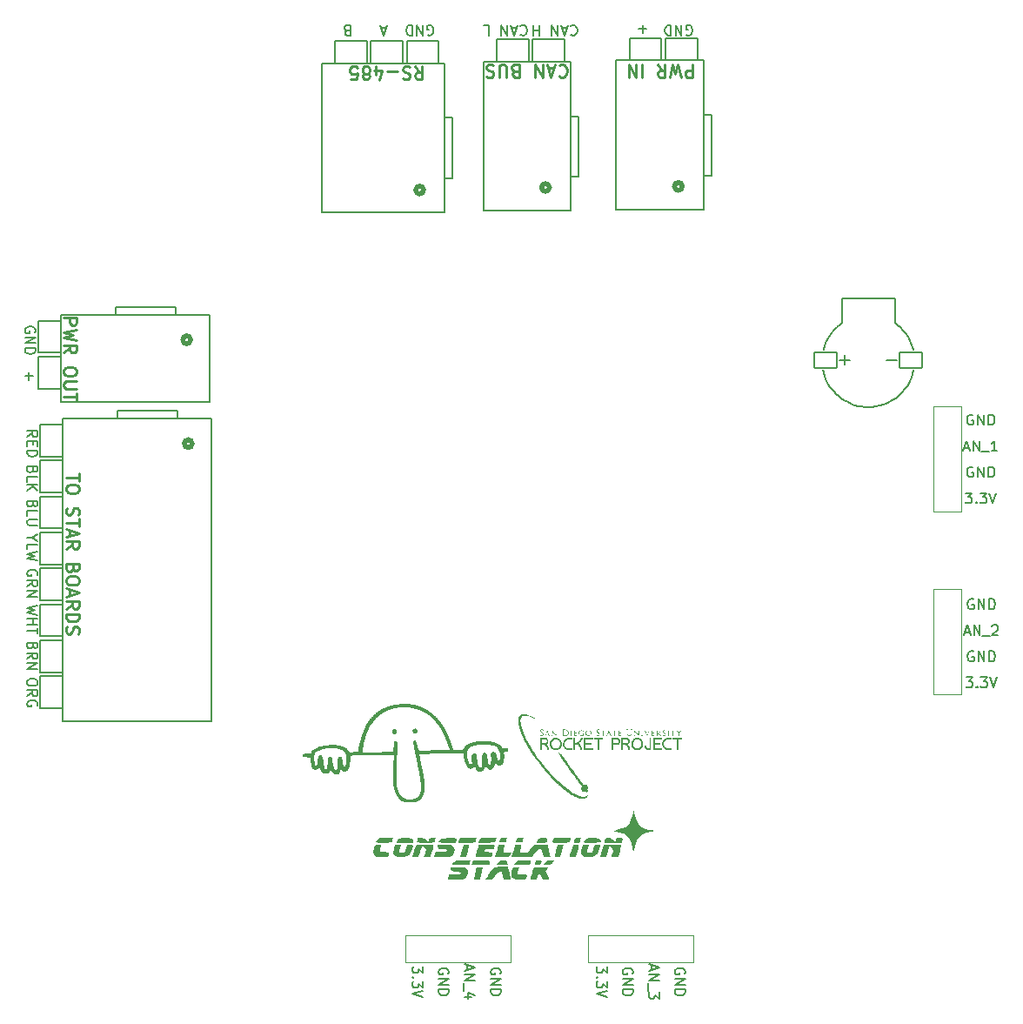
<source format=gto>
G04 #@! TF.GenerationSoftware,KiCad,Pcbnew,8.0.6*
G04 #@! TF.CreationDate,2025-01-17T02:30:12-08:00*
G04 #@! TF.ProjectId,Constellation Saddle V1.0,436f6e73-7465-46c6-9c61-74696f6e2053,rev?*
G04 #@! TF.SameCoordinates,Original*
G04 #@! TF.FileFunction,Legend,Top*
G04 #@! TF.FilePolarity,Positive*
%FSLAX46Y46*%
G04 Gerber Fmt 4.6, Leading zero omitted, Abs format (unit mm)*
G04 Created by KiCad (PCBNEW 8.0.6) date 2025-01-17 02:30:12*
%MOMM*%
%LPD*%
G01*
G04 APERTURE LIST*
G04 Aperture macros list*
%AMRoundRect*
0 Rectangle with rounded corners*
0 $1 Rounding radius*
0 $2 $3 $4 $5 $6 $7 $8 $9 X,Y pos of 4 corners*
0 Add a 4 corners polygon primitive as box body*
4,1,4,$2,$3,$4,$5,$6,$7,$8,$9,$2,$3,0*
0 Add four circle primitives for the rounded corners*
1,1,$1+$1,$2,$3*
1,1,$1+$1,$4,$5*
1,1,$1+$1,$6,$7*
1,1,$1+$1,$8,$9*
0 Add four rect primitives between the rounded corners*
20,1,$1+$1,$2,$3,$4,$5,0*
20,1,$1+$1,$4,$5,$6,$7,0*
20,1,$1+$1,$6,$7,$8,$9,0*
20,1,$1+$1,$8,$9,$2,$3,0*%
G04 Aperture macros list end*
%ADD10C,0.150000*%
%ADD11C,0.250000*%
%ADD12C,0.120000*%
%ADD13C,0.127000*%
%ADD14C,0.152400*%
%ADD15C,0.508000*%
%ADD16C,0.000000*%
%ADD17C,5.600000*%
%ADD18R,1.700000X1.700000*%
%ADD19O,1.700000X1.700000*%
%ADD20RoundRect,0.102000X-1.100000X-0.750000X1.100000X-0.750000X1.100000X0.750000X-1.100000X0.750000X0*%
%ADD21C,1.900000*%
%ADD22C,1.700000*%
G04 APERTURE END LIST*
D10*
X98307018Y-52176569D02*
X98926065Y-52176569D01*
X98926065Y-52176569D02*
X98592732Y-52557521D01*
X98592732Y-52557521D02*
X98735589Y-52557521D01*
X98735589Y-52557521D02*
X98830827Y-52605140D01*
X98830827Y-52605140D02*
X98878446Y-52652759D01*
X98878446Y-52652759D02*
X98926065Y-52747997D01*
X98926065Y-52747997D02*
X98926065Y-52986092D01*
X98926065Y-52986092D02*
X98878446Y-53081330D01*
X98878446Y-53081330D02*
X98830827Y-53128950D01*
X98830827Y-53128950D02*
X98735589Y-53176569D01*
X98735589Y-53176569D02*
X98449875Y-53176569D01*
X98449875Y-53176569D02*
X98354637Y-53128950D01*
X98354637Y-53128950D02*
X98307018Y-53081330D01*
X99354637Y-53081330D02*
X99402256Y-53128950D01*
X99402256Y-53128950D02*
X99354637Y-53176569D01*
X99354637Y-53176569D02*
X99307018Y-53128950D01*
X99307018Y-53128950D02*
X99354637Y-53081330D01*
X99354637Y-53081330D02*
X99354637Y-53176569D01*
X99735589Y-52176569D02*
X100354636Y-52176569D01*
X100354636Y-52176569D02*
X100021303Y-52557521D01*
X100021303Y-52557521D02*
X100164160Y-52557521D01*
X100164160Y-52557521D02*
X100259398Y-52605140D01*
X100259398Y-52605140D02*
X100307017Y-52652759D01*
X100307017Y-52652759D02*
X100354636Y-52747997D01*
X100354636Y-52747997D02*
X100354636Y-52986092D01*
X100354636Y-52986092D02*
X100307017Y-53081330D01*
X100307017Y-53081330D02*
X100259398Y-53128950D01*
X100259398Y-53128950D02*
X100164160Y-53176569D01*
X100164160Y-53176569D02*
X99878446Y-53176569D01*
X99878446Y-53176569D02*
X99783208Y-53128950D01*
X99783208Y-53128950D02*
X99735589Y-53081330D01*
X100640351Y-52176569D02*
X100973684Y-53176569D01*
X100973684Y-53176569D02*
X101307017Y-52176569D01*
D11*
X58742222Y-10597423D02*
X58801746Y-10537900D01*
X58801746Y-10537900D02*
X58980317Y-10478376D01*
X58980317Y-10478376D02*
X59099365Y-10478376D01*
X59099365Y-10478376D02*
X59277936Y-10537900D01*
X59277936Y-10537900D02*
X59396984Y-10656947D01*
X59396984Y-10656947D02*
X59456507Y-10775995D01*
X59456507Y-10775995D02*
X59516031Y-11014090D01*
X59516031Y-11014090D02*
X59516031Y-11192661D01*
X59516031Y-11192661D02*
X59456507Y-11430757D01*
X59456507Y-11430757D02*
X59396984Y-11549804D01*
X59396984Y-11549804D02*
X59277936Y-11668852D01*
X59277936Y-11668852D02*
X59099365Y-11728376D01*
X59099365Y-11728376D02*
X58980317Y-11728376D01*
X58980317Y-11728376D02*
X58801746Y-11668852D01*
X58801746Y-11668852D02*
X58742222Y-11609328D01*
X58266031Y-10835519D02*
X57670793Y-10835519D01*
X58385079Y-10478376D02*
X57968412Y-11728376D01*
X57968412Y-11728376D02*
X57551746Y-10478376D01*
X57135078Y-10478376D02*
X57135078Y-11728376D01*
X57135078Y-11728376D02*
X56420793Y-10478376D01*
X56420793Y-10478376D02*
X56420793Y-11728376D01*
X54456507Y-11133138D02*
X54277935Y-11073614D01*
X54277935Y-11073614D02*
X54218412Y-11014090D01*
X54218412Y-11014090D02*
X54158888Y-10895042D01*
X54158888Y-10895042D02*
X54158888Y-10716471D01*
X54158888Y-10716471D02*
X54218412Y-10597423D01*
X54218412Y-10597423D02*
X54277935Y-10537900D01*
X54277935Y-10537900D02*
X54396983Y-10478376D01*
X54396983Y-10478376D02*
X54873173Y-10478376D01*
X54873173Y-10478376D02*
X54873173Y-11728376D01*
X54873173Y-11728376D02*
X54456507Y-11728376D01*
X54456507Y-11728376D02*
X54337459Y-11668852D01*
X54337459Y-11668852D02*
X54277935Y-11609328D01*
X54277935Y-11609328D02*
X54218412Y-11490280D01*
X54218412Y-11490280D02*
X54218412Y-11371233D01*
X54218412Y-11371233D02*
X54277935Y-11252185D01*
X54277935Y-11252185D02*
X54337459Y-11192661D01*
X54337459Y-11192661D02*
X54456507Y-11133138D01*
X54456507Y-11133138D02*
X54873173Y-11133138D01*
X53623173Y-11728376D02*
X53623173Y-10716471D01*
X53623173Y-10716471D02*
X53563650Y-10597423D01*
X53563650Y-10597423D02*
X53504126Y-10537900D01*
X53504126Y-10537900D02*
X53385078Y-10478376D01*
X53385078Y-10478376D02*
X53146983Y-10478376D01*
X53146983Y-10478376D02*
X53027935Y-10537900D01*
X53027935Y-10537900D02*
X52968412Y-10597423D01*
X52968412Y-10597423D02*
X52908888Y-10716471D01*
X52908888Y-10716471D02*
X52908888Y-11728376D01*
X52373173Y-10537900D02*
X52194602Y-10478376D01*
X52194602Y-10478376D02*
X51896983Y-10478376D01*
X51896983Y-10478376D02*
X51777935Y-10537900D01*
X51777935Y-10537900D02*
X51718411Y-10597423D01*
X51718411Y-10597423D02*
X51658888Y-10716471D01*
X51658888Y-10716471D02*
X51658888Y-10835519D01*
X51658888Y-10835519D02*
X51718411Y-10954566D01*
X51718411Y-10954566D02*
X51777935Y-11014090D01*
X51777935Y-11014090D02*
X51896983Y-11073614D01*
X51896983Y-11073614D02*
X52135078Y-11133138D01*
X52135078Y-11133138D02*
X52254126Y-11192661D01*
X52254126Y-11192661D02*
X52313649Y-11252185D01*
X52313649Y-11252185D02*
X52373173Y-11371233D01*
X52373173Y-11371233D02*
X52373173Y-11490280D01*
X52373173Y-11490280D02*
X52313649Y-11609328D01*
X52313649Y-11609328D02*
X52254126Y-11668852D01*
X52254126Y-11668852D02*
X52135078Y-11728376D01*
X52135078Y-11728376D02*
X51837459Y-11728376D01*
X51837459Y-11728376D02*
X51658888Y-11668852D01*
D10*
X98223683Y-65754104D02*
X98699873Y-65754104D01*
X98128445Y-66039819D02*
X98461778Y-65039819D01*
X98461778Y-65039819D02*
X98795111Y-66039819D01*
X99128445Y-66039819D02*
X99128445Y-65039819D01*
X99128445Y-65039819D02*
X99699873Y-66039819D01*
X99699873Y-66039819D02*
X99699873Y-65039819D01*
X99937969Y-66135057D02*
X100699873Y-66135057D01*
X100890350Y-65135057D02*
X100937969Y-65087438D01*
X100937969Y-65087438D02*
X101033207Y-65039819D01*
X101033207Y-65039819D02*
X101271302Y-65039819D01*
X101271302Y-65039819D02*
X101366540Y-65087438D01*
X101366540Y-65087438D02*
X101414159Y-65135057D01*
X101414159Y-65135057D02*
X101461778Y-65230295D01*
X101461778Y-65230295D02*
X101461778Y-65325533D01*
X101461778Y-65325533D02*
X101414159Y-65468390D01*
X101414159Y-65468390D02*
X100842731Y-66039819D01*
X100842731Y-66039819D02*
X101461778Y-66039819D01*
X53037560Y-98985588D02*
X53085179Y-98890350D01*
X53085179Y-98890350D02*
X53085179Y-98747493D01*
X53085179Y-98747493D02*
X53037560Y-98604636D01*
X53037560Y-98604636D02*
X52942322Y-98509398D01*
X52942322Y-98509398D02*
X52847084Y-98461779D01*
X52847084Y-98461779D02*
X52656608Y-98414160D01*
X52656608Y-98414160D02*
X52513751Y-98414160D01*
X52513751Y-98414160D02*
X52323275Y-98461779D01*
X52323275Y-98461779D02*
X52228037Y-98509398D01*
X52228037Y-98509398D02*
X52132799Y-98604636D01*
X52132799Y-98604636D02*
X52085179Y-98747493D01*
X52085179Y-98747493D02*
X52085179Y-98842731D01*
X52085179Y-98842731D02*
X52132799Y-98985588D01*
X52132799Y-98985588D02*
X52180418Y-99033207D01*
X52180418Y-99033207D02*
X52513751Y-99033207D01*
X52513751Y-99033207D02*
X52513751Y-98842731D01*
X52085179Y-99461779D02*
X53085179Y-99461779D01*
X53085179Y-99461779D02*
X52085179Y-100033207D01*
X52085179Y-100033207D02*
X53085179Y-100033207D01*
X52085179Y-100509398D02*
X53085179Y-100509398D01*
X53085179Y-100509398D02*
X53085179Y-100747493D01*
X53085179Y-100747493D02*
X53037560Y-100890350D01*
X53037560Y-100890350D02*
X52942322Y-100985588D01*
X52942322Y-100985588D02*
X52847084Y-101033207D01*
X52847084Y-101033207D02*
X52656608Y-101080826D01*
X52656608Y-101080826D02*
X52513751Y-101080826D01*
X52513751Y-101080826D02*
X52323275Y-101033207D01*
X52323275Y-101033207D02*
X52228037Y-100985588D01*
X52228037Y-100985588D02*
X52132799Y-100890350D01*
X52132799Y-100890350D02*
X52085179Y-100747493D01*
X52085179Y-100747493D02*
X52085179Y-100509398D01*
X99021303Y-44604188D02*
X98926065Y-44556569D01*
X98926065Y-44556569D02*
X98783208Y-44556569D01*
X98783208Y-44556569D02*
X98640351Y-44604188D01*
X98640351Y-44604188D02*
X98545113Y-44699426D01*
X98545113Y-44699426D02*
X98497494Y-44794664D01*
X98497494Y-44794664D02*
X98449875Y-44985140D01*
X98449875Y-44985140D02*
X98449875Y-45127997D01*
X98449875Y-45127997D02*
X98497494Y-45318473D01*
X98497494Y-45318473D02*
X98545113Y-45413711D01*
X98545113Y-45413711D02*
X98640351Y-45508950D01*
X98640351Y-45508950D02*
X98783208Y-45556569D01*
X98783208Y-45556569D02*
X98878446Y-45556569D01*
X98878446Y-45556569D02*
X99021303Y-45508950D01*
X99021303Y-45508950D02*
X99068922Y-45461330D01*
X99068922Y-45461330D02*
X99068922Y-45127997D01*
X99068922Y-45127997D02*
X98878446Y-45127997D01*
X99497494Y-45556569D02*
X99497494Y-44556569D01*
X99497494Y-44556569D02*
X100068922Y-45556569D01*
X100068922Y-45556569D02*
X100068922Y-44556569D01*
X100545113Y-45556569D02*
X100545113Y-44556569D01*
X100545113Y-44556569D02*
X100783208Y-44556569D01*
X100783208Y-44556569D02*
X100926065Y-44604188D01*
X100926065Y-44604188D02*
X101021303Y-44699426D01*
X101021303Y-44699426D02*
X101068922Y-44794664D01*
X101068922Y-44794664D02*
X101116541Y-44985140D01*
X101116541Y-44985140D02*
X101116541Y-45127997D01*
X101116541Y-45127997D02*
X101068922Y-45318473D01*
X101068922Y-45318473D02*
X101021303Y-45413711D01*
X101021303Y-45413711D02*
X100926065Y-45508950D01*
X100926065Y-45508950D02*
X100783208Y-45556569D01*
X100783208Y-45556569D02*
X100545113Y-45556569D01*
X45963221Y-7607561D02*
X46058459Y-7655180D01*
X46058459Y-7655180D02*
X46201316Y-7655180D01*
X46201316Y-7655180D02*
X46344173Y-7607561D01*
X46344173Y-7607561D02*
X46439411Y-7512323D01*
X46439411Y-7512323D02*
X46487030Y-7417085D01*
X46487030Y-7417085D02*
X46534649Y-7226609D01*
X46534649Y-7226609D02*
X46534649Y-7083752D01*
X46534649Y-7083752D02*
X46487030Y-6893276D01*
X46487030Y-6893276D02*
X46439411Y-6798038D01*
X46439411Y-6798038D02*
X46344173Y-6702800D01*
X46344173Y-6702800D02*
X46201316Y-6655180D01*
X46201316Y-6655180D02*
X46106078Y-6655180D01*
X46106078Y-6655180D02*
X45963221Y-6702800D01*
X45963221Y-6702800D02*
X45915602Y-6750419D01*
X45915602Y-6750419D02*
X45915602Y-7083752D01*
X45915602Y-7083752D02*
X46106078Y-7083752D01*
X45487030Y-6655180D02*
X45487030Y-7655180D01*
X45487030Y-7655180D02*
X44915602Y-6655180D01*
X44915602Y-6655180D02*
X44915602Y-7655180D01*
X44439411Y-6655180D02*
X44439411Y-7655180D01*
X44439411Y-7655180D02*
X44201316Y-7655180D01*
X44201316Y-7655180D02*
X44058459Y-7607561D01*
X44058459Y-7607561D02*
X43963221Y-7512323D01*
X43963221Y-7512323D02*
X43915602Y-7417085D01*
X43915602Y-7417085D02*
X43867983Y-7226609D01*
X43867983Y-7226609D02*
X43867983Y-7083752D01*
X43867983Y-7083752D02*
X43915602Y-6893276D01*
X43915602Y-6893276D02*
X43963221Y-6798038D01*
X43963221Y-6798038D02*
X44058459Y-6702800D01*
X44058459Y-6702800D02*
X44201316Y-6655180D01*
X44201316Y-6655180D02*
X44439411Y-6655180D01*
X7988180Y-63171873D02*
X6988180Y-63409968D01*
X6988180Y-63409968D02*
X7702466Y-63600444D01*
X7702466Y-63600444D02*
X6988180Y-63790920D01*
X6988180Y-63790920D02*
X7988180Y-64029016D01*
X6988180Y-64409968D02*
X7988180Y-64409968D01*
X7511990Y-64409968D02*
X7511990Y-64981396D01*
X6988180Y-64981396D02*
X7988180Y-64981396D01*
X7988180Y-65314730D02*
X7988180Y-65886158D01*
X6988180Y-65600444D02*
X7988180Y-65600444D01*
X63390180Y-98271303D02*
X63390180Y-98890350D01*
X63390180Y-98890350D02*
X63009228Y-98557017D01*
X63009228Y-98557017D02*
X63009228Y-98699874D01*
X63009228Y-98699874D02*
X62961609Y-98795112D01*
X62961609Y-98795112D02*
X62913990Y-98842731D01*
X62913990Y-98842731D02*
X62818752Y-98890350D01*
X62818752Y-98890350D02*
X62580657Y-98890350D01*
X62580657Y-98890350D02*
X62485419Y-98842731D01*
X62485419Y-98842731D02*
X62437800Y-98795112D01*
X62437800Y-98795112D02*
X62390180Y-98699874D01*
X62390180Y-98699874D02*
X62390180Y-98414160D01*
X62390180Y-98414160D02*
X62437800Y-98318922D01*
X62437800Y-98318922D02*
X62485419Y-98271303D01*
X62485419Y-99318922D02*
X62437800Y-99366541D01*
X62437800Y-99366541D02*
X62390180Y-99318922D01*
X62390180Y-99318922D02*
X62437800Y-99271303D01*
X62437800Y-99271303D02*
X62485419Y-99318922D01*
X62485419Y-99318922D02*
X62390180Y-99318922D01*
X63390180Y-99699874D02*
X63390180Y-100318921D01*
X63390180Y-100318921D02*
X63009228Y-99985588D01*
X63009228Y-99985588D02*
X63009228Y-100128445D01*
X63009228Y-100128445D02*
X62961609Y-100223683D01*
X62961609Y-100223683D02*
X62913990Y-100271302D01*
X62913990Y-100271302D02*
X62818752Y-100318921D01*
X62818752Y-100318921D02*
X62580657Y-100318921D01*
X62580657Y-100318921D02*
X62485419Y-100271302D01*
X62485419Y-100271302D02*
X62437800Y-100223683D01*
X62437800Y-100223683D02*
X62390180Y-100128445D01*
X62390180Y-100128445D02*
X62390180Y-99842731D01*
X62390180Y-99842731D02*
X62437800Y-99747493D01*
X62437800Y-99747493D02*
X62485419Y-99699874D01*
X63390180Y-100604636D02*
X62390180Y-100937969D01*
X62390180Y-100937969D02*
X63390180Y-101271302D01*
X7511990Y-49932506D02*
X7464371Y-50075363D01*
X7464371Y-50075363D02*
X7416752Y-50122982D01*
X7416752Y-50122982D02*
X7321514Y-50170601D01*
X7321514Y-50170601D02*
X7178657Y-50170601D01*
X7178657Y-50170601D02*
X7083419Y-50122982D01*
X7083419Y-50122982D02*
X7035800Y-50075363D01*
X7035800Y-50075363D02*
X6988180Y-49980125D01*
X6988180Y-49980125D02*
X6988180Y-49599173D01*
X6988180Y-49599173D02*
X7988180Y-49599173D01*
X7988180Y-49599173D02*
X7988180Y-49932506D01*
X7988180Y-49932506D02*
X7940561Y-50027744D01*
X7940561Y-50027744D02*
X7892942Y-50075363D01*
X7892942Y-50075363D02*
X7797704Y-50122982D01*
X7797704Y-50122982D02*
X7702466Y-50122982D01*
X7702466Y-50122982D02*
X7607228Y-50075363D01*
X7607228Y-50075363D02*
X7559609Y-50027744D01*
X7559609Y-50027744D02*
X7511990Y-49932506D01*
X7511990Y-49932506D02*
X7511990Y-49599173D01*
X6988180Y-51075363D02*
X6988180Y-50599173D01*
X6988180Y-50599173D02*
X7988180Y-50599173D01*
X6988180Y-51408697D02*
X7988180Y-51408697D01*
X6988180Y-51980125D02*
X7559609Y-51551554D01*
X7988180Y-51980125D02*
X7416752Y-51408697D01*
X98164160Y-47810854D02*
X98640350Y-47810854D01*
X98068922Y-48096569D02*
X98402255Y-47096569D01*
X98402255Y-47096569D02*
X98735588Y-48096569D01*
X99068922Y-48096569D02*
X99068922Y-47096569D01*
X99068922Y-47096569D02*
X99640350Y-48096569D01*
X99640350Y-48096569D02*
X99640350Y-47096569D01*
X99878446Y-48191807D02*
X100640350Y-48191807D01*
X101402255Y-48096569D02*
X100830827Y-48096569D01*
X101116541Y-48096569D02*
X101116541Y-47096569D01*
X101116541Y-47096569D02*
X101021303Y-47239426D01*
X101021303Y-47239426D02*
X100926065Y-47334664D01*
X100926065Y-47334664D02*
X100830827Y-47382283D01*
X47957561Y-98985588D02*
X48005180Y-98890350D01*
X48005180Y-98890350D02*
X48005180Y-98747493D01*
X48005180Y-98747493D02*
X47957561Y-98604636D01*
X47957561Y-98604636D02*
X47862323Y-98509398D01*
X47862323Y-98509398D02*
X47767085Y-98461779D01*
X47767085Y-98461779D02*
X47576609Y-98414160D01*
X47576609Y-98414160D02*
X47433752Y-98414160D01*
X47433752Y-98414160D02*
X47243276Y-98461779D01*
X47243276Y-98461779D02*
X47148038Y-98509398D01*
X47148038Y-98509398D02*
X47052800Y-98604636D01*
X47052800Y-98604636D02*
X47005180Y-98747493D01*
X47005180Y-98747493D02*
X47005180Y-98842731D01*
X47005180Y-98842731D02*
X47052800Y-98985588D01*
X47052800Y-98985588D02*
X47100419Y-99033207D01*
X47100419Y-99033207D02*
X47433752Y-99033207D01*
X47433752Y-99033207D02*
X47433752Y-98842731D01*
X47005180Y-99461779D02*
X48005180Y-99461779D01*
X48005180Y-99461779D02*
X47005180Y-100033207D01*
X47005180Y-100033207D02*
X48005180Y-100033207D01*
X47005180Y-100509398D02*
X48005180Y-100509398D01*
X48005180Y-100509398D02*
X48005180Y-100747493D01*
X48005180Y-100747493D02*
X47957561Y-100890350D01*
X47957561Y-100890350D02*
X47862323Y-100985588D01*
X47862323Y-100985588D02*
X47767085Y-101033207D01*
X47767085Y-101033207D02*
X47576609Y-101080826D01*
X47576609Y-101080826D02*
X47433752Y-101080826D01*
X47433752Y-101080826D02*
X47243276Y-101033207D01*
X47243276Y-101033207D02*
X47148038Y-100985588D01*
X47148038Y-100985588D02*
X47052800Y-100890350D01*
X47052800Y-100890350D02*
X47005180Y-100747493D01*
X47005180Y-100747493D02*
X47005180Y-100509398D01*
X7464371Y-56528380D02*
X6988180Y-56528380D01*
X7988180Y-56195047D02*
X7464371Y-56528380D01*
X7464371Y-56528380D02*
X7988180Y-56861713D01*
X6988180Y-57671237D02*
X6988180Y-57195047D01*
X6988180Y-57195047D02*
X7988180Y-57195047D01*
X7988180Y-57909333D02*
X6988180Y-58147428D01*
X6988180Y-58147428D02*
X7702466Y-58337904D01*
X7702466Y-58337904D02*
X6988180Y-58528380D01*
X6988180Y-58528380D02*
X7988180Y-58766476D01*
X45465180Y-98271303D02*
X45465180Y-98890350D01*
X45465180Y-98890350D02*
X45084228Y-98557017D01*
X45084228Y-98557017D02*
X45084228Y-98699874D01*
X45084228Y-98699874D02*
X45036609Y-98795112D01*
X45036609Y-98795112D02*
X44988990Y-98842731D01*
X44988990Y-98842731D02*
X44893752Y-98890350D01*
X44893752Y-98890350D02*
X44655657Y-98890350D01*
X44655657Y-98890350D02*
X44560419Y-98842731D01*
X44560419Y-98842731D02*
X44512800Y-98795112D01*
X44512800Y-98795112D02*
X44465180Y-98699874D01*
X44465180Y-98699874D02*
X44465180Y-98414160D01*
X44465180Y-98414160D02*
X44512800Y-98318922D01*
X44512800Y-98318922D02*
X44560419Y-98271303D01*
X44560419Y-99318922D02*
X44512800Y-99366541D01*
X44512800Y-99366541D02*
X44465180Y-99318922D01*
X44465180Y-99318922D02*
X44512800Y-99271303D01*
X44512800Y-99271303D02*
X44560419Y-99318922D01*
X44560419Y-99318922D02*
X44465180Y-99318922D01*
X45465180Y-99699874D02*
X45465180Y-100318921D01*
X45465180Y-100318921D02*
X45084228Y-99985588D01*
X45084228Y-99985588D02*
X45084228Y-100128445D01*
X45084228Y-100128445D02*
X45036609Y-100223683D01*
X45036609Y-100223683D02*
X44988990Y-100271302D01*
X44988990Y-100271302D02*
X44893752Y-100318921D01*
X44893752Y-100318921D02*
X44655657Y-100318921D01*
X44655657Y-100318921D02*
X44560419Y-100271302D01*
X44560419Y-100271302D02*
X44512800Y-100223683D01*
X44512800Y-100223683D02*
X44465180Y-100128445D01*
X44465180Y-100128445D02*
X44465180Y-99842731D01*
X44465180Y-99842731D02*
X44512800Y-99747493D01*
X44512800Y-99747493D02*
X44560419Y-99699874D01*
X45465180Y-100604636D02*
X44465180Y-100937969D01*
X44465180Y-100937969D02*
X45465180Y-101271302D01*
X7161133Y-40436779D02*
X7161133Y-41198684D01*
X6780180Y-40817731D02*
X7542085Y-40817731D01*
X67755895Y-98128445D02*
X67755895Y-98604635D01*
X67470180Y-98033207D02*
X68470180Y-98366540D01*
X68470180Y-98366540D02*
X67470180Y-98699873D01*
X67470180Y-99033207D02*
X68470180Y-99033207D01*
X68470180Y-99033207D02*
X67470180Y-99604635D01*
X67470180Y-99604635D02*
X68470180Y-99604635D01*
X67374942Y-99842731D02*
X67374942Y-100604635D01*
X68470180Y-100747493D02*
X68470180Y-101366540D01*
X68470180Y-101366540D02*
X68089228Y-101033207D01*
X68089228Y-101033207D02*
X68089228Y-101176064D01*
X68089228Y-101176064D02*
X68041609Y-101271302D01*
X68041609Y-101271302D02*
X67993990Y-101318921D01*
X67993990Y-101318921D02*
X67898752Y-101366540D01*
X67898752Y-101366540D02*
X67660657Y-101366540D01*
X67660657Y-101366540D02*
X67565419Y-101318921D01*
X67565419Y-101318921D02*
X67517800Y-101271302D01*
X67517800Y-101271302D02*
X67470180Y-101176064D01*
X67470180Y-101176064D02*
X67470180Y-100890350D01*
X67470180Y-100890350D02*
X67517800Y-100795112D01*
X67517800Y-100795112D02*
X67565419Y-100747493D01*
D11*
X71724707Y-10478376D02*
X71724707Y-11728376D01*
X71724707Y-11728376D02*
X71248517Y-11728376D01*
X71248517Y-11728376D02*
X71129469Y-11668852D01*
X71129469Y-11668852D02*
X71069946Y-11609328D01*
X71069946Y-11609328D02*
X71010422Y-11490280D01*
X71010422Y-11490280D02*
X71010422Y-11311709D01*
X71010422Y-11311709D02*
X71069946Y-11192661D01*
X71069946Y-11192661D02*
X71129469Y-11133138D01*
X71129469Y-11133138D02*
X71248517Y-11073614D01*
X71248517Y-11073614D02*
X71724707Y-11073614D01*
X70593755Y-11728376D02*
X70296136Y-10478376D01*
X70296136Y-10478376D02*
X70058041Y-11371233D01*
X70058041Y-11371233D02*
X69819946Y-10478376D01*
X69819946Y-10478376D02*
X69522327Y-11728376D01*
X68331851Y-10478376D02*
X68748517Y-11073614D01*
X69046136Y-10478376D02*
X69046136Y-11728376D01*
X69046136Y-11728376D02*
X68569946Y-11728376D01*
X68569946Y-11728376D02*
X68450898Y-11668852D01*
X68450898Y-11668852D02*
X68391375Y-11609328D01*
X68391375Y-11609328D02*
X68331851Y-11490280D01*
X68331851Y-11490280D02*
X68331851Y-11311709D01*
X68331851Y-11311709D02*
X68391375Y-11192661D01*
X68391375Y-11192661D02*
X68450898Y-11133138D01*
X68450898Y-11133138D02*
X68569946Y-11073614D01*
X68569946Y-11073614D02*
X69046136Y-11073614D01*
X66843755Y-10478376D02*
X66843755Y-11728376D01*
X66248517Y-10478376D02*
X66248517Y-11728376D01*
X66248517Y-11728376D02*
X65534232Y-10478376D01*
X65534232Y-10478376D02*
X65534232Y-11728376D01*
D10*
X7988180Y-70529655D02*
X7988180Y-70720131D01*
X7988180Y-70720131D02*
X7940561Y-70815369D01*
X7940561Y-70815369D02*
X7845323Y-70910607D01*
X7845323Y-70910607D02*
X7654847Y-70958226D01*
X7654847Y-70958226D02*
X7321514Y-70958226D01*
X7321514Y-70958226D02*
X7131038Y-70910607D01*
X7131038Y-70910607D02*
X7035800Y-70815369D01*
X7035800Y-70815369D02*
X6988180Y-70720131D01*
X6988180Y-70720131D02*
X6988180Y-70529655D01*
X6988180Y-70529655D02*
X7035800Y-70434417D01*
X7035800Y-70434417D02*
X7131038Y-70339179D01*
X7131038Y-70339179D02*
X7321514Y-70291560D01*
X7321514Y-70291560D02*
X7654847Y-70291560D01*
X7654847Y-70291560D02*
X7845323Y-70339179D01*
X7845323Y-70339179D02*
X7940561Y-70434417D01*
X7940561Y-70434417D02*
X7988180Y-70529655D01*
X6988180Y-71958226D02*
X7464371Y-71624893D01*
X6988180Y-71386798D02*
X7988180Y-71386798D01*
X7988180Y-71386798D02*
X7988180Y-71767750D01*
X7988180Y-71767750D02*
X7940561Y-71862988D01*
X7940561Y-71862988D02*
X7892942Y-71910607D01*
X7892942Y-71910607D02*
X7797704Y-71958226D01*
X7797704Y-71958226D02*
X7654847Y-71958226D01*
X7654847Y-71958226D02*
X7559609Y-71910607D01*
X7559609Y-71910607D02*
X7511990Y-71862988D01*
X7511990Y-71862988D02*
X7464371Y-71767750D01*
X7464371Y-71767750D02*
X7464371Y-71386798D01*
X7940561Y-72910607D02*
X7988180Y-72815369D01*
X7988180Y-72815369D02*
X7988180Y-72672512D01*
X7988180Y-72672512D02*
X7940561Y-72529655D01*
X7940561Y-72529655D02*
X7845323Y-72434417D01*
X7845323Y-72434417D02*
X7750085Y-72386798D01*
X7750085Y-72386798D02*
X7559609Y-72339179D01*
X7559609Y-72339179D02*
X7416752Y-72339179D01*
X7416752Y-72339179D02*
X7226276Y-72386798D01*
X7226276Y-72386798D02*
X7131038Y-72434417D01*
X7131038Y-72434417D02*
X7035800Y-72529655D01*
X7035800Y-72529655D02*
X6988180Y-72672512D01*
X6988180Y-72672512D02*
X6988180Y-72767750D01*
X6988180Y-72767750D02*
X7035800Y-72910607D01*
X7035800Y-72910607D02*
X7083419Y-72958226D01*
X7083419Y-72958226D02*
X7416752Y-72958226D01*
X7416752Y-72958226D02*
X7416752Y-72767750D01*
X99080826Y-67627438D02*
X98985588Y-67579819D01*
X98985588Y-67579819D02*
X98842731Y-67579819D01*
X98842731Y-67579819D02*
X98699874Y-67627438D01*
X98699874Y-67627438D02*
X98604636Y-67722676D01*
X98604636Y-67722676D02*
X98557017Y-67817914D01*
X98557017Y-67817914D02*
X98509398Y-68008390D01*
X98509398Y-68008390D02*
X98509398Y-68151247D01*
X98509398Y-68151247D02*
X98557017Y-68341723D01*
X98557017Y-68341723D02*
X98604636Y-68436961D01*
X98604636Y-68436961D02*
X98699874Y-68532200D01*
X98699874Y-68532200D02*
X98842731Y-68579819D01*
X98842731Y-68579819D02*
X98937969Y-68579819D01*
X98937969Y-68579819D02*
X99080826Y-68532200D01*
X99080826Y-68532200D02*
X99128445Y-68484580D01*
X99128445Y-68484580D02*
X99128445Y-68151247D01*
X99128445Y-68151247D02*
X98937969Y-68151247D01*
X99557017Y-68579819D02*
X99557017Y-67579819D01*
X99557017Y-67579819D02*
X100128445Y-68579819D01*
X100128445Y-68579819D02*
X100128445Y-67579819D01*
X100604636Y-68579819D02*
X100604636Y-67579819D01*
X100604636Y-67579819D02*
X100842731Y-67579819D01*
X100842731Y-67579819D02*
X100985588Y-67627438D01*
X100985588Y-67627438D02*
X101080826Y-67722676D01*
X101080826Y-67722676D02*
X101128445Y-67817914D01*
X101128445Y-67817914D02*
X101176064Y-68008390D01*
X101176064Y-68008390D02*
X101176064Y-68151247D01*
X101176064Y-68151247D02*
X101128445Y-68341723D01*
X101128445Y-68341723D02*
X101080826Y-68436961D01*
X101080826Y-68436961D02*
X100985588Y-68532200D01*
X100985588Y-68532200D02*
X100842731Y-68579819D01*
X100842731Y-68579819D02*
X100604636Y-68579819D01*
X59891792Y-6750419D02*
X59939411Y-6702800D01*
X59939411Y-6702800D02*
X60082268Y-6655180D01*
X60082268Y-6655180D02*
X60177506Y-6655180D01*
X60177506Y-6655180D02*
X60320363Y-6702800D01*
X60320363Y-6702800D02*
X60415601Y-6798038D01*
X60415601Y-6798038D02*
X60463220Y-6893276D01*
X60463220Y-6893276D02*
X60510839Y-7083752D01*
X60510839Y-7083752D02*
X60510839Y-7226609D01*
X60510839Y-7226609D02*
X60463220Y-7417085D01*
X60463220Y-7417085D02*
X60415601Y-7512323D01*
X60415601Y-7512323D02*
X60320363Y-7607561D01*
X60320363Y-7607561D02*
X60177506Y-7655180D01*
X60177506Y-7655180D02*
X60082268Y-7655180D01*
X60082268Y-7655180D02*
X59939411Y-7607561D01*
X59939411Y-7607561D02*
X59891792Y-7559942D01*
X59510839Y-6940895D02*
X59034649Y-6940895D01*
X59606077Y-6655180D02*
X59272744Y-7655180D01*
X59272744Y-7655180D02*
X58939411Y-6655180D01*
X58606077Y-6655180D02*
X58606077Y-7655180D01*
X58606077Y-7655180D02*
X58034649Y-6655180D01*
X58034649Y-6655180D02*
X58034649Y-7655180D01*
X56796553Y-6655180D02*
X56796553Y-7655180D01*
X56796553Y-7178990D02*
X56225125Y-7178990D01*
X56225125Y-6655180D02*
X56225125Y-7655180D01*
X49830895Y-98128445D02*
X49830895Y-98604635D01*
X49545180Y-98033207D02*
X50545180Y-98366540D01*
X50545180Y-98366540D02*
X49545180Y-98699873D01*
X49545180Y-99033207D02*
X50545180Y-99033207D01*
X50545180Y-99033207D02*
X49545180Y-99604635D01*
X49545180Y-99604635D02*
X50545180Y-99604635D01*
X49449942Y-99842731D02*
X49449942Y-100604635D01*
X50211847Y-101271302D02*
X49545180Y-101271302D01*
X50592800Y-101033207D02*
X49878514Y-100795112D01*
X49878514Y-100795112D02*
X49878514Y-101414159D01*
D11*
X10529176Y-35133092D02*
X11779176Y-35133092D01*
X11779176Y-35133092D02*
X11779176Y-35609282D01*
X11779176Y-35609282D02*
X11719652Y-35728330D01*
X11719652Y-35728330D02*
X11660128Y-35787853D01*
X11660128Y-35787853D02*
X11541080Y-35847377D01*
X11541080Y-35847377D02*
X11362509Y-35847377D01*
X11362509Y-35847377D02*
X11243461Y-35787853D01*
X11243461Y-35787853D02*
X11183938Y-35728330D01*
X11183938Y-35728330D02*
X11124414Y-35609282D01*
X11124414Y-35609282D02*
X11124414Y-35133092D01*
X11779176Y-36264044D02*
X10529176Y-36561663D01*
X10529176Y-36561663D02*
X11422033Y-36799758D01*
X11422033Y-36799758D02*
X10529176Y-37037853D01*
X10529176Y-37037853D02*
X11779176Y-37335473D01*
X10529176Y-38525948D02*
X11124414Y-38109282D01*
X10529176Y-37811663D02*
X11779176Y-37811663D01*
X11779176Y-37811663D02*
X11779176Y-38287853D01*
X11779176Y-38287853D02*
X11719652Y-38406901D01*
X11719652Y-38406901D02*
X11660128Y-38466424D01*
X11660128Y-38466424D02*
X11541080Y-38525948D01*
X11541080Y-38525948D02*
X11362509Y-38525948D01*
X11362509Y-38525948D02*
X11243461Y-38466424D01*
X11243461Y-38466424D02*
X11183938Y-38406901D01*
X11183938Y-38406901D02*
X11124414Y-38287853D01*
X11124414Y-38287853D02*
X11124414Y-37811663D01*
X11779176Y-40252139D02*
X11779176Y-40490234D01*
X11779176Y-40490234D02*
X11719652Y-40609282D01*
X11719652Y-40609282D02*
X11600604Y-40728329D01*
X11600604Y-40728329D02*
X11362509Y-40787853D01*
X11362509Y-40787853D02*
X10945842Y-40787853D01*
X10945842Y-40787853D02*
X10707747Y-40728329D01*
X10707747Y-40728329D02*
X10588700Y-40609282D01*
X10588700Y-40609282D02*
X10529176Y-40490234D01*
X10529176Y-40490234D02*
X10529176Y-40252139D01*
X10529176Y-40252139D02*
X10588700Y-40133091D01*
X10588700Y-40133091D02*
X10707747Y-40014044D01*
X10707747Y-40014044D02*
X10945842Y-39954520D01*
X10945842Y-39954520D02*
X11362509Y-39954520D01*
X11362509Y-39954520D02*
X11600604Y-40014044D01*
X11600604Y-40014044D02*
X11719652Y-40133091D01*
X11719652Y-40133091D02*
X11779176Y-40252139D01*
X11779176Y-41323568D02*
X10767271Y-41323568D01*
X10767271Y-41323568D02*
X10648223Y-41383091D01*
X10648223Y-41383091D02*
X10588700Y-41442615D01*
X10588700Y-41442615D02*
X10529176Y-41561663D01*
X10529176Y-41561663D02*
X10529176Y-41799758D01*
X10529176Y-41799758D02*
X10588700Y-41918806D01*
X10588700Y-41918806D02*
X10648223Y-41978329D01*
X10648223Y-41978329D02*
X10767271Y-42037853D01*
X10767271Y-42037853D02*
X11779176Y-42037853D01*
X11779176Y-42454520D02*
X11779176Y-43168806D01*
X10529176Y-42811663D02*
X11779176Y-42811663D01*
D10*
X98366541Y-70119819D02*
X98985588Y-70119819D01*
X98985588Y-70119819D02*
X98652255Y-70500771D01*
X98652255Y-70500771D02*
X98795112Y-70500771D01*
X98795112Y-70500771D02*
X98890350Y-70548390D01*
X98890350Y-70548390D02*
X98937969Y-70596009D01*
X98937969Y-70596009D02*
X98985588Y-70691247D01*
X98985588Y-70691247D02*
X98985588Y-70929342D01*
X98985588Y-70929342D02*
X98937969Y-71024580D01*
X98937969Y-71024580D02*
X98890350Y-71072200D01*
X98890350Y-71072200D02*
X98795112Y-71119819D01*
X98795112Y-71119819D02*
X98509398Y-71119819D01*
X98509398Y-71119819D02*
X98414160Y-71072200D01*
X98414160Y-71072200D02*
X98366541Y-71024580D01*
X99414160Y-71024580D02*
X99461779Y-71072200D01*
X99461779Y-71072200D02*
X99414160Y-71119819D01*
X99414160Y-71119819D02*
X99366541Y-71072200D01*
X99366541Y-71072200D02*
X99414160Y-71024580D01*
X99414160Y-71024580D02*
X99414160Y-71119819D01*
X99795112Y-70119819D02*
X100414159Y-70119819D01*
X100414159Y-70119819D02*
X100080826Y-70500771D01*
X100080826Y-70500771D02*
X100223683Y-70500771D01*
X100223683Y-70500771D02*
X100318921Y-70548390D01*
X100318921Y-70548390D02*
X100366540Y-70596009D01*
X100366540Y-70596009D02*
X100414159Y-70691247D01*
X100414159Y-70691247D02*
X100414159Y-70929342D01*
X100414159Y-70929342D02*
X100366540Y-71024580D01*
X100366540Y-71024580D02*
X100318921Y-71072200D01*
X100318921Y-71072200D02*
X100223683Y-71119819D01*
X100223683Y-71119819D02*
X99937969Y-71119819D01*
X99937969Y-71119819D02*
X99842731Y-71072200D01*
X99842731Y-71072200D02*
X99795112Y-71024580D01*
X100699874Y-70119819D02*
X101033207Y-71119819D01*
X101033207Y-71119819D02*
X101366540Y-70119819D01*
X7732561Y-36555826D02*
X7780180Y-36460588D01*
X7780180Y-36460588D02*
X7780180Y-36317731D01*
X7780180Y-36317731D02*
X7732561Y-36174874D01*
X7732561Y-36174874D02*
X7637323Y-36079636D01*
X7637323Y-36079636D02*
X7542085Y-36032017D01*
X7542085Y-36032017D02*
X7351609Y-35984398D01*
X7351609Y-35984398D02*
X7208752Y-35984398D01*
X7208752Y-35984398D02*
X7018276Y-36032017D01*
X7018276Y-36032017D02*
X6923038Y-36079636D01*
X6923038Y-36079636D02*
X6827800Y-36174874D01*
X6827800Y-36174874D02*
X6780180Y-36317731D01*
X6780180Y-36317731D02*
X6780180Y-36412969D01*
X6780180Y-36412969D02*
X6827800Y-36555826D01*
X6827800Y-36555826D02*
X6875419Y-36603445D01*
X6875419Y-36603445D02*
X7208752Y-36603445D01*
X7208752Y-36603445D02*
X7208752Y-36412969D01*
X6780180Y-37032017D02*
X7780180Y-37032017D01*
X7780180Y-37032017D02*
X6780180Y-37603445D01*
X6780180Y-37603445D02*
X7780180Y-37603445D01*
X6780180Y-38079636D02*
X7780180Y-38079636D01*
X7780180Y-38079636D02*
X7780180Y-38317731D01*
X7780180Y-38317731D02*
X7732561Y-38460588D01*
X7732561Y-38460588D02*
X7637323Y-38555826D01*
X7637323Y-38555826D02*
X7542085Y-38603445D01*
X7542085Y-38603445D02*
X7351609Y-38651064D01*
X7351609Y-38651064D02*
X7208752Y-38651064D01*
X7208752Y-38651064D02*
X7018276Y-38603445D01*
X7018276Y-38603445D02*
X6923038Y-38555826D01*
X6923038Y-38555826D02*
X6827800Y-38460588D01*
X6827800Y-38460588D02*
X6780180Y-38317731D01*
X6780180Y-38317731D02*
X6780180Y-38079636D01*
X38129886Y-7178990D02*
X37987029Y-7131371D01*
X37987029Y-7131371D02*
X37939410Y-7083752D01*
X37939410Y-7083752D02*
X37891791Y-6988514D01*
X37891791Y-6988514D02*
X37891791Y-6845657D01*
X37891791Y-6845657D02*
X37939410Y-6750419D01*
X37939410Y-6750419D02*
X37987029Y-6702800D01*
X37987029Y-6702800D02*
X38082267Y-6655180D01*
X38082267Y-6655180D02*
X38463219Y-6655180D01*
X38463219Y-6655180D02*
X38463219Y-7655180D01*
X38463219Y-7655180D02*
X38129886Y-7655180D01*
X38129886Y-7655180D02*
X38034648Y-7607561D01*
X38034648Y-7607561D02*
X37987029Y-7559942D01*
X37987029Y-7559942D02*
X37939410Y-7464704D01*
X37939410Y-7464704D02*
X37939410Y-7369466D01*
X37939410Y-7369466D02*
X37987029Y-7274228D01*
X37987029Y-7274228D02*
X38034648Y-7226609D01*
X38034648Y-7226609D02*
X38129886Y-7178990D01*
X38129886Y-7178990D02*
X38463219Y-7178990D01*
X99080826Y-62547438D02*
X98985588Y-62499819D01*
X98985588Y-62499819D02*
X98842731Y-62499819D01*
X98842731Y-62499819D02*
X98699874Y-62547438D01*
X98699874Y-62547438D02*
X98604636Y-62642676D01*
X98604636Y-62642676D02*
X98557017Y-62737914D01*
X98557017Y-62737914D02*
X98509398Y-62928390D01*
X98509398Y-62928390D02*
X98509398Y-63071247D01*
X98509398Y-63071247D02*
X98557017Y-63261723D01*
X98557017Y-63261723D02*
X98604636Y-63356961D01*
X98604636Y-63356961D02*
X98699874Y-63452200D01*
X98699874Y-63452200D02*
X98842731Y-63499819D01*
X98842731Y-63499819D02*
X98937969Y-63499819D01*
X98937969Y-63499819D02*
X99080826Y-63452200D01*
X99080826Y-63452200D02*
X99128445Y-63404580D01*
X99128445Y-63404580D02*
X99128445Y-63071247D01*
X99128445Y-63071247D02*
X98937969Y-63071247D01*
X99557017Y-63499819D02*
X99557017Y-62499819D01*
X99557017Y-62499819D02*
X100128445Y-63499819D01*
X100128445Y-63499819D02*
X100128445Y-62499819D01*
X100604636Y-63499819D02*
X100604636Y-62499819D01*
X100604636Y-62499819D02*
X100842731Y-62499819D01*
X100842731Y-62499819D02*
X100985588Y-62547438D01*
X100985588Y-62547438D02*
X101080826Y-62642676D01*
X101080826Y-62642676D02*
X101128445Y-62737914D01*
X101128445Y-62737914D02*
X101176064Y-62928390D01*
X101176064Y-62928390D02*
X101176064Y-63071247D01*
X101176064Y-63071247D02*
X101128445Y-63261723D01*
X101128445Y-63261723D02*
X101080826Y-63356961D01*
X101080826Y-63356961D02*
X100985588Y-63452200D01*
X100985588Y-63452200D02*
X100842731Y-63499819D01*
X100842731Y-63499819D02*
X100604636Y-63499819D01*
X6988180Y-46729807D02*
X7464371Y-46396474D01*
X6988180Y-46158379D02*
X7988180Y-46158379D01*
X7988180Y-46158379D02*
X7988180Y-46539331D01*
X7988180Y-46539331D02*
X7940561Y-46634569D01*
X7940561Y-46634569D02*
X7892942Y-46682188D01*
X7892942Y-46682188D02*
X7797704Y-46729807D01*
X7797704Y-46729807D02*
X7654847Y-46729807D01*
X7654847Y-46729807D02*
X7559609Y-46682188D01*
X7559609Y-46682188D02*
X7511990Y-46634569D01*
X7511990Y-46634569D02*
X7464371Y-46539331D01*
X7464371Y-46539331D02*
X7464371Y-46158379D01*
X7511990Y-47158379D02*
X7511990Y-47491712D01*
X6988180Y-47634569D02*
X6988180Y-47158379D01*
X6988180Y-47158379D02*
X7988180Y-47158379D01*
X7988180Y-47158379D02*
X7988180Y-47634569D01*
X6988180Y-48063141D02*
X7988180Y-48063141D01*
X7988180Y-48063141D02*
X7988180Y-48301236D01*
X7988180Y-48301236D02*
X7940561Y-48444093D01*
X7940561Y-48444093D02*
X7845323Y-48539331D01*
X7845323Y-48539331D02*
X7750085Y-48586950D01*
X7750085Y-48586950D02*
X7559609Y-48634569D01*
X7559609Y-48634569D02*
X7416752Y-48634569D01*
X7416752Y-48634569D02*
X7226276Y-48586950D01*
X7226276Y-48586950D02*
X7131038Y-48539331D01*
X7131038Y-48539331D02*
X7035800Y-48444093D01*
X7035800Y-48444093D02*
X6988180Y-48301236D01*
X6988180Y-48301236D02*
X6988180Y-48063141D01*
X70962560Y-98985588D02*
X71010179Y-98890350D01*
X71010179Y-98890350D02*
X71010179Y-98747493D01*
X71010179Y-98747493D02*
X70962560Y-98604636D01*
X70962560Y-98604636D02*
X70867322Y-98509398D01*
X70867322Y-98509398D02*
X70772084Y-98461779D01*
X70772084Y-98461779D02*
X70581608Y-98414160D01*
X70581608Y-98414160D02*
X70438751Y-98414160D01*
X70438751Y-98414160D02*
X70248275Y-98461779D01*
X70248275Y-98461779D02*
X70153037Y-98509398D01*
X70153037Y-98509398D02*
X70057799Y-98604636D01*
X70057799Y-98604636D02*
X70010179Y-98747493D01*
X70010179Y-98747493D02*
X70010179Y-98842731D01*
X70010179Y-98842731D02*
X70057799Y-98985588D01*
X70057799Y-98985588D02*
X70105418Y-99033207D01*
X70105418Y-99033207D02*
X70438751Y-99033207D01*
X70438751Y-99033207D02*
X70438751Y-98842731D01*
X70010179Y-99461779D02*
X71010179Y-99461779D01*
X71010179Y-99461779D02*
X70010179Y-100033207D01*
X70010179Y-100033207D02*
X71010179Y-100033207D01*
X70010179Y-100509398D02*
X71010179Y-100509398D01*
X71010179Y-100509398D02*
X71010179Y-100747493D01*
X71010179Y-100747493D02*
X70962560Y-100890350D01*
X70962560Y-100890350D02*
X70867322Y-100985588D01*
X70867322Y-100985588D02*
X70772084Y-101033207D01*
X70772084Y-101033207D02*
X70581608Y-101080826D01*
X70581608Y-101080826D02*
X70438751Y-101080826D01*
X70438751Y-101080826D02*
X70248275Y-101033207D01*
X70248275Y-101033207D02*
X70153037Y-100985588D01*
X70153037Y-100985588D02*
X70057799Y-100890350D01*
X70057799Y-100890350D02*
X70010179Y-100747493D01*
X70010179Y-100747493D02*
X70010179Y-100509398D01*
D11*
X44721422Y-10656176D02*
X45138088Y-11251414D01*
X45435707Y-10656176D02*
X45435707Y-11906176D01*
X45435707Y-11906176D02*
X44959517Y-11906176D01*
X44959517Y-11906176D02*
X44840469Y-11846652D01*
X44840469Y-11846652D02*
X44780946Y-11787128D01*
X44780946Y-11787128D02*
X44721422Y-11668080D01*
X44721422Y-11668080D02*
X44721422Y-11489509D01*
X44721422Y-11489509D02*
X44780946Y-11370461D01*
X44780946Y-11370461D02*
X44840469Y-11310938D01*
X44840469Y-11310938D02*
X44959517Y-11251414D01*
X44959517Y-11251414D02*
X45435707Y-11251414D01*
X44245231Y-10715700D02*
X44066660Y-10656176D01*
X44066660Y-10656176D02*
X43769041Y-10656176D01*
X43769041Y-10656176D02*
X43649993Y-10715700D01*
X43649993Y-10715700D02*
X43590469Y-10775223D01*
X43590469Y-10775223D02*
X43530946Y-10894271D01*
X43530946Y-10894271D02*
X43530946Y-11013319D01*
X43530946Y-11013319D02*
X43590469Y-11132366D01*
X43590469Y-11132366D02*
X43649993Y-11191890D01*
X43649993Y-11191890D02*
X43769041Y-11251414D01*
X43769041Y-11251414D02*
X44007136Y-11310938D01*
X44007136Y-11310938D02*
X44126184Y-11370461D01*
X44126184Y-11370461D02*
X44185707Y-11429985D01*
X44185707Y-11429985D02*
X44245231Y-11549033D01*
X44245231Y-11549033D02*
X44245231Y-11668080D01*
X44245231Y-11668080D02*
X44185707Y-11787128D01*
X44185707Y-11787128D02*
X44126184Y-11846652D01*
X44126184Y-11846652D02*
X44007136Y-11906176D01*
X44007136Y-11906176D02*
X43709517Y-11906176D01*
X43709517Y-11906176D02*
X43530946Y-11846652D01*
X42995231Y-11132366D02*
X42042851Y-11132366D01*
X40911898Y-11489509D02*
X40911898Y-10656176D01*
X41209517Y-11965700D02*
X41507136Y-11072842D01*
X41507136Y-11072842D02*
X40733327Y-11072842D01*
X40078565Y-11370461D02*
X40197613Y-11429985D01*
X40197613Y-11429985D02*
X40257136Y-11489509D01*
X40257136Y-11489509D02*
X40316660Y-11608557D01*
X40316660Y-11608557D02*
X40316660Y-11668080D01*
X40316660Y-11668080D02*
X40257136Y-11787128D01*
X40257136Y-11787128D02*
X40197613Y-11846652D01*
X40197613Y-11846652D02*
X40078565Y-11906176D01*
X40078565Y-11906176D02*
X39840470Y-11906176D01*
X39840470Y-11906176D02*
X39721422Y-11846652D01*
X39721422Y-11846652D02*
X39661898Y-11787128D01*
X39661898Y-11787128D02*
X39602375Y-11668080D01*
X39602375Y-11668080D02*
X39602375Y-11608557D01*
X39602375Y-11608557D02*
X39661898Y-11489509D01*
X39661898Y-11489509D02*
X39721422Y-11429985D01*
X39721422Y-11429985D02*
X39840470Y-11370461D01*
X39840470Y-11370461D02*
X40078565Y-11370461D01*
X40078565Y-11370461D02*
X40197613Y-11310938D01*
X40197613Y-11310938D02*
X40257136Y-11251414D01*
X40257136Y-11251414D02*
X40316660Y-11132366D01*
X40316660Y-11132366D02*
X40316660Y-10894271D01*
X40316660Y-10894271D02*
X40257136Y-10775223D01*
X40257136Y-10775223D02*
X40197613Y-10715700D01*
X40197613Y-10715700D02*
X40078565Y-10656176D01*
X40078565Y-10656176D02*
X39840470Y-10656176D01*
X39840470Y-10656176D02*
X39721422Y-10715700D01*
X39721422Y-10715700D02*
X39661898Y-10775223D01*
X39661898Y-10775223D02*
X39602375Y-10894271D01*
X39602375Y-10894271D02*
X39602375Y-11132366D01*
X39602375Y-11132366D02*
X39661898Y-11251414D01*
X39661898Y-11251414D02*
X39721422Y-11310938D01*
X39721422Y-11310938D02*
X39840470Y-11370461D01*
X38471422Y-11906176D02*
X39066660Y-11906176D01*
X39066660Y-11906176D02*
X39126184Y-11310938D01*
X39126184Y-11310938D02*
X39066660Y-11370461D01*
X39066660Y-11370461D02*
X38947613Y-11429985D01*
X38947613Y-11429985D02*
X38649994Y-11429985D01*
X38649994Y-11429985D02*
X38530946Y-11370461D01*
X38530946Y-11370461D02*
X38471422Y-11310938D01*
X38471422Y-11310938D02*
X38411899Y-11191890D01*
X38411899Y-11191890D02*
X38411899Y-10894271D01*
X38411899Y-10894271D02*
X38471422Y-10775223D01*
X38471422Y-10775223D02*
X38530946Y-10715700D01*
X38530946Y-10715700D02*
X38649994Y-10656176D01*
X38649994Y-10656176D02*
X38947613Y-10656176D01*
X38947613Y-10656176D02*
X39066660Y-10715700D01*
X39066660Y-10715700D02*
X39126184Y-10775223D01*
D10*
X54991792Y-6750419D02*
X55039411Y-6702800D01*
X55039411Y-6702800D02*
X55182268Y-6655180D01*
X55182268Y-6655180D02*
X55277506Y-6655180D01*
X55277506Y-6655180D02*
X55420363Y-6702800D01*
X55420363Y-6702800D02*
X55515601Y-6798038D01*
X55515601Y-6798038D02*
X55563220Y-6893276D01*
X55563220Y-6893276D02*
X55610839Y-7083752D01*
X55610839Y-7083752D02*
X55610839Y-7226609D01*
X55610839Y-7226609D02*
X55563220Y-7417085D01*
X55563220Y-7417085D02*
X55515601Y-7512323D01*
X55515601Y-7512323D02*
X55420363Y-7607561D01*
X55420363Y-7607561D02*
X55277506Y-7655180D01*
X55277506Y-7655180D02*
X55182268Y-7655180D01*
X55182268Y-7655180D02*
X55039411Y-7607561D01*
X55039411Y-7607561D02*
X54991792Y-7559942D01*
X54610839Y-6940895D02*
X54134649Y-6940895D01*
X54706077Y-6655180D02*
X54372744Y-7655180D01*
X54372744Y-7655180D02*
X54039411Y-6655180D01*
X53706077Y-6655180D02*
X53706077Y-7655180D01*
X53706077Y-7655180D02*
X53134649Y-6655180D01*
X53134649Y-6655180D02*
X53134649Y-7655180D01*
X51420363Y-6655180D02*
X51896553Y-6655180D01*
X51896553Y-6655180D02*
X51896553Y-7655180D01*
X71146221Y-7607561D02*
X71241459Y-7655180D01*
X71241459Y-7655180D02*
X71384316Y-7655180D01*
X71384316Y-7655180D02*
X71527173Y-7607561D01*
X71527173Y-7607561D02*
X71622411Y-7512323D01*
X71622411Y-7512323D02*
X71670030Y-7417085D01*
X71670030Y-7417085D02*
X71717649Y-7226609D01*
X71717649Y-7226609D02*
X71717649Y-7083752D01*
X71717649Y-7083752D02*
X71670030Y-6893276D01*
X71670030Y-6893276D02*
X71622411Y-6798038D01*
X71622411Y-6798038D02*
X71527173Y-6702800D01*
X71527173Y-6702800D02*
X71384316Y-6655180D01*
X71384316Y-6655180D02*
X71289078Y-6655180D01*
X71289078Y-6655180D02*
X71146221Y-6702800D01*
X71146221Y-6702800D02*
X71098602Y-6750419D01*
X71098602Y-6750419D02*
X71098602Y-7083752D01*
X71098602Y-7083752D02*
X71289078Y-7083752D01*
X70670030Y-6655180D02*
X70670030Y-7655180D01*
X70670030Y-7655180D02*
X70098602Y-6655180D01*
X70098602Y-6655180D02*
X70098602Y-7655180D01*
X69622411Y-6655180D02*
X69622411Y-7655180D01*
X69622411Y-7655180D02*
X69384316Y-7655180D01*
X69384316Y-7655180D02*
X69241459Y-7607561D01*
X69241459Y-7607561D02*
X69146221Y-7512323D01*
X69146221Y-7512323D02*
X69098602Y-7417085D01*
X69098602Y-7417085D02*
X69050983Y-7226609D01*
X69050983Y-7226609D02*
X69050983Y-7083752D01*
X69050983Y-7083752D02*
X69098602Y-6893276D01*
X69098602Y-6893276D02*
X69146221Y-6798038D01*
X69146221Y-6798038D02*
X69241459Y-6702800D01*
X69241459Y-6702800D02*
X69384316Y-6655180D01*
X69384316Y-6655180D02*
X69622411Y-6655180D01*
X65882561Y-98985588D02*
X65930180Y-98890350D01*
X65930180Y-98890350D02*
X65930180Y-98747493D01*
X65930180Y-98747493D02*
X65882561Y-98604636D01*
X65882561Y-98604636D02*
X65787323Y-98509398D01*
X65787323Y-98509398D02*
X65692085Y-98461779D01*
X65692085Y-98461779D02*
X65501609Y-98414160D01*
X65501609Y-98414160D02*
X65358752Y-98414160D01*
X65358752Y-98414160D02*
X65168276Y-98461779D01*
X65168276Y-98461779D02*
X65073038Y-98509398D01*
X65073038Y-98509398D02*
X64977800Y-98604636D01*
X64977800Y-98604636D02*
X64930180Y-98747493D01*
X64930180Y-98747493D02*
X64930180Y-98842731D01*
X64930180Y-98842731D02*
X64977800Y-98985588D01*
X64977800Y-98985588D02*
X65025419Y-99033207D01*
X65025419Y-99033207D02*
X65358752Y-99033207D01*
X65358752Y-99033207D02*
X65358752Y-98842731D01*
X64930180Y-99461779D02*
X65930180Y-99461779D01*
X65930180Y-99461779D02*
X64930180Y-100033207D01*
X64930180Y-100033207D02*
X65930180Y-100033207D01*
X64930180Y-100509398D02*
X65930180Y-100509398D01*
X65930180Y-100509398D02*
X65930180Y-100747493D01*
X65930180Y-100747493D02*
X65882561Y-100890350D01*
X65882561Y-100890350D02*
X65787323Y-100985588D01*
X65787323Y-100985588D02*
X65692085Y-101033207D01*
X65692085Y-101033207D02*
X65501609Y-101080826D01*
X65501609Y-101080826D02*
X65358752Y-101080826D01*
X65358752Y-101080826D02*
X65168276Y-101033207D01*
X65168276Y-101033207D02*
X65073038Y-100985588D01*
X65073038Y-100985588D02*
X64977800Y-100890350D01*
X64977800Y-100890350D02*
X64930180Y-100747493D01*
X64930180Y-100747493D02*
X64930180Y-100509398D01*
X7511990Y-53278062D02*
X7464371Y-53420919D01*
X7464371Y-53420919D02*
X7416752Y-53468538D01*
X7416752Y-53468538D02*
X7321514Y-53516157D01*
X7321514Y-53516157D02*
X7178657Y-53516157D01*
X7178657Y-53516157D02*
X7083419Y-53468538D01*
X7083419Y-53468538D02*
X7035800Y-53420919D01*
X7035800Y-53420919D02*
X6988180Y-53325681D01*
X6988180Y-53325681D02*
X6988180Y-52944729D01*
X6988180Y-52944729D02*
X7988180Y-52944729D01*
X7988180Y-52944729D02*
X7988180Y-53278062D01*
X7988180Y-53278062D02*
X7940561Y-53373300D01*
X7940561Y-53373300D02*
X7892942Y-53420919D01*
X7892942Y-53420919D02*
X7797704Y-53468538D01*
X7797704Y-53468538D02*
X7702466Y-53468538D01*
X7702466Y-53468538D02*
X7607228Y-53420919D01*
X7607228Y-53420919D02*
X7559609Y-53373300D01*
X7559609Y-53373300D02*
X7511990Y-53278062D01*
X7511990Y-53278062D02*
X7511990Y-52944729D01*
X6988180Y-54420919D02*
X6988180Y-53944729D01*
X6988180Y-53944729D02*
X7988180Y-53944729D01*
X7988180Y-54754253D02*
X7178657Y-54754253D01*
X7178657Y-54754253D02*
X7083419Y-54801872D01*
X7083419Y-54801872D02*
X7035800Y-54849491D01*
X7035800Y-54849491D02*
X6988180Y-54944729D01*
X6988180Y-54944729D02*
X6988180Y-55135205D01*
X6988180Y-55135205D02*
X7035800Y-55230443D01*
X7035800Y-55230443D02*
X7083419Y-55278062D01*
X7083419Y-55278062D02*
X7178657Y-55325681D01*
X7178657Y-55325681D02*
X7988180Y-55325681D01*
X7511990Y-67088857D02*
X7464371Y-67231714D01*
X7464371Y-67231714D02*
X7416752Y-67279333D01*
X7416752Y-67279333D02*
X7321514Y-67326952D01*
X7321514Y-67326952D02*
X7178657Y-67326952D01*
X7178657Y-67326952D02*
X7083419Y-67279333D01*
X7083419Y-67279333D02*
X7035800Y-67231714D01*
X7035800Y-67231714D02*
X6988180Y-67136476D01*
X6988180Y-67136476D02*
X6988180Y-66755524D01*
X6988180Y-66755524D02*
X7988180Y-66755524D01*
X7988180Y-66755524D02*
X7988180Y-67088857D01*
X7988180Y-67088857D02*
X7940561Y-67184095D01*
X7940561Y-67184095D02*
X7892942Y-67231714D01*
X7892942Y-67231714D02*
X7797704Y-67279333D01*
X7797704Y-67279333D02*
X7702466Y-67279333D01*
X7702466Y-67279333D02*
X7607228Y-67231714D01*
X7607228Y-67231714D02*
X7559609Y-67184095D01*
X7559609Y-67184095D02*
X7511990Y-67088857D01*
X7511990Y-67088857D02*
X7511990Y-66755524D01*
X6988180Y-68326952D02*
X7464371Y-67993619D01*
X6988180Y-67755524D02*
X7988180Y-67755524D01*
X7988180Y-67755524D02*
X7988180Y-68136476D01*
X7988180Y-68136476D02*
X7940561Y-68231714D01*
X7940561Y-68231714D02*
X7892942Y-68279333D01*
X7892942Y-68279333D02*
X7797704Y-68326952D01*
X7797704Y-68326952D02*
X7654847Y-68326952D01*
X7654847Y-68326952D02*
X7559609Y-68279333D01*
X7559609Y-68279333D02*
X7511990Y-68231714D01*
X7511990Y-68231714D02*
X7464371Y-68136476D01*
X7464371Y-68136476D02*
X7464371Y-67755524D01*
X6988180Y-68755524D02*
X7988180Y-68755524D01*
X7988180Y-68755524D02*
X6988180Y-69326952D01*
X6988180Y-69326952D02*
X7988180Y-69326952D01*
X7940561Y-60207269D02*
X7988180Y-60112031D01*
X7988180Y-60112031D02*
X7988180Y-59969174D01*
X7988180Y-59969174D02*
X7940561Y-59826317D01*
X7940561Y-59826317D02*
X7845323Y-59731079D01*
X7845323Y-59731079D02*
X7750085Y-59683460D01*
X7750085Y-59683460D02*
X7559609Y-59635841D01*
X7559609Y-59635841D02*
X7416752Y-59635841D01*
X7416752Y-59635841D02*
X7226276Y-59683460D01*
X7226276Y-59683460D02*
X7131038Y-59731079D01*
X7131038Y-59731079D02*
X7035800Y-59826317D01*
X7035800Y-59826317D02*
X6988180Y-59969174D01*
X6988180Y-59969174D02*
X6988180Y-60064412D01*
X6988180Y-60064412D02*
X7035800Y-60207269D01*
X7035800Y-60207269D02*
X7083419Y-60254888D01*
X7083419Y-60254888D02*
X7416752Y-60254888D01*
X7416752Y-60254888D02*
X7416752Y-60064412D01*
X6988180Y-61254888D02*
X7464371Y-60921555D01*
X6988180Y-60683460D02*
X7988180Y-60683460D01*
X7988180Y-60683460D02*
X7988180Y-61064412D01*
X7988180Y-61064412D02*
X7940561Y-61159650D01*
X7940561Y-61159650D02*
X7892942Y-61207269D01*
X7892942Y-61207269D02*
X7797704Y-61254888D01*
X7797704Y-61254888D02*
X7654847Y-61254888D01*
X7654847Y-61254888D02*
X7559609Y-61207269D01*
X7559609Y-61207269D02*
X7511990Y-61159650D01*
X7511990Y-61159650D02*
X7464371Y-61064412D01*
X7464371Y-61064412D02*
X7464371Y-60683460D01*
X6988180Y-61683460D02*
X7988180Y-61683460D01*
X7988180Y-61683460D02*
X6988180Y-62254888D01*
X6988180Y-62254888D02*
X7988180Y-62254888D01*
D11*
X12007776Y-50296120D02*
X12007776Y-51010406D01*
X10757776Y-50653263D02*
X12007776Y-50653263D01*
X12007776Y-51665168D02*
X12007776Y-51903263D01*
X12007776Y-51903263D02*
X11948252Y-52022311D01*
X11948252Y-52022311D02*
X11829204Y-52141358D01*
X11829204Y-52141358D02*
X11591109Y-52200882D01*
X11591109Y-52200882D02*
X11174442Y-52200882D01*
X11174442Y-52200882D02*
X10936347Y-52141358D01*
X10936347Y-52141358D02*
X10817300Y-52022311D01*
X10817300Y-52022311D02*
X10757776Y-51903263D01*
X10757776Y-51903263D02*
X10757776Y-51665168D01*
X10757776Y-51665168D02*
X10817300Y-51546120D01*
X10817300Y-51546120D02*
X10936347Y-51427073D01*
X10936347Y-51427073D02*
X11174442Y-51367549D01*
X11174442Y-51367549D02*
X11591109Y-51367549D01*
X11591109Y-51367549D02*
X11829204Y-51427073D01*
X11829204Y-51427073D02*
X11948252Y-51546120D01*
X11948252Y-51546120D02*
X12007776Y-51665168D01*
X10817300Y-53629454D02*
X10757776Y-53808025D01*
X10757776Y-53808025D02*
X10757776Y-54105644D01*
X10757776Y-54105644D02*
X10817300Y-54224692D01*
X10817300Y-54224692D02*
X10876823Y-54284216D01*
X10876823Y-54284216D02*
X10995871Y-54343739D01*
X10995871Y-54343739D02*
X11114919Y-54343739D01*
X11114919Y-54343739D02*
X11233966Y-54284216D01*
X11233966Y-54284216D02*
X11293490Y-54224692D01*
X11293490Y-54224692D02*
X11353014Y-54105644D01*
X11353014Y-54105644D02*
X11412538Y-53867549D01*
X11412538Y-53867549D02*
X11472061Y-53748501D01*
X11472061Y-53748501D02*
X11531585Y-53688978D01*
X11531585Y-53688978D02*
X11650633Y-53629454D01*
X11650633Y-53629454D02*
X11769680Y-53629454D01*
X11769680Y-53629454D02*
X11888728Y-53688978D01*
X11888728Y-53688978D02*
X11948252Y-53748501D01*
X11948252Y-53748501D02*
X12007776Y-53867549D01*
X12007776Y-53867549D02*
X12007776Y-54165168D01*
X12007776Y-54165168D02*
X11948252Y-54343739D01*
X12007776Y-54700882D02*
X12007776Y-55415168D01*
X10757776Y-55058025D02*
X12007776Y-55058025D01*
X11114919Y-55772311D02*
X11114919Y-56367549D01*
X10757776Y-55653263D02*
X12007776Y-56069930D01*
X12007776Y-56069930D02*
X10757776Y-56486596D01*
X10757776Y-57617549D02*
X11353014Y-57200883D01*
X10757776Y-56903264D02*
X12007776Y-56903264D01*
X12007776Y-56903264D02*
X12007776Y-57379454D01*
X12007776Y-57379454D02*
X11948252Y-57498502D01*
X11948252Y-57498502D02*
X11888728Y-57558025D01*
X11888728Y-57558025D02*
X11769680Y-57617549D01*
X11769680Y-57617549D02*
X11591109Y-57617549D01*
X11591109Y-57617549D02*
X11472061Y-57558025D01*
X11472061Y-57558025D02*
X11412538Y-57498502D01*
X11412538Y-57498502D02*
X11353014Y-57379454D01*
X11353014Y-57379454D02*
X11353014Y-56903264D01*
X11412538Y-59522311D02*
X11353014Y-59700883D01*
X11353014Y-59700883D02*
X11293490Y-59760406D01*
X11293490Y-59760406D02*
X11174442Y-59819930D01*
X11174442Y-59819930D02*
X10995871Y-59819930D01*
X10995871Y-59819930D02*
X10876823Y-59760406D01*
X10876823Y-59760406D02*
X10817300Y-59700883D01*
X10817300Y-59700883D02*
X10757776Y-59581835D01*
X10757776Y-59581835D02*
X10757776Y-59105645D01*
X10757776Y-59105645D02*
X12007776Y-59105645D01*
X12007776Y-59105645D02*
X12007776Y-59522311D01*
X12007776Y-59522311D02*
X11948252Y-59641359D01*
X11948252Y-59641359D02*
X11888728Y-59700883D01*
X11888728Y-59700883D02*
X11769680Y-59760406D01*
X11769680Y-59760406D02*
X11650633Y-59760406D01*
X11650633Y-59760406D02*
X11531585Y-59700883D01*
X11531585Y-59700883D02*
X11472061Y-59641359D01*
X11472061Y-59641359D02*
X11412538Y-59522311D01*
X11412538Y-59522311D02*
X11412538Y-59105645D01*
X12007776Y-60593740D02*
X12007776Y-60831835D01*
X12007776Y-60831835D02*
X11948252Y-60950883D01*
X11948252Y-60950883D02*
X11829204Y-61069930D01*
X11829204Y-61069930D02*
X11591109Y-61129454D01*
X11591109Y-61129454D02*
X11174442Y-61129454D01*
X11174442Y-61129454D02*
X10936347Y-61069930D01*
X10936347Y-61069930D02*
X10817300Y-60950883D01*
X10817300Y-60950883D02*
X10757776Y-60831835D01*
X10757776Y-60831835D02*
X10757776Y-60593740D01*
X10757776Y-60593740D02*
X10817300Y-60474692D01*
X10817300Y-60474692D02*
X10936347Y-60355645D01*
X10936347Y-60355645D02*
X11174442Y-60296121D01*
X11174442Y-60296121D02*
X11591109Y-60296121D01*
X11591109Y-60296121D02*
X11829204Y-60355645D01*
X11829204Y-60355645D02*
X11948252Y-60474692D01*
X11948252Y-60474692D02*
X12007776Y-60593740D01*
X11114919Y-61605645D02*
X11114919Y-62200883D01*
X10757776Y-61486597D02*
X12007776Y-61903264D01*
X12007776Y-61903264D02*
X10757776Y-62319930D01*
X10757776Y-63450883D02*
X11353014Y-63034217D01*
X10757776Y-62736598D02*
X12007776Y-62736598D01*
X12007776Y-62736598D02*
X12007776Y-63212788D01*
X12007776Y-63212788D02*
X11948252Y-63331836D01*
X11948252Y-63331836D02*
X11888728Y-63391359D01*
X11888728Y-63391359D02*
X11769680Y-63450883D01*
X11769680Y-63450883D02*
X11591109Y-63450883D01*
X11591109Y-63450883D02*
X11472061Y-63391359D01*
X11472061Y-63391359D02*
X11412538Y-63331836D01*
X11412538Y-63331836D02*
X11353014Y-63212788D01*
X11353014Y-63212788D02*
X11353014Y-62736598D01*
X10757776Y-63986598D02*
X12007776Y-63986598D01*
X12007776Y-63986598D02*
X12007776Y-64284217D01*
X12007776Y-64284217D02*
X11948252Y-64462788D01*
X11948252Y-64462788D02*
X11829204Y-64581836D01*
X11829204Y-64581836D02*
X11710157Y-64641359D01*
X11710157Y-64641359D02*
X11472061Y-64700883D01*
X11472061Y-64700883D02*
X11293490Y-64700883D01*
X11293490Y-64700883D02*
X11055395Y-64641359D01*
X11055395Y-64641359D02*
X10936347Y-64581836D01*
X10936347Y-64581836D02*
X10817300Y-64462788D01*
X10817300Y-64462788D02*
X10757776Y-64284217D01*
X10757776Y-64284217D02*
X10757776Y-63986598D01*
X10817300Y-65177074D02*
X10757776Y-65355645D01*
X10757776Y-65355645D02*
X10757776Y-65653264D01*
X10757776Y-65653264D02*
X10817300Y-65772312D01*
X10817300Y-65772312D02*
X10876823Y-65831836D01*
X10876823Y-65831836D02*
X10995871Y-65891359D01*
X10995871Y-65891359D02*
X11114919Y-65891359D01*
X11114919Y-65891359D02*
X11233966Y-65831836D01*
X11233966Y-65831836D02*
X11293490Y-65772312D01*
X11293490Y-65772312D02*
X11353014Y-65653264D01*
X11353014Y-65653264D02*
X11412538Y-65415169D01*
X11412538Y-65415169D02*
X11472061Y-65296121D01*
X11472061Y-65296121D02*
X11531585Y-65236598D01*
X11531585Y-65236598D02*
X11650633Y-65177074D01*
X11650633Y-65177074D02*
X11769680Y-65177074D01*
X11769680Y-65177074D02*
X11888728Y-65236598D01*
X11888728Y-65236598D02*
X11948252Y-65296121D01*
X11948252Y-65296121D02*
X12007776Y-65415169D01*
X12007776Y-65415169D02*
X12007776Y-65712788D01*
X12007776Y-65712788D02*
X11948252Y-65891359D01*
D10*
X99021303Y-49684188D02*
X98926065Y-49636569D01*
X98926065Y-49636569D02*
X98783208Y-49636569D01*
X98783208Y-49636569D02*
X98640351Y-49684188D01*
X98640351Y-49684188D02*
X98545113Y-49779426D01*
X98545113Y-49779426D02*
X98497494Y-49874664D01*
X98497494Y-49874664D02*
X98449875Y-50065140D01*
X98449875Y-50065140D02*
X98449875Y-50207997D01*
X98449875Y-50207997D02*
X98497494Y-50398473D01*
X98497494Y-50398473D02*
X98545113Y-50493711D01*
X98545113Y-50493711D02*
X98640351Y-50588950D01*
X98640351Y-50588950D02*
X98783208Y-50636569D01*
X98783208Y-50636569D02*
X98878446Y-50636569D01*
X98878446Y-50636569D02*
X99021303Y-50588950D01*
X99021303Y-50588950D02*
X99068922Y-50541330D01*
X99068922Y-50541330D02*
X99068922Y-50207997D01*
X99068922Y-50207997D02*
X98878446Y-50207997D01*
X99497494Y-50636569D02*
X99497494Y-49636569D01*
X99497494Y-49636569D02*
X100068922Y-50636569D01*
X100068922Y-50636569D02*
X100068922Y-49636569D01*
X100545113Y-50636569D02*
X100545113Y-49636569D01*
X100545113Y-49636569D02*
X100783208Y-49636569D01*
X100783208Y-49636569D02*
X100926065Y-49684188D01*
X100926065Y-49684188D02*
X101021303Y-49779426D01*
X101021303Y-49779426D02*
X101068922Y-49874664D01*
X101068922Y-49874664D02*
X101116541Y-50065140D01*
X101116541Y-50065140D02*
X101116541Y-50207997D01*
X101116541Y-50207997D02*
X101068922Y-50398473D01*
X101068922Y-50398473D02*
X101021303Y-50493711D01*
X101021303Y-50493711D02*
X100926065Y-50588950D01*
X100926065Y-50588950D02*
X100783208Y-50636569D01*
X100783208Y-50636569D02*
X100545113Y-50636569D01*
X67265268Y-7036133D02*
X66503364Y-7036133D01*
X66884316Y-6655180D02*
X66884316Y-7417085D01*
X41939411Y-6940895D02*
X41463221Y-6940895D01*
X42034649Y-6655180D02*
X41701316Y-7655180D01*
X41701316Y-7655180D02*
X41367983Y-6655180D01*
D12*
X95190000Y-61535000D02*
X95190000Y-71815000D01*
X95190000Y-61535000D02*
X97850000Y-61535000D01*
X95190000Y-71815000D02*
X97850000Y-71815000D01*
X97850000Y-61535000D02*
X97850000Y-71815000D01*
D13*
X84440000Y-40225000D02*
X84490000Y-40455000D01*
X84490000Y-40455000D02*
X84620000Y-40865000D01*
X84600000Y-37835000D02*
X84490000Y-38225000D01*
X84600000Y-37835000D02*
X84770000Y-37425000D01*
X84620000Y-40865000D02*
X84800000Y-41295000D01*
X84770000Y-37425000D02*
X84930000Y-37115000D01*
X84800000Y-41295000D02*
X84970000Y-41605000D01*
X84930000Y-37115000D02*
X85160000Y-36745000D01*
X84970000Y-41605000D02*
X85140000Y-41875000D01*
X85140000Y-41875000D02*
X85320000Y-42125000D01*
X85160000Y-36745000D02*
X85490000Y-36325000D01*
X85320000Y-42125000D02*
X85510000Y-42345000D01*
X85490000Y-36325000D02*
X85760000Y-36055000D01*
X85510000Y-42345000D02*
X85740000Y-42575000D01*
X85740000Y-42575000D02*
X85950000Y-42765000D01*
X85760000Y-36055000D02*
X86090000Y-35775000D01*
X85950000Y-42765000D02*
X86200000Y-42965000D01*
X86090000Y-35775000D02*
X86250000Y-35655000D01*
X86200000Y-42965000D02*
X86440000Y-43125000D01*
X86250000Y-33225000D02*
X91450000Y-33225000D01*
X86250000Y-35655000D02*
X86250000Y-33225000D01*
X86440000Y-43125000D02*
X86860000Y-43365000D01*
X86556000Y-38725000D02*
X86556000Y-39725000D01*
X86860000Y-43365000D02*
X87180000Y-43505000D01*
X87056000Y-39225000D02*
X86056000Y-39225000D01*
X87180000Y-43505000D02*
X87510000Y-43625000D01*
X87510000Y-43625000D02*
X87870000Y-43715000D01*
X87870000Y-43715000D02*
X88160000Y-43775000D01*
X88160000Y-43775000D02*
X88500000Y-43815000D01*
X88500000Y-43815000D02*
X88780000Y-43825000D01*
X88780000Y-43825000D02*
X89030000Y-43825000D01*
X89030000Y-43825000D02*
X89270000Y-43805000D01*
X89270000Y-43805000D02*
X89510000Y-43775000D01*
X89510000Y-43775000D02*
X89980000Y-43685000D01*
X89980000Y-43685000D02*
X90300000Y-43585000D01*
X90300000Y-43585000D02*
X90570000Y-43485000D01*
X90570000Y-43485000D02*
X90850000Y-43355000D01*
X90636000Y-39225000D02*
X91636000Y-39225000D01*
X90850000Y-43355000D02*
X91040000Y-43255000D01*
X91040000Y-43255000D02*
X91310000Y-43095000D01*
X91310000Y-43095000D02*
X91500000Y-42965000D01*
X91450000Y-33225000D02*
X91450000Y-35645000D01*
X91450000Y-35645000D02*
X91740000Y-35875000D01*
X91500000Y-42965000D02*
X91690000Y-42815000D01*
X91690000Y-42815000D02*
X91890000Y-42645000D01*
X91740000Y-35875000D02*
X91970000Y-36075000D01*
X91890000Y-42645000D02*
X92170000Y-42365000D01*
X91970000Y-36075000D02*
X92260000Y-36385000D01*
X92170000Y-42365000D02*
X92400000Y-42095000D01*
X92260000Y-36385000D02*
X92530000Y-36735000D01*
X92400000Y-42095000D02*
X92620000Y-41785000D01*
X92530000Y-36735000D02*
X92770000Y-37115000D01*
X92620000Y-41785000D02*
X92770000Y-41535000D01*
X92770000Y-37115000D02*
X92900000Y-37365000D01*
X92770000Y-41535000D02*
X92920000Y-41255000D01*
X92900000Y-37365000D02*
X93150000Y-37995000D01*
X92920000Y-41255000D02*
X93050000Y-40955000D01*
X93050000Y-40955000D02*
X93170000Y-40595000D01*
X93150000Y-37995000D02*
X93220000Y-38225000D01*
X93170000Y-40595000D02*
X93260000Y-40225000D01*
D14*
X8075001Y-35427995D02*
X8075001Y-38527994D01*
X8075001Y-38927996D02*
X8075001Y-42027995D01*
X10250000Y-35427995D02*
X8075001Y-35427995D01*
X10250000Y-38527994D02*
X8075001Y-38527994D01*
X10250000Y-38927996D02*
X8075001Y-38927996D01*
X10250000Y-42027995D02*
X8075001Y-42027995D01*
X10250001Y-34827995D02*
X10250001Y-43327995D01*
X10250001Y-34827995D02*
X24749999Y-34827995D01*
X15565999Y-34077995D02*
X21449998Y-34077995D01*
X15565999Y-34827996D02*
X15565999Y-34077995D01*
X21449998Y-34827996D02*
X21449998Y-34077995D01*
X24749999Y-34827995D02*
X24749999Y-43327995D01*
X24749999Y-43327995D02*
X10250001Y-43327995D01*
D15*
X22886000Y-37277995D02*
G75*
G02*
X22124000Y-37277995I-381000J0D01*
G01*
X22124000Y-37277995D02*
G75*
G02*
X22886000Y-37277995I381000J0D01*
G01*
D16*
G36*
X63037720Y-76073000D02*
G01*
X63037720Y-76154280D01*
X62865000Y-76154280D01*
X62692280Y-76154280D01*
X62692280Y-76682600D01*
X62692280Y-77210920D01*
X62613563Y-77210920D01*
X62534847Y-77210920D01*
X62533553Y-76683870D01*
X62532260Y-76156820D01*
X62345570Y-76155487D01*
X62158880Y-76154154D01*
X62158880Y-76072937D01*
X62158880Y-75991720D01*
X62598300Y-75991720D01*
X63037720Y-75991720D01*
X63037720Y-76073000D01*
G37*
G36*
X70257670Y-75992961D02*
G01*
X70695820Y-75994260D01*
X70697218Y-76074270D01*
X70698617Y-76154280D01*
X70525792Y-76154280D01*
X70352967Y-76154280D01*
X70351673Y-76681330D01*
X70350380Y-77208380D01*
X70270370Y-77209778D01*
X70190360Y-77211177D01*
X70190360Y-76682728D01*
X70190360Y-76154280D01*
X70004940Y-76154280D01*
X69819520Y-76154280D01*
X69819520Y-76072971D01*
X69819520Y-75991663D01*
X70257670Y-75992961D01*
G37*
G36*
X61624210Y-75992962D02*
G01*
X62069980Y-75994260D01*
X62071378Y-76074270D01*
X62072777Y-76154280D01*
X61704348Y-76154280D01*
X61335920Y-76154280D01*
X61335920Y-76339700D01*
X61335920Y-76525120D01*
X61625480Y-76525120D01*
X61915040Y-76525120D01*
X61915040Y-76606400D01*
X61915040Y-76687680D01*
X61625480Y-76687680D01*
X61335920Y-76687680D01*
X61335920Y-76870560D01*
X61335920Y-77053440D01*
X61704352Y-77053440D01*
X62072784Y-77053440D01*
X62071382Y-77130910D01*
X62069980Y-77208380D01*
X61624210Y-77209677D01*
X61178440Y-77210975D01*
X61178440Y-76601320D01*
X61178440Y-75991664D01*
X61624210Y-75992962D01*
G37*
G36*
X68783200Y-76073000D02*
G01*
X68783200Y-76154280D01*
X68417440Y-76154280D01*
X68051680Y-76154280D01*
X68051680Y-76339700D01*
X68051680Y-76525120D01*
X68338700Y-76525120D01*
X68625720Y-76525120D01*
X68625720Y-76606400D01*
X68625720Y-76687680D01*
X68338700Y-76687680D01*
X68051680Y-76687680D01*
X68051680Y-76870560D01*
X68051680Y-77053440D01*
X68417440Y-77053440D01*
X68783200Y-77053440D01*
X68783200Y-77132180D01*
X68783200Y-77210920D01*
X68336160Y-77210920D01*
X67889120Y-77210920D01*
X67889120Y-76601320D01*
X67889120Y-75991720D01*
X68336160Y-75991720D01*
X68783200Y-75991720D01*
X68783200Y-76073000D01*
G37*
G36*
X67696080Y-76598780D02*
G01*
X67696080Y-77205840D01*
X67562730Y-77205347D01*
X67512810Y-77204847D01*
X67468665Y-77203763D01*
X67431453Y-77202145D01*
X67402329Y-77200038D01*
X67385903Y-77198077D01*
X67345133Y-77189894D01*
X67308897Y-77178143D01*
X67272387Y-77161143D01*
X67258213Y-77153393D01*
X67210635Y-77120837D01*
X67168256Y-77080300D01*
X67131720Y-77032878D01*
X67101671Y-76979671D01*
X67078751Y-76921777D01*
X67063604Y-76860295D01*
X67057620Y-76810870D01*
X67054467Y-76763880D01*
X67131433Y-76763880D01*
X67208400Y-76763880D01*
X67208400Y-76775928D01*
X67210109Y-76791084D01*
X67214681Y-76812800D01*
X67221284Y-76838171D01*
X67229085Y-76864295D01*
X67237252Y-76888267D01*
X67244951Y-76907182D01*
X67247498Y-76912289D01*
X67265113Y-76939207D01*
X67288508Y-76967163D01*
X67314498Y-76992715D01*
X67339896Y-77012422D01*
X67340629Y-77012896D01*
X67371005Y-77029379D01*
X67403224Y-77040361D01*
X67439845Y-77046475D01*
X67483172Y-77048360D01*
X67538600Y-77048360D01*
X67538600Y-76520040D01*
X67538600Y-75991720D01*
X67617340Y-75991720D01*
X67696080Y-75991720D01*
X67696080Y-76598780D01*
G37*
G36*
X59957656Y-75292253D02*
G01*
X59981796Y-75293080D01*
X59996818Y-75294501D01*
X60003238Y-75296553D01*
X60003515Y-75297552D01*
X59997729Y-75302268D01*
X59986128Y-75306281D01*
X59984873Y-75306552D01*
X59972036Y-75310837D01*
X59963873Y-75316528D01*
X59963656Y-75316842D01*
X59962769Y-75323200D01*
X59961998Y-75338665D01*
X59961355Y-75362185D01*
X59960856Y-75392709D01*
X59960513Y-75429184D01*
X59960340Y-75470559D01*
X59960353Y-75515781D01*
X59960502Y-75553392D01*
X59960797Y-75609470D01*
X59961092Y-75656249D01*
X59961520Y-75694587D01*
X59962217Y-75725344D01*
X59963315Y-75749379D01*
X59964950Y-75767551D01*
X59967254Y-75780719D01*
X59970362Y-75789744D01*
X59974408Y-75795483D01*
X59979525Y-75798798D01*
X59985848Y-75800545D01*
X59993510Y-75801586D01*
X59999304Y-75802295D01*
X60016004Y-75805097D01*
X60022934Y-75807632D01*
X60020481Y-75809833D01*
X60009035Y-75811628D01*
X59988981Y-75812951D01*
X59960709Y-75813731D01*
X59933840Y-75813920D01*
X59904522Y-75813689D01*
X59879436Y-75813049D01*
X59860085Y-75812073D01*
X59847973Y-75810835D01*
X59844534Y-75809496D01*
X59851040Y-75805424D01*
X59862338Y-75802058D01*
X59868936Y-75800539D01*
X59874418Y-75798266D01*
X59878896Y-75794350D01*
X59882482Y-75787901D01*
X59885289Y-75778030D01*
X59887429Y-75763846D01*
X59889015Y-75744460D01*
X59890159Y-75718982D01*
X59890973Y-75686523D01*
X59891571Y-75646193D01*
X59892064Y-75597102D01*
X59892343Y-75564720D01*
X59892768Y-75507569D01*
X59892944Y-75459730D01*
X59892793Y-75420356D01*
X59892238Y-75388600D01*
X59891201Y-75363615D01*
X59889606Y-75344555D01*
X59887374Y-75330572D01*
X59884429Y-75320820D01*
X59880692Y-75314451D01*
X59876087Y-75310620D01*
X59870536Y-75308479D01*
X59868887Y-75308086D01*
X59853212Y-75304331D01*
X59845204Y-75301260D01*
X59842519Y-75297853D01*
X59842400Y-75296572D01*
X59847201Y-75295014D01*
X59860494Y-75293686D01*
X59880610Y-75292683D01*
X59905882Y-75292098D01*
X59923885Y-75291986D01*
X59957656Y-75292253D01*
G37*
G36*
X66845896Y-75293539D02*
G01*
X66870252Y-75294455D01*
X66886740Y-75295902D01*
X66894332Y-75297814D01*
X66894710Y-75298300D01*
X66891205Y-75302192D01*
X66880968Y-75304822D01*
X66879848Y-75304943D01*
X66872883Y-75305656D01*
X66867107Y-75306908D01*
X66862408Y-75309579D01*
X66858675Y-75314547D01*
X66855797Y-75322691D01*
X66853663Y-75334892D01*
X66852161Y-75352028D01*
X66851182Y-75374977D01*
X66850613Y-75404620D01*
X66850344Y-75441836D01*
X66850263Y-75487503D01*
X66850260Y-75539114D01*
X66850349Y-75585737D01*
X66850606Y-75629772D01*
X66851011Y-75670055D01*
X66851544Y-75705423D01*
X66852187Y-75734714D01*
X66852919Y-75756766D01*
X66853722Y-75770415D01*
X66854154Y-75773773D01*
X66862163Y-75790756D01*
X66877492Y-75800734D01*
X66898459Y-75803760D01*
X66910101Y-75805350D01*
X66916300Y-75808840D01*
X66912664Y-75810855D01*
X66899143Y-75812376D01*
X66875999Y-75813387D01*
X66843495Y-75813875D01*
X66827699Y-75813920D01*
X66792686Y-75813645D01*
X66765467Y-75812845D01*
X66746718Y-75811559D01*
X66737119Y-75809822D01*
X66735960Y-75808840D01*
X66740267Y-75804844D01*
X66747390Y-75803682D01*
X66755065Y-75803356D01*
X66761501Y-75801942D01*
X66766807Y-75798619D01*
X66771091Y-75792563D01*
X66774462Y-75782953D01*
X66777031Y-75768966D01*
X66778905Y-75749779D01*
X66780193Y-75724569D01*
X66781006Y-75692515D01*
X66781452Y-75652794D01*
X66781640Y-75604583D01*
X66781679Y-75547060D01*
X66781680Y-75545136D01*
X66781687Y-75490019D01*
X66781631Y-75444191D01*
X66781390Y-75406782D01*
X66780845Y-75376921D01*
X66779877Y-75353739D01*
X66778366Y-75336365D01*
X66776191Y-75323928D01*
X66773234Y-75315558D01*
X66769374Y-75310385D01*
X66764493Y-75307538D01*
X66758469Y-75306146D01*
X66751184Y-75305341D01*
X66748660Y-75305075D01*
X66738389Y-75302442D01*
X66734662Y-75298430D01*
X66734690Y-75298300D01*
X66740147Y-75296292D01*
X66754731Y-75294735D01*
X66777412Y-75293695D01*
X66807165Y-75293236D01*
X66814700Y-75293220D01*
X66845896Y-75293539D01*
G37*
G36*
X69434900Y-75293018D02*
G01*
X69449927Y-75294223D01*
X69456838Y-75296116D01*
X69457427Y-75297456D01*
X69451607Y-75302276D01*
X69440048Y-75306279D01*
X69439152Y-75306470D01*
X69427088Y-75309440D01*
X69420050Y-75313893D01*
X69416096Y-75322483D01*
X69413285Y-75337868D01*
X69412570Y-75342823D01*
X69411533Y-75355546D01*
X69410674Y-75376897D01*
X69409992Y-75405346D01*
X69409489Y-75439363D01*
X69409165Y-75477418D01*
X69409023Y-75517981D01*
X69409061Y-75559521D01*
X69409282Y-75600509D01*
X69409685Y-75639414D01*
X69410272Y-75674707D01*
X69411044Y-75704856D01*
X69412001Y-75728333D01*
X69412359Y-75734362D01*
X69414160Y-75757895D01*
X69416222Y-75773535D01*
X69419124Y-75783542D01*
X69423445Y-75790178D01*
X69427652Y-75794052D01*
X69441436Y-75801022D01*
X69456562Y-75803760D01*
X69469016Y-75805149D01*
X69476393Y-75808525D01*
X69476620Y-75808840D01*
X69472984Y-75810855D01*
X69459463Y-75812376D01*
X69436319Y-75813387D01*
X69403815Y-75813875D01*
X69388019Y-75813920D01*
X69353006Y-75813645D01*
X69325787Y-75812845D01*
X69307038Y-75811559D01*
X69297439Y-75809822D01*
X69296280Y-75808840D01*
X69300595Y-75804910D01*
X69308009Y-75803760D01*
X69320033Y-75802574D01*
X69328660Y-75798023D01*
X69334608Y-75788619D01*
X69338595Y-75772872D01*
X69341339Y-75749294D01*
X69342608Y-75732004D01*
X69343723Y-75709329D01*
X69344635Y-75679726D01*
X69345343Y-75644743D01*
X69345848Y-75605926D01*
X69346149Y-75564824D01*
X69346248Y-75522986D01*
X69346144Y-75481958D01*
X69345838Y-75443289D01*
X69345330Y-75408527D01*
X69344620Y-75379219D01*
X69343709Y-75356915D01*
X69342596Y-75343160D01*
X69342549Y-75342823D01*
X69339655Y-75325237D01*
X69335914Y-75315147D01*
X69329253Y-75309966D01*
X69317599Y-75307102D01*
X69313376Y-75306399D01*
X69301545Y-75303236D01*
X69295682Y-75299214D01*
X69295534Y-75298300D01*
X69300757Y-75296285D01*
X69315133Y-75294622D01*
X69337655Y-75293379D01*
X69367321Y-75292628D01*
X69377791Y-75292506D01*
X69411080Y-75292460D01*
X69434900Y-75293018D01*
G37*
G36*
X61664783Y-75288025D02*
G01*
X61716238Y-75300472D01*
X61762452Y-75321393D01*
X61803815Y-75350930D01*
X61813802Y-75360019D01*
X61845011Y-75396554D01*
X61867992Y-75438104D01*
X61882585Y-75483507D01*
X61888630Y-75531604D01*
X61885969Y-75581234D01*
X61874441Y-75631237D01*
X61857022Y-75674248D01*
X61830357Y-75717228D01*
X61795866Y-75753771D01*
X61753667Y-75783776D01*
X61703879Y-75807142D01*
X61702287Y-75807733D01*
X61676721Y-75814618D01*
X61644611Y-75819550D01*
X61609427Y-75822309D01*
X61574634Y-75822676D01*
X61543701Y-75820432D01*
X61531847Y-75818489D01*
X61487596Y-75804754D01*
X61445647Y-75782787D01*
X61407875Y-75754023D01*
X61376153Y-75719899D01*
X61352357Y-75681850D01*
X61351716Y-75680518D01*
X61332552Y-75629519D01*
X61323165Y-75578285D01*
X61323402Y-75527714D01*
X61325515Y-75517048D01*
X61397493Y-75517048D01*
X61397549Y-75553084D01*
X61400068Y-75587594D01*
X61404702Y-75615327D01*
X61419564Y-75659590D01*
X61441769Y-75699704D01*
X61470146Y-75734135D01*
X61503527Y-75761352D01*
X61525428Y-75773561D01*
X61569753Y-75789432D01*
X61614117Y-75795304D01*
X61659559Y-75791253D01*
X61683900Y-75785269D01*
X61718324Y-75769973D01*
X61749139Y-75746278D01*
X61775036Y-75715680D01*
X61794706Y-75679674D01*
X61805468Y-75646304D01*
X61810089Y-75617514D01*
X61812664Y-75583218D01*
X61813135Y-75547327D01*
X61811443Y-75513750D01*
X61807826Y-75487780D01*
X61793899Y-75442761D01*
X61772445Y-75402731D01*
X61744429Y-75368653D01*
X61710818Y-75341494D01*
X61672579Y-75322217D01*
X61631761Y-75311934D01*
X61584134Y-75309820D01*
X61540129Y-75316592D01*
X61500541Y-75331746D01*
X61466167Y-75354778D01*
X61437800Y-75385186D01*
X61416239Y-75422464D01*
X61404764Y-75455577D01*
X61399898Y-75483281D01*
X61397493Y-75517048D01*
X61325515Y-75517048D01*
X61333110Y-75478703D01*
X61352134Y-75432148D01*
X61380322Y-75388947D01*
X61406559Y-75360080D01*
X61442864Y-75329685D01*
X61480958Y-75307560D01*
X61522606Y-75293039D01*
X61569571Y-75285452D01*
X61607700Y-75283908D01*
X61664783Y-75288025D01*
G37*
G36*
X62877865Y-75290680D02*
G01*
X62893136Y-75291390D01*
X62916440Y-75291982D01*
X62946221Y-75292453D01*
X62980921Y-75292805D01*
X63018986Y-75293036D01*
X63058858Y-75293146D01*
X63098982Y-75293136D01*
X63137802Y-75293004D01*
X63173761Y-75292750D01*
X63205303Y-75292374D01*
X63230873Y-75291876D01*
X63248913Y-75291256D01*
X63256160Y-75290756D01*
X63279020Y-75288292D01*
X63280647Y-75313616D01*
X63281012Y-75334055D01*
X63279758Y-75353581D01*
X63277237Y-75369686D01*
X63273798Y-75379864D01*
X63271088Y-75382120D01*
X63267381Y-75377807D01*
X63266320Y-75370550D01*
X63261590Y-75353037D01*
X63248497Y-75339149D01*
X63231880Y-75331545D01*
X63219354Y-75329477D01*
X63199468Y-75327787D01*
X63175017Y-75326658D01*
X63150337Y-75326268D01*
X63087695Y-75326240D01*
X63089616Y-75551030D01*
X63090101Y-75598083D01*
X63090716Y-75642162D01*
X63091434Y-75682193D01*
X63092227Y-75717103D01*
X63093071Y-75745820D01*
X63093938Y-75767271D01*
X63094801Y-75780383D01*
X63095387Y-75784021D01*
X63104792Y-75793828D01*
X63120589Y-75800965D01*
X63139059Y-75803759D01*
X63139259Y-75803760D01*
X63150901Y-75805350D01*
X63157100Y-75808840D01*
X63153443Y-75810831D01*
X63139890Y-75812341D01*
X63116692Y-75813356D01*
X63084101Y-75813862D01*
X63065660Y-75813920D01*
X63028752Y-75813657D01*
X63001119Y-75812879D01*
X62983013Y-75811599D01*
X62974685Y-75809832D01*
X62974220Y-75808840D01*
X62981304Y-75804715D01*
X62988489Y-75803682D01*
X62996122Y-75803341D01*
X63002518Y-75801884D01*
X63007787Y-75798486D01*
X63012037Y-75792323D01*
X63015378Y-75782567D01*
X63017918Y-75768396D01*
X63019768Y-75748982D01*
X63021037Y-75723502D01*
X63021833Y-75691130D01*
X63022266Y-75651041D01*
X63022445Y-75602410D01*
X63022480Y-75546889D01*
X63022480Y-75326240D01*
X62953736Y-75326240D01*
X62919127Y-75326703D01*
X62893097Y-75328401D01*
X62874093Y-75331793D01*
X62860564Y-75337337D01*
X62850958Y-75345494D01*
X62843723Y-75356723D01*
X62842526Y-75359162D01*
X62835280Y-75371793D01*
X62830287Y-75375211D01*
X62827773Y-75370162D01*
X62827963Y-75357388D01*
X62831084Y-75337634D01*
X62833134Y-75328244D01*
X62842470Y-75288140D01*
X62877865Y-75290680D01*
G37*
G36*
X69056250Y-75285838D02*
G01*
X69113400Y-75292328D01*
X69113322Y-75333414D01*
X69112511Y-75358414D01*
X69110384Y-75375656D01*
X69107235Y-75384629D01*
X69103356Y-75384821D01*
X69099041Y-75375719D01*
X69095953Y-75363707D01*
X69086657Y-75343497D01*
X69068944Y-75327718D01*
X69043771Y-75316885D01*
X69012094Y-75311508D01*
X68997522Y-75311000D01*
X68964639Y-75314518D01*
X68937518Y-75324596D01*
X68917091Y-75340516D01*
X68904290Y-75361560D01*
X68900040Y-75386013D01*
X68901942Y-75403720D01*
X68908219Y-75420761D01*
X68919729Y-75438129D01*
X68937328Y-75456819D01*
X68961874Y-75477822D01*
X68994224Y-75502134D01*
X69009676Y-75513102D01*
X69048906Y-75542446D01*
X69079308Y-75569676D01*
X69101679Y-75595938D01*
X69116814Y-75622374D01*
X69125511Y-75650129D01*
X69128564Y-75680348D01*
X69128590Y-75684014D01*
X69123755Y-75720537D01*
X69109839Y-75753259D01*
X69087537Y-75781137D01*
X69057547Y-75803127D01*
X69044820Y-75809483D01*
X69030239Y-75815015D01*
X69014307Y-75818667D01*
X68994196Y-75820879D01*
X68967078Y-75822094D01*
X68963540Y-75822186D01*
X68938153Y-75822341D01*
X68914185Y-75821662D01*
X68894887Y-75820283D01*
X68886030Y-75819000D01*
X68860224Y-75811722D01*
X68842978Y-75802746D01*
X68835040Y-75792475D01*
X68834800Y-75791463D01*
X68834129Y-75780965D01*
X68834588Y-75765012D01*
X68835911Y-75746285D01*
X68837832Y-75727464D01*
X68840084Y-75711230D01*
X68842402Y-75700262D01*
X68844169Y-75697080D01*
X68847542Y-75701559D01*
X68850888Y-75712751D01*
X68851760Y-75717281D01*
X68861160Y-75745595D01*
X68878502Y-75767884D01*
X68903323Y-75783828D01*
X68935156Y-75793108D01*
X68965569Y-75795521D01*
X69001355Y-75792129D01*
X69030327Y-75781931D01*
X69052053Y-75765236D01*
X69066101Y-75742354D01*
X69071521Y-75719793D01*
X69072633Y-75699353D01*
X69070447Y-75681202D01*
X69064113Y-75664117D01*
X69052781Y-75646873D01*
X69035601Y-75628247D01*
X69011723Y-75607017D01*
X68980298Y-75581960D01*
X68970613Y-75574535D01*
X68946915Y-75555873D01*
X68924096Y-75536835D01*
X68904398Y-75519362D01*
X68890065Y-75505399D01*
X68887398Y-75502474D01*
X68865601Y-75471194D01*
X68852846Y-75438319D01*
X68849204Y-75405115D01*
X68854744Y-75372850D01*
X68869535Y-75342792D01*
X68878009Y-75331728D01*
X68902462Y-75309573D01*
X68932478Y-75294154D01*
X68968721Y-75285297D01*
X69011858Y-75282833D01*
X69056250Y-75285838D01*
G37*
G36*
X69637712Y-75287065D02*
G01*
X69646295Y-75288389D01*
X69663610Y-75289596D01*
X69688231Y-75290673D01*
X69718728Y-75291606D01*
X69753676Y-75292381D01*
X69791646Y-75292985D01*
X69831211Y-75293403D01*
X69870944Y-75293624D01*
X69909418Y-75293632D01*
X69945205Y-75293414D01*
X69976877Y-75292958D01*
X70003008Y-75292248D01*
X70022170Y-75291272D01*
X70027800Y-75290779D01*
X70050660Y-75288339D01*
X70050660Y-75332689D01*
X70049951Y-75354193D01*
X70048073Y-75369646D01*
X70045394Y-75378109D01*
X70042283Y-75378643D01*
X70039110Y-75370307D01*
X70038009Y-75364876D01*
X70032138Y-75351602D01*
X70021519Y-75339804D01*
X70021087Y-75339476D01*
X70014198Y-75335112D01*
X70005894Y-75332013D01*
X69994256Y-75329898D01*
X69977368Y-75328486D01*
X69953310Y-75327496D01*
X69935997Y-75327022D01*
X69865240Y-75325265D01*
X69865240Y-75551250D01*
X69865230Y-75607525D01*
X69865293Y-75654499D01*
X69865563Y-75693030D01*
X69866176Y-75723978D01*
X69867266Y-75748200D01*
X69868970Y-75766556D01*
X69871422Y-75779903D01*
X69874758Y-75789101D01*
X69879112Y-75795009D01*
X69884621Y-75798483D01*
X69891420Y-75800385D01*
X69899643Y-75801571D01*
X69904785Y-75802225D01*
X69921683Y-75805051D01*
X69928800Y-75807604D01*
X69926512Y-75809817D01*
X69915197Y-75811621D01*
X69895231Y-75812949D01*
X69866991Y-75813731D01*
X69840139Y-75813920D01*
X69805126Y-75813645D01*
X69777907Y-75812845D01*
X69759158Y-75811559D01*
X69749559Y-75809822D01*
X69748400Y-75808840D01*
X69752715Y-75804910D01*
X69760129Y-75803760D01*
X69768423Y-75803166D01*
X69775444Y-75800867D01*
X69781296Y-75796088D01*
X69786088Y-75788051D01*
X69789924Y-75775980D01*
X69792912Y-75759100D01*
X69795158Y-75736633D01*
X69796768Y-75707804D01*
X69797849Y-75671837D01*
X69798508Y-75627955D01*
X69798851Y-75575381D01*
X69798976Y-75520550D01*
X69799200Y-75326240D01*
X69726810Y-75326314D01*
X69694011Y-75326636D01*
X69669612Y-75327860D01*
X69651861Y-75330489D01*
X69639005Y-75335029D01*
X69629293Y-75341983D01*
X69620973Y-75351856D01*
X69616843Y-75357957D01*
X69608754Y-75368786D01*
X69602505Y-75374289D01*
X69600938Y-75374412D01*
X69600101Y-75368714D01*
X69601307Y-75356027D01*
X69604032Y-75339193D01*
X69607752Y-75321053D01*
X69611942Y-75304450D01*
X69616079Y-75292223D01*
X69616113Y-75292145D01*
X69620353Y-75284936D01*
X69626486Y-75283606D01*
X69637712Y-75287065D01*
G37*
G36*
X64157373Y-75993041D02*
G01*
X64218957Y-75993489D01*
X64271338Y-75993933D01*
X64315470Y-75994472D01*
X64352310Y-75995203D01*
X64382814Y-75996226D01*
X64407936Y-75997638D01*
X64428633Y-75999538D01*
X64445860Y-76002024D01*
X64460573Y-76005195D01*
X64473727Y-76009149D01*
X64486279Y-76013984D01*
X64499184Y-76019799D01*
X64513397Y-76026691D01*
X64521080Y-76030467D01*
X64550169Y-76048059D01*
X64581111Y-76072393D01*
X64611394Y-76101037D01*
X64638507Y-76131557D01*
X64659938Y-76161521D01*
X64664600Y-76169520D01*
X64688468Y-76222931D01*
X64703002Y-76278358D01*
X64708334Y-76334641D01*
X64704592Y-76390618D01*
X64691906Y-76445127D01*
X64670406Y-76497008D01*
X64640220Y-76545098D01*
X64619987Y-76569485D01*
X64575477Y-76611468D01*
X64527176Y-76644027D01*
X64475069Y-76667170D01*
X64419139Y-76680907D01*
X64408640Y-76682384D01*
X64392875Y-76683712D01*
X64368615Y-76684918D01*
X64337526Y-76685959D01*
X64301273Y-76686791D01*
X64261521Y-76687372D01*
X64219935Y-76687657D01*
X64204983Y-76687680D01*
X64043560Y-76687680D01*
X64043560Y-76949300D01*
X64043560Y-77210920D01*
X63962280Y-77210920D01*
X63881000Y-77210920D01*
X63881000Y-76647820D01*
X63881029Y-76571996D01*
X63881116Y-76498331D01*
X63881257Y-76427544D01*
X63881446Y-76360356D01*
X63881522Y-76339993D01*
X64043560Y-76339993D01*
X64043560Y-76525706D01*
X64225293Y-76524143D01*
X64407027Y-76522580D01*
X64440862Y-76505914D01*
X64476218Y-76483202D01*
X64506886Y-76453040D01*
X64530406Y-76417887D01*
X64532104Y-76414531D01*
X64537823Y-76401321D01*
X64541373Y-76387953D01*
X64543228Y-76371418D01*
X64543862Y-76348706D01*
X64543885Y-76339700D01*
X64543580Y-76315333D01*
X64542346Y-76298025D01*
X64539612Y-76284682D01*
X64534805Y-76272210D01*
X64529416Y-76261414D01*
X64511721Y-76234443D01*
X64488489Y-76208592D01*
X64462794Y-76186934D01*
X64442788Y-76174816D01*
X64430405Y-76169502D01*
X64416621Y-76165170D01*
X64400308Y-76161725D01*
X64380339Y-76159072D01*
X64355588Y-76157117D01*
X64324929Y-76155765D01*
X64287234Y-76154921D01*
X64241377Y-76154491D01*
X64199770Y-76154382D01*
X64043560Y-76154280D01*
X64043560Y-76339993D01*
X63881522Y-76339993D01*
X63881681Y-76297486D01*
X63881958Y-76239653D01*
X63882272Y-76187577D01*
X63882526Y-76154280D01*
X63882620Y-76141978D01*
X63882997Y-76103574D01*
X63883401Y-76073086D01*
X63883826Y-76051233D01*
X63884269Y-76038735D01*
X63884323Y-76037902D01*
X63887646Y-75991084D01*
X64157373Y-75993041D01*
G37*
G36*
X63931017Y-75286755D02*
G01*
X63939781Y-75288336D01*
X63957252Y-75289799D01*
X63981979Y-75291122D01*
X64012509Y-75292287D01*
X64047390Y-75293272D01*
X64085170Y-75294058D01*
X64124397Y-75294624D01*
X64163619Y-75294951D01*
X64201383Y-75295019D01*
X64236238Y-75294807D01*
X64266732Y-75294295D01*
X64291412Y-75293463D01*
X64308826Y-75292292D01*
X64311347Y-75292011D01*
X64333174Y-75289981D01*
X64345807Y-75290490D01*
X64349788Y-75292890D01*
X64350680Y-75301195D01*
X64350624Y-75315613D01*
X64349819Y-75333360D01*
X64348466Y-75351656D01*
X64346763Y-75367716D01*
X64344912Y-75378758D01*
X64343377Y-75382120D01*
X64339723Y-75377747D01*
X64336544Y-75367492D01*
X64331616Y-75353221D01*
X64322516Y-75342462D01*
X64308073Y-75334800D01*
X64287116Y-75329824D01*
X64258474Y-75327118D01*
X64220976Y-75326269D01*
X64219846Y-75326268D01*
X64159913Y-75326240D01*
X64161426Y-75554663D01*
X64161777Y-75610677D01*
X64162116Y-75657390D01*
X64162588Y-75695660D01*
X64163338Y-75726347D01*
X64164510Y-75750307D01*
X64166247Y-75768400D01*
X64168695Y-75781484D01*
X64171996Y-75790416D01*
X64176296Y-75796056D01*
X64181739Y-75799261D01*
X64188468Y-75800889D01*
X64196629Y-75801800D01*
X64203056Y-75802445D01*
X64216862Y-75804860D01*
X64225257Y-75807983D01*
X64226440Y-75809500D01*
X64221627Y-75810910D01*
X64208254Y-75812133D01*
X64187923Y-75813094D01*
X64162234Y-75813715D01*
X64134700Y-75813920D01*
X64098474Y-75813649D01*
X64071501Y-75812848D01*
X64054044Y-75811532D01*
X64046366Y-75809716D01*
X64046100Y-75808840D01*
X64053149Y-75804811D01*
X64060852Y-75803760D01*
X64072856Y-75800122D01*
X64082142Y-75793072D01*
X64084444Y-75790085D01*
X64086361Y-75786055D01*
X64087935Y-75780068D01*
X64089210Y-75771206D01*
X64090227Y-75758555D01*
X64091032Y-75741200D01*
X64091665Y-75718223D01*
X64092171Y-75688711D01*
X64092591Y-75651747D01*
X64092970Y-75606415D01*
X64093333Y-75554312D01*
X64094846Y-75326240D01*
X64024753Y-75326746D01*
X63998006Y-75327182D01*
X63974001Y-75328021D01*
X63955035Y-75329150D01*
X63943405Y-75330459D01*
X63942017Y-75330771D01*
X63931026Y-75337483D01*
X63918937Y-75350074D01*
X63908731Y-75365116D01*
X63904897Y-75373473D01*
X63900613Y-75376888D01*
X63898784Y-75375925D01*
X63897691Y-75369354D01*
X63898692Y-75355854D01*
X63901308Y-75338327D01*
X63905059Y-75319672D01*
X63909466Y-75302789D01*
X63912192Y-75294801D01*
X63917044Y-75285466D01*
X63923562Y-75284109D01*
X63931017Y-75286755D01*
G37*
G36*
X60071000Y-76071870D02*
G01*
X60071000Y-76153032D01*
X59869070Y-76155582D01*
X59817708Y-76156265D01*
X59775371Y-76156934D01*
X59740922Y-76157652D01*
X59713224Y-76158483D01*
X59691143Y-76159487D01*
X59673543Y-76160730D01*
X59659286Y-76162272D01*
X59647239Y-76164178D01*
X59636264Y-76166509D01*
X59626500Y-76168987D01*
X59561449Y-76191452D01*
X59501536Y-76222520D01*
X59447350Y-76261722D01*
X59399482Y-76308590D01*
X59358521Y-76362654D01*
X59337221Y-76398888D01*
X59318918Y-76437008D01*
X59305791Y-76473714D01*
X59297035Y-76512173D01*
X59291843Y-76555554D01*
X59290168Y-76583728D01*
X59291220Y-76652015D01*
X59300697Y-76714981D01*
X59318904Y-76773409D01*
X59346141Y-76828081D01*
X59382711Y-76879777D01*
X59420748Y-76921360D01*
X59472518Y-76965874D01*
X59528457Y-77001462D01*
X59587978Y-77027825D01*
X59650491Y-77044667D01*
X59671317Y-77048035D01*
X59685869Y-77049316D01*
X59709075Y-77050488D01*
X59739434Y-77051515D01*
X59775439Y-77052359D01*
X59815587Y-77052984D01*
X59858374Y-77053353D01*
X59891027Y-77053440D01*
X60071000Y-77053440D01*
X60071000Y-77132180D01*
X60071000Y-77210920D01*
X59881770Y-77210244D01*
X59836962Y-77209973D01*
X59793715Y-77209503D01*
X59753482Y-77208866D01*
X59717714Y-77208092D01*
X59687863Y-77207212D01*
X59665382Y-77206258D01*
X59652432Y-77205339D01*
X59584590Y-77193838D01*
X59517264Y-77174155D01*
X59453412Y-77147286D01*
X59411427Y-77124157D01*
X59384467Y-77105458D01*
X59353794Y-77080743D01*
X59321733Y-77052166D01*
X59290608Y-77021884D01*
X59262745Y-76992052D01*
X59242489Y-76967515D01*
X59221613Y-76936556D01*
X59200375Y-76898931D01*
X59180369Y-76857941D01*
X59163191Y-76816890D01*
X59150436Y-76779081D01*
X59149042Y-76774040D01*
X59133978Y-76699799D01*
X59127725Y-76624093D01*
X59130075Y-76548264D01*
X59140822Y-76473653D01*
X59159759Y-76401601D01*
X59186680Y-76333450D01*
X59221379Y-76270542D01*
X59228124Y-76260337D01*
X59245655Y-76237092D01*
X59268939Y-76209903D01*
X59295732Y-76181096D01*
X59323791Y-76152996D01*
X59350875Y-76127928D01*
X59374739Y-76108220D01*
X59375040Y-76107993D01*
X59411995Y-76083132D01*
X59454865Y-76059136D01*
X59499486Y-76038177D01*
X59534821Y-76024658D01*
X59555245Y-76017941D01*
X59573725Y-76012345D01*
X59591452Y-76007753D01*
X59609616Y-76004050D01*
X59629409Y-76001121D01*
X59652021Y-75998851D01*
X59678644Y-75997123D01*
X59710468Y-75995822D01*
X59748684Y-75994832D01*
X59794483Y-75994038D01*
X59849056Y-75993325D01*
X59858910Y-75993208D01*
X60071000Y-75990707D01*
X60071000Y-76071870D01*
G37*
G36*
X67552908Y-75292355D02*
G01*
X67575215Y-75293355D01*
X67588414Y-75294992D01*
X67593021Y-75297309D01*
X67592983Y-75297786D01*
X67587078Y-75302638D01*
X67578842Y-75304861D01*
X67557604Y-75311116D01*
X67541561Y-75325002D01*
X67534591Y-75335641D01*
X67530310Y-75344353D01*
X67522537Y-75361278D01*
X67511772Y-75385285D01*
X67498514Y-75415244D01*
X67483264Y-75450026D01*
X67466520Y-75488499D01*
X67448781Y-75529534D01*
X67444545Y-75539375D01*
X67418643Y-75599479D01*
X67396387Y-75650848D01*
X67377484Y-75694112D01*
X67361639Y-75729902D01*
X67348560Y-75758847D01*
X67337953Y-75781578D01*
X67329523Y-75798724D01*
X67322978Y-75810917D01*
X67318025Y-75818785D01*
X67314369Y-75822960D01*
X67311912Y-75824080D01*
X67305606Y-75819916D01*
X67298019Y-75809496D01*
X67295595Y-75805030D01*
X67291754Y-75796547D01*
X67284470Y-75779687D01*
X67274172Y-75755465D01*
X67261287Y-75724900D01*
X67246242Y-75689007D01*
X67229465Y-75648803D01*
X67211383Y-75605305D01*
X67193428Y-75561961D01*
X67174512Y-75516480D01*
X67156436Y-75473524D01*
X67139631Y-75434079D01*
X67124528Y-75399134D01*
X67111557Y-75369677D01*
X67101149Y-75346698D01*
X67093735Y-75331184D01*
X67089825Y-75324219D01*
X67077554Y-75313692D01*
X67059843Y-75307825D01*
X67054535Y-75306938D01*
X67040474Y-75303929D01*
X67031789Y-75300233D01*
X67030410Y-75298300D01*
X67035449Y-75296344D01*
X67049907Y-75294826D01*
X67073048Y-75293788D01*
X67104141Y-75293271D01*
X67119510Y-75293220D01*
X67153309Y-75293504D01*
X67179974Y-75294325D01*
X67198631Y-75295632D01*
X67208405Y-75297377D01*
X67209674Y-75298300D01*
X67206138Y-75302135D01*
X67195816Y-75304806D01*
X67194138Y-75304993D01*
X67181808Y-75308156D01*
X67174662Y-75313646D01*
X67174470Y-75314077D01*
X67175644Y-75320268D01*
X67180176Y-75334892D01*
X67187698Y-75356929D01*
X67197845Y-75385361D01*
X67210248Y-75419166D01*
X67224541Y-75457326D01*
X67240357Y-75498821D01*
X67249425Y-75522318D01*
X67327247Y-75723088D01*
X67336416Y-75705214D01*
X67344679Y-75687890D01*
X67355270Y-75663809D01*
X67367689Y-75634276D01*
X67381436Y-75600595D01*
X67396012Y-75564070D01*
X67410916Y-75526006D01*
X67425648Y-75487707D01*
X67439709Y-75450476D01*
X67452598Y-75415619D01*
X67463815Y-75384440D01*
X67472861Y-75358242D01*
X67479235Y-75338330D01*
X67482438Y-75326009D01*
X67482720Y-75323565D01*
X67481931Y-75315293D01*
X67477918Y-75310237D01*
X67468212Y-75306568D01*
X67455842Y-75303655D01*
X67444683Y-75300300D01*
X67443179Y-75297388D01*
X67450834Y-75295008D01*
X67467147Y-75293251D01*
X67491622Y-75292205D01*
X67520974Y-75291949D01*
X67552908Y-75292355D01*
G37*
G36*
X69732018Y-76074270D02*
G01*
X69733417Y-76154280D01*
X69571998Y-76154323D01*
X69507464Y-76154567D01*
X69451986Y-76155360D01*
X69404471Y-76156849D01*
X69363824Y-76159180D01*
X69328949Y-76162501D01*
X69298753Y-76166958D01*
X69272141Y-76172699D01*
X69248018Y-76179869D01*
X69225288Y-76188617D01*
X69202858Y-76199088D01*
X69190494Y-76205506D01*
X69132841Y-76241671D01*
X69081638Y-76284778D01*
X69037562Y-76333957D01*
X69001291Y-76388340D01*
X68973500Y-76447058D01*
X68955287Y-76507340D01*
X68951210Y-76534531D01*
X68949032Y-76568549D01*
X68948684Y-76606257D01*
X68950094Y-76644513D01*
X68953192Y-76680180D01*
X68957907Y-76710117D01*
X68960061Y-76719168D01*
X68981937Y-76781202D01*
X69012548Y-76839012D01*
X69051057Y-76891771D01*
X69096624Y-76938654D01*
X69148410Y-76978834D01*
X69205578Y-77011485D01*
X69267287Y-77035781D01*
X69287360Y-77041527D01*
X69297226Y-77043697D01*
X69309444Y-77045518D01*
X69325034Y-77047036D01*
X69345013Y-77048295D01*
X69370399Y-77049340D01*
X69402211Y-77050218D01*
X69441466Y-77050971D01*
X69489183Y-77051645D01*
X69526279Y-77052075D01*
X69733419Y-77054319D01*
X69732019Y-77131349D01*
X69730620Y-77208380D01*
X69540120Y-77209015D01*
X69495241Y-77209041D01*
X69451989Y-77208832D01*
X69411797Y-77208412D01*
X69376099Y-77207806D01*
X69346328Y-77207038D01*
X69323917Y-77206132D01*
X69310733Y-77205163D01*
X69242403Y-77193013D01*
X69174723Y-77172850D01*
X69110335Y-77145637D01*
X69051879Y-77112337D01*
X69046633Y-77108826D01*
X69016311Y-77085806D01*
X68983399Y-77056693D01*
X68950569Y-77024089D01*
X68920490Y-76990593D01*
X68903831Y-76969775D01*
X68878347Y-76931872D01*
X68853608Y-76887407D01*
X68831337Y-76839928D01*
X68813255Y-76792987D01*
X68804941Y-76765851D01*
X68800447Y-76748676D01*
X68797068Y-76733630D01*
X68794645Y-76718828D01*
X68793021Y-76702386D01*
X68792037Y-76682419D01*
X68791534Y-76657042D01*
X68791355Y-76624370D01*
X68791337Y-76603860D01*
X68791395Y-76566773D01*
X68791687Y-76537964D01*
X68792375Y-76515553D01*
X68793621Y-76497659D01*
X68795585Y-76482399D01*
X68798429Y-76467892D01*
X68802314Y-76452259D01*
X68805282Y-76441300D01*
X68829925Y-76369843D01*
X68863179Y-76302127D01*
X68904245Y-76239014D01*
X68952325Y-76181367D01*
X69006622Y-76130048D01*
X69066337Y-76085921D01*
X69130673Y-76049849D01*
X69189600Y-76025751D01*
X69211738Y-76018419D01*
X69232180Y-76012324D01*
X69252140Y-76007353D01*
X69272834Y-76003391D01*
X69295477Y-76000324D01*
X69321284Y-75998041D01*
X69351469Y-75996425D01*
X69387247Y-75995365D01*
X69429835Y-75994745D01*
X69480445Y-75994453D01*
X69524880Y-75994381D01*
X69730620Y-75994260D01*
X69732018Y-76074270D01*
G37*
G36*
X57153304Y-75191539D02*
G01*
X57178297Y-75194426D01*
X57199429Y-75198484D01*
X57214834Y-75203405D01*
X57222645Y-75208882D01*
X57223236Y-75211015D01*
X57222955Y-75219747D01*
X57222567Y-75235772D01*
X57222139Y-75256221D01*
X57221966Y-75265280D01*
X57221123Y-75285415D01*
X57219574Y-75301026D01*
X57217588Y-75309844D01*
X57216546Y-75311000D01*
X57212887Y-75306509D01*
X57208468Y-75295001D01*
X57205843Y-75285447D01*
X57195823Y-75259586D01*
X57179440Y-75240464D01*
X57156080Y-75227706D01*
X57125130Y-75220936D01*
X57098139Y-75219560D01*
X57064111Y-75223428D01*
X57036631Y-75234702D01*
X57016194Y-75252887D01*
X57003296Y-75277486D01*
X56998433Y-75308004D01*
X56998661Y-75319044D01*
X57001355Y-75338419D01*
X57007633Y-75356469D01*
X57018466Y-75374492D01*
X57034828Y-75393780D01*
X57057689Y-75415630D01*
X57088023Y-75441337D01*
X57094265Y-75446404D01*
X57134081Y-75479583D01*
X57165960Y-75508702D01*
X57190709Y-75534874D01*
X57209133Y-75559215D01*
X57222039Y-75582838D01*
X57230233Y-75606859D01*
X57234523Y-75632391D01*
X57235210Y-75641200D01*
X57235384Y-75674075D01*
X57230853Y-75701626D01*
X57220631Y-75727985D01*
X57209830Y-75747494D01*
X57187016Y-75775986D01*
X57157155Y-75799113D01*
X57122748Y-75814983D01*
X57119217Y-75816079D01*
X57099100Y-75820649D01*
X57074474Y-75824255D01*
X57049084Y-75826545D01*
X57026676Y-75827164D01*
X57012840Y-75826124D01*
X56991467Y-75821760D01*
X56969972Y-75816218D01*
X56950999Y-75810306D01*
X56937192Y-75804836D01*
X56931586Y-75801252D01*
X56929125Y-75793314D01*
X56927653Y-75778325D01*
X56927096Y-75758744D01*
X56927378Y-75737029D01*
X56928423Y-75715640D01*
X56930156Y-75697035D01*
X56932502Y-75683674D01*
X56935370Y-75678020D01*
X56939766Y-75680372D01*
X56941622Y-75691716D01*
X56941720Y-75696859D01*
X56946541Y-75724817D01*
X56959975Y-75750574D01*
X56980475Y-75772082D01*
X57006494Y-75787294D01*
X57011440Y-75789136D01*
X57033340Y-75793793D01*
X57060018Y-75795465D01*
X57086738Y-75794138D01*
X57108766Y-75789797D01*
X57109782Y-75789459D01*
X57130015Y-75778587D01*
X57150016Y-75761249D01*
X57166302Y-75740605D01*
X57169282Y-75735488D01*
X57175093Y-75717587D01*
X57177719Y-75694015D01*
X57177194Y-75668737D01*
X57173552Y-75645720D01*
X57168372Y-75631511D01*
X57153596Y-75609902D01*
X57130014Y-75583727D01*
X57097566Y-75552923D01*
X57059997Y-75520579D01*
X57022028Y-75487141D01*
X56992597Y-75456597D01*
X56970949Y-75427738D01*
X56956330Y-75399353D01*
X56947983Y-75370230D01*
X56945155Y-75339160D01*
X56945145Y-75336400D01*
X56947067Y-75305270D01*
X56953540Y-75280273D01*
X56965880Y-75257908D01*
X56982089Y-75238222D01*
X57006931Y-75216636D01*
X57036085Y-75201870D01*
X57071255Y-75193231D01*
X57099200Y-75190516D01*
X57126316Y-75190133D01*
X57153304Y-75191539D01*
G37*
G36*
X60963270Y-75282616D02*
G01*
X60986094Y-75284043D01*
X61013387Y-75286810D01*
X61046998Y-75291032D01*
X61088775Y-75296826D01*
X61088891Y-75296842D01*
X61133963Y-75303260D01*
X61130837Y-75336340D01*
X61129118Y-75358451D01*
X61127967Y-75380722D01*
X61127676Y-75393550D01*
X61126460Y-75409406D01*
X61123438Y-75416716D01*
X61119456Y-75414981D01*
X61115362Y-75403697D01*
X61114795Y-75401170D01*
X61103936Y-75373062D01*
X61084414Y-75350114D01*
X61056354Y-75332389D01*
X61019882Y-75319949D01*
X60975123Y-75312856D01*
X60933782Y-75311075D01*
X60882013Y-75314876D01*
X60836889Y-75326335D01*
X60798580Y-75345280D01*
X60767256Y-75371540D01*
X60743086Y-75404942D01*
X60726239Y-75445316D01*
X60716887Y-75492491D01*
X60714892Y-75532298D01*
X60719751Y-75583604D01*
X60733423Y-75631640D01*
X60755274Y-75675343D01*
X60784671Y-75713646D01*
X60820981Y-75745488D01*
X60853376Y-75764995D01*
X60883081Y-75777259D01*
X60914972Y-75785978D01*
X60947447Y-75791187D01*
X60978907Y-75792919D01*
X61007751Y-75791207D01*
X61032380Y-75786087D01*
X61051192Y-75777592D01*
X61062588Y-75765756D01*
X61064609Y-75760516D01*
X61065700Y-75750428D01*
X61066217Y-75732790D01*
X61066227Y-75709817D01*
X61065796Y-75683724D01*
X61064990Y-75656726D01*
X61063875Y-75631038D01*
X61062517Y-75608875D01*
X61060982Y-75592453D01*
X61059345Y-75584006D01*
X61051594Y-75576031D01*
X61043259Y-75572576D01*
X61028073Y-75569442D01*
X61018420Y-75567443D01*
X61008886Y-75563861D01*
X61005720Y-75560109D01*
X61010562Y-75558488D01*
X61024140Y-75557149D01*
X61045035Y-75556167D01*
X61071824Y-75555616D01*
X61092080Y-75555526D01*
X61120419Y-75555813D01*
X61144852Y-75556536D01*
X61163729Y-75557609D01*
X61175399Y-75558942D01*
X61178440Y-75560124D01*
X61174031Y-75564124D01*
X61163025Y-75568647D01*
X61158642Y-75569939D01*
X61145049Y-75575421D01*
X61136034Y-75582370D01*
X61134969Y-75584105D01*
X61133617Y-75591765D01*
X61132151Y-75607855D01*
X61130683Y-75630646D01*
X61129321Y-75658409D01*
X61128175Y-75689416D01*
X61128097Y-75691973D01*
X61125100Y-75791006D01*
X61106978Y-75799525D01*
X61081589Y-75808490D01*
X61048844Y-75815633D01*
X61011427Y-75820687D01*
X60972023Y-75823386D01*
X60933314Y-75823463D01*
X60897986Y-75820651D01*
X60896500Y-75820450D01*
X60847597Y-75809855D01*
X60800688Y-75792407D01*
X60758374Y-75769268D01*
X60726304Y-75744473D01*
X60695266Y-75709133D01*
X60671836Y-75668506D01*
X60656044Y-75624072D01*
X60647918Y-75577311D01*
X60647490Y-75529704D01*
X60654788Y-75482732D01*
X60669842Y-75437875D01*
X60692683Y-75396614D01*
X60718675Y-75365032D01*
X60750883Y-75336945D01*
X60786418Y-75315417D01*
X60826987Y-75299710D01*
X60874294Y-75289088D01*
X60903130Y-75285217D01*
X60923636Y-75283319D01*
X60943066Y-75282413D01*
X60963270Y-75282616D01*
G37*
G36*
X62626046Y-75193319D02*
G01*
X62644020Y-75196114D01*
X62662525Y-75199601D01*
X62673137Y-75202754D01*
X62678005Y-75206785D01*
X62679275Y-75212910D01*
X62679262Y-75216032D01*
X62678991Y-75227653D01*
X62678567Y-75245820D01*
X62678073Y-75266922D01*
X62677992Y-75270360D01*
X62676769Y-75292143D01*
X62674506Y-75305684D01*
X62671501Y-75310504D01*
X62668052Y-75306122D01*
X62664469Y-75292125D01*
X62655789Y-75264313D01*
X62641105Y-75243845D01*
X62619611Y-75230076D01*
X62590498Y-75222358D01*
X62575409Y-75220736D01*
X62544708Y-75219843D01*
X62521207Y-75222570D01*
X62502415Y-75229491D01*
X62485840Y-75241175D01*
X62485674Y-75241321D01*
X62465806Y-75264501D01*
X62455386Y-75291141D01*
X62453520Y-75310506D01*
X62455194Y-75330862D01*
X62460808Y-75349932D01*
X62471251Y-75368946D01*
X62487408Y-75389137D01*
X62510168Y-75411737D01*
X62540417Y-75437978D01*
X62552430Y-75447838D01*
X62591084Y-75480095D01*
X62621985Y-75508117D01*
X62645973Y-75533091D01*
X62663887Y-75556206D01*
X62676565Y-75578652D01*
X62684846Y-75601615D01*
X62689569Y-75626286D01*
X62691163Y-75644415D01*
X62689245Y-75687776D01*
X62678612Y-75726178D01*
X62659666Y-75759143D01*
X62632811Y-75786192D01*
X62598450Y-75806848D01*
X62556986Y-75820631D01*
X62539880Y-75823901D01*
X62520095Y-75826805D01*
X62505126Y-75828125D01*
X62490974Y-75827846D01*
X62473639Y-75825956D01*
X62457156Y-75823621D01*
X62435870Y-75819252D01*
X62414475Y-75812927D01*
X62405086Y-75809286D01*
X62382400Y-75799251D01*
X62382400Y-75746041D01*
X62382683Y-75723090D01*
X62383447Y-75703434D01*
X62384564Y-75689618D01*
X62385483Y-75684795D01*
X62390355Y-75677244D01*
X62394680Y-75678858D01*
X62397365Y-75688657D01*
X62397751Y-75695810D01*
X62402609Y-75724512D01*
X62415894Y-75749709D01*
X62436203Y-75770458D01*
X62462131Y-75785819D01*
X62492276Y-75794852D01*
X62525232Y-75796614D01*
X62544350Y-75794083D01*
X62575664Y-75784419D01*
X62599637Y-75768867D01*
X62617969Y-75746169D01*
X62623888Y-75735250D01*
X62631995Y-75716718D01*
X62635568Y-75701404D01*
X62635635Y-75684024D01*
X62635111Y-75677473D01*
X62631687Y-75656923D01*
X62625895Y-75636976D01*
X62622111Y-75628132D01*
X62613129Y-75614895D01*
X62598188Y-75597217D01*
X62579206Y-75577078D01*
X62558097Y-75556459D01*
X62536778Y-75537340D01*
X62524640Y-75527378D01*
X62502480Y-75508561D01*
X62479323Y-75486527D01*
X62457190Y-75463429D01*
X62438104Y-75441420D01*
X62424088Y-75422654D01*
X62420137Y-75416141D01*
X62412348Y-75399920D01*
X62407541Y-75383871D01*
X62404812Y-75364167D01*
X62403662Y-75346294D01*
X62403016Y-75322687D01*
X62404107Y-75305444D01*
X62407429Y-75290846D01*
X62413014Y-75276253D01*
X62431480Y-75245557D01*
X62457392Y-75221392D01*
X62490276Y-75203922D01*
X62529662Y-75193311D01*
X62575076Y-75189722D01*
X62626046Y-75193319D01*
G37*
G36*
X65063370Y-75991897D02*
G01*
X65126512Y-75991999D01*
X65180446Y-75992255D01*
X65226124Y-75992731D01*
X65264498Y-75993495D01*
X65296518Y-75994613D01*
X65323137Y-75996153D01*
X65345306Y-75998180D01*
X65363977Y-76000763D01*
X65380102Y-76003968D01*
X65394632Y-76007862D01*
X65408519Y-76012512D01*
X65420240Y-76016994D01*
X65472347Y-76042882D01*
X65518313Y-76076371D01*
X65557363Y-76116757D01*
X65588726Y-76163338D01*
X65595684Y-76176697D01*
X65613449Y-76216338D01*
X65625313Y-76252161D01*
X65632164Y-76287904D01*
X65634892Y-76327308D01*
X65635038Y-76342240D01*
X65630977Y-76402972D01*
X65618947Y-76457626D01*
X65598792Y-76506609D01*
X65570362Y-76550331D01*
X65548104Y-76575389D01*
X65530423Y-76591872D01*
X65509486Y-76609375D01*
X65487619Y-76626160D01*
X65467142Y-76640488D01*
X65450379Y-76650620D01*
X65443186Y-76653920D01*
X65444757Y-76657971D01*
X65452428Y-76667966D01*
X65465133Y-76682652D01*
X65481801Y-76700775D01*
X65494095Y-76713639D01*
X65535621Y-76759000D01*
X65569224Y-76801707D01*
X65596049Y-76843686D01*
X65617243Y-76886860D01*
X65633952Y-76933155D01*
X65641976Y-76961941D01*
X65649838Y-76999824D01*
X65656279Y-77044690D01*
X65660968Y-77093417D01*
X65663575Y-77142888D01*
X65663999Y-77169010D01*
X65664080Y-77210920D01*
X65582800Y-77210920D01*
X65501520Y-77210920D01*
X65501520Y-77171518D01*
X65500722Y-77145750D01*
X65498538Y-77114932D01*
X65495282Y-77081710D01*
X65491268Y-77048725D01*
X65486809Y-77018621D01*
X65482219Y-76994042D01*
X65478877Y-76980813D01*
X65464350Y-76944877D01*
X65442588Y-76906062D01*
X65415163Y-76866553D01*
X65383645Y-76828537D01*
X65349607Y-76794200D01*
X65336420Y-76782639D01*
X65301036Y-76756980D01*
X65259685Y-76733519D01*
X65216254Y-76714196D01*
X65174628Y-76700953D01*
X65171320Y-76700174D01*
X65148708Y-76696262D01*
X65118549Y-76692882D01*
X65083450Y-76690280D01*
X65053210Y-76688916D01*
X64973200Y-76686340D01*
X64973200Y-76948630D01*
X64973200Y-77210920D01*
X64891920Y-77210920D01*
X64810640Y-77210920D01*
X64810640Y-76601320D01*
X64810640Y-76340044D01*
X64973200Y-76340044D01*
X64973200Y-76525809D01*
X65154810Y-76524194D01*
X65336420Y-76522580D01*
X65365557Y-76508924D01*
X65397935Y-76488871D01*
X65427454Y-76461359D01*
X65451413Y-76429086D01*
X65458646Y-76415835D01*
X65466100Y-76399405D01*
X65470585Y-76385047D01*
X65472826Y-76369061D01*
X65473550Y-76347748D01*
X65473580Y-76339700D01*
X65473172Y-76316049D01*
X65471465Y-76298840D01*
X65467733Y-76284369D01*
X65461248Y-76268935D01*
X65458626Y-76263500D01*
X65435283Y-76226773D01*
X65405159Y-76196895D01*
X65369450Y-76174749D01*
X65329353Y-76161219D01*
X65317287Y-76159064D01*
X65304172Y-76157902D01*
X65282478Y-76156841D01*
X65253785Y-76155921D01*
X65219674Y-76155182D01*
X65181726Y-76154663D01*
X65141522Y-76154403D01*
X65129410Y-76154382D01*
X64973200Y-76154280D01*
X64973200Y-76340044D01*
X64810640Y-76340044D01*
X64810640Y-76154280D01*
X64810640Y-75991720D01*
X65063370Y-75991897D01*
G37*
G36*
X66384037Y-75994888D02*
G01*
X66442799Y-76001769D01*
X66504443Y-76014917D01*
X66571666Y-76037005D01*
X66635727Y-76068194D01*
X66695819Y-76107702D01*
X66751135Y-76154745D01*
X66800867Y-76208542D01*
X66844208Y-76268311D01*
X66880351Y-76333268D01*
X66908489Y-76402632D01*
X66910391Y-76408413D01*
X66927448Y-76475827D01*
X66936967Y-76547669D01*
X66938945Y-76621555D01*
X66933383Y-76695100D01*
X66920277Y-76765918D01*
X66910659Y-76800311D01*
X66883102Y-76871265D01*
X66846519Y-76937850D01*
X66800735Y-77000350D01*
X66761360Y-77043601D01*
X66709859Y-77090812D01*
X66657553Y-77128798D01*
X66602747Y-77158454D01*
X66543748Y-77180677D01*
X66478860Y-77196362D01*
X66469260Y-77198078D01*
X66441506Y-77202038D01*
X66409889Y-77205259D01*
X66377272Y-77207575D01*
X66346520Y-77208819D01*
X66320496Y-77208822D01*
X66304160Y-77207716D01*
X66270169Y-77202736D01*
X66234609Y-77196422D01*
X66200134Y-77189336D01*
X66169399Y-77182036D01*
X66145059Y-77175086D01*
X66137794Y-77172562D01*
X66077222Y-77144572D01*
X66019622Y-77107655D01*
X65965864Y-77062823D01*
X65916819Y-77011087D01*
X65873357Y-76953461D01*
X65836349Y-76890957D01*
X65806665Y-76824587D01*
X65787707Y-76765373D01*
X65780349Y-76729150D01*
X65775018Y-76686022D01*
X65771827Y-76639062D01*
X65771086Y-76601296D01*
X65946194Y-76601296D01*
X65946917Y-76642326D01*
X65949982Y-76679705D01*
X65955161Y-76709205D01*
X65976772Y-76777240D01*
X66006566Y-76839342D01*
X66044735Y-76895855D01*
X66085858Y-76941680D01*
X66131041Y-76980790D01*
X66178130Y-77010602D01*
X66228746Y-77031973D01*
X66281903Y-77045297D01*
X66323510Y-77051176D01*
X66361309Y-77052495D01*
X66400381Y-77049264D01*
X66423769Y-77045637D01*
X66483420Y-77030242D01*
X66538824Y-77005653D01*
X66589836Y-76971971D01*
X66636306Y-76929300D01*
X66678086Y-76877741D01*
X66688723Y-76862035D01*
X66718185Y-76811169D01*
X66739622Y-76760416D01*
X66753695Y-76707467D01*
X66761064Y-76650011D01*
X66762591Y-76603860D01*
X66759686Y-76541548D01*
X66750538Y-76485429D01*
X66734490Y-76433212D01*
X66710889Y-76382605D01*
X66688899Y-76345954D01*
X66648751Y-76292622D01*
X66603437Y-76247688D01*
X66553324Y-76211421D01*
X66498776Y-76184087D01*
X66443642Y-76166745D01*
X66409088Y-76161292D01*
X66368778Y-76158986D01*
X66326597Y-76159773D01*
X66286432Y-76163597D01*
X66255900Y-76169415D01*
X66198919Y-76189022D01*
X66145813Y-76217516D01*
X66097303Y-76254130D01*
X66054108Y-76298092D01*
X66016949Y-76348633D01*
X65986546Y-76404983D01*
X65963620Y-76466373D01*
X65957713Y-76488029D01*
X65951629Y-76520974D01*
X65947777Y-76559788D01*
X65946194Y-76601296D01*
X65771086Y-76601296D01*
X65770891Y-76591343D01*
X65772324Y-76545939D01*
X65776240Y-76505923D01*
X65777729Y-76496490D01*
X65795395Y-76421948D01*
X65821486Y-76351118D01*
X65855362Y-76284718D01*
X65896387Y-76223467D01*
X65943922Y-76168086D01*
X65997329Y-76119293D01*
X66055970Y-76077806D01*
X66119208Y-76044346D01*
X66186403Y-76019631D01*
X66205326Y-76014505D01*
X66268340Y-76001260D01*
X66326897Y-75994719D01*
X66384037Y-75994888D01*
G37*
G36*
X60336886Y-76106719D02*
G01*
X60337825Y-76144887D01*
X60338664Y-76190188D01*
X60339361Y-76239595D01*
X60339880Y-76290081D01*
X60340180Y-76338619D01*
X60340240Y-76368137D01*
X60340240Y-76514312D01*
X60377070Y-76504251D01*
X60437133Y-76483068D01*
X60497982Y-76452380D01*
X60559003Y-76412743D01*
X60619582Y-76364716D01*
X60679106Y-76308856D01*
X60736960Y-76245720D01*
X60792530Y-76175867D01*
X60845203Y-76099853D01*
X60874652Y-76052374D01*
X60910730Y-75991720D01*
X60999288Y-75991720D01*
X61027858Y-75991959D01*
X61052400Y-75992622D01*
X61071325Y-75993629D01*
X61083046Y-75994899D01*
X61086153Y-75996142D01*
X61080698Y-76007710D01*
X61070761Y-76026224D01*
X61057303Y-76050052D01*
X61041290Y-76077561D01*
X61023685Y-76107122D01*
X61005451Y-76137102D01*
X60987552Y-76165870D01*
X60970952Y-76191794D01*
X60967257Y-76197429D01*
X60926999Y-76256811D01*
X60889136Y-76308933D01*
X60852025Y-76355857D01*
X60814019Y-76399645D01*
X60773475Y-76442359D01*
X60765737Y-76450136D01*
X60745002Y-76470984D01*
X60727013Y-76489347D01*
X60712912Y-76504038D01*
X60703841Y-76513868D01*
X60700920Y-76517599D01*
X60703978Y-76522483D01*
X60712109Y-76533049D01*
X60723748Y-76547285D01*
X60727666Y-76551942D01*
X60780044Y-76619790D01*
X60828414Y-76694993D01*
X60873127Y-76778192D01*
X60914532Y-76870029D01*
X60946121Y-76951840D01*
X60956341Y-76981136D01*
X60967186Y-77013891D01*
X60978184Y-77048501D01*
X60988861Y-77083359D01*
X60998747Y-77116860D01*
X61007367Y-77147398D01*
X61014252Y-77173369D01*
X61018927Y-77193166D01*
X61020921Y-77205184D01*
X61020960Y-77206250D01*
X61016127Y-77207850D01*
X61002613Y-77209195D01*
X60981898Y-77210203D01*
X60955458Y-77210796D01*
X60934907Y-77210920D01*
X60848854Y-77210920D01*
X60835395Y-77166470D01*
X60812292Y-77092626D01*
X60790192Y-77027409D01*
X60768479Y-76969415D01*
X60746539Y-76917241D01*
X60723757Y-76869483D01*
X60699520Y-76824738D01*
X60673211Y-76781601D01*
X60654681Y-76753720D01*
X60638800Y-76731518D01*
X60620924Y-76708133D01*
X60602273Y-76684982D01*
X60584066Y-76663481D01*
X60567521Y-76645047D01*
X60553858Y-76631097D01*
X60544295Y-76623048D01*
X60541040Y-76621640D01*
X60533224Y-76623440D01*
X60518852Y-76628207D01*
X60500741Y-76634991D01*
X60496786Y-76636560D01*
X60477101Y-76644065D01*
X60456099Y-76651207D01*
X60431657Y-76658627D01*
X60401654Y-76666969D01*
X60363967Y-76676874D01*
X60361875Y-76677414D01*
X60340331Y-76682967D01*
X60339015Y-76945673D01*
X60337700Y-77208380D01*
X60255039Y-77209776D01*
X60222427Y-77210134D01*
X60198790Y-77209895D01*
X60182954Y-77208989D01*
X60173748Y-77207346D01*
X60169998Y-77204896D01*
X60169911Y-77204696D01*
X60169605Y-77198876D01*
X60169331Y-77183529D01*
X60169091Y-77159290D01*
X60168887Y-77126793D01*
X60168718Y-77086670D01*
X60168587Y-77039557D01*
X60168494Y-76986086D01*
X60168442Y-76926891D01*
X60168430Y-76862607D01*
X60168461Y-76793867D01*
X60168535Y-76721304D01*
X60168653Y-76645553D01*
X60168752Y-76596240D01*
X60170060Y-75994260D01*
X60251796Y-75992868D01*
X60333532Y-75991476D01*
X60336886Y-76106719D01*
G37*
G36*
X68027300Y-75292245D02*
G01*
X68027263Y-75299378D01*
X68025870Y-75310393D01*
X68023865Y-75327353D01*
X68022183Y-75342144D01*
X68019250Y-75358902D01*
X68015252Y-75370885D01*
X68011104Y-75376905D01*
X68007721Y-75375776D01*
X68006018Y-75366309D01*
X68005960Y-75363194D01*
X68003804Y-75349276D01*
X67999610Y-75339932D01*
X67989301Y-75333053D01*
X67970651Y-75327594D01*
X67945411Y-75323840D01*
X67915338Y-75322075D01*
X67890689Y-75322227D01*
X67845940Y-75323700D01*
X67845940Y-75422760D01*
X67845940Y-75521820D01*
X67917299Y-75521820D01*
X67946964Y-75521624D01*
X67968322Y-75520907D01*
X67983218Y-75519473D01*
X67993501Y-75517129D01*
X68001016Y-75513678D01*
X68002340Y-75512845D01*
X68016021Y-75503870D01*
X68012879Y-75550945D01*
X68010488Y-75576847D01*
X68007468Y-75594704D01*
X68004085Y-75604086D01*
X68000603Y-75604562D01*
X67997290Y-75595700D01*
X67994779Y-75580287D01*
X67991757Y-75571191D01*
X67984334Y-75564465D01*
X67971221Y-75559725D01*
X67951128Y-75556587D01*
X67922767Y-75554667D01*
X67906900Y-75554096D01*
X67845940Y-75552300D01*
X67844413Y-75638660D01*
X67843768Y-75681142D01*
X67843954Y-75714555D01*
X67845645Y-75739987D01*
X67849515Y-75758528D01*
X67856238Y-75771266D01*
X67866486Y-75779290D01*
X67880933Y-75783690D01*
X67900253Y-75785555D01*
X67925119Y-75785973D01*
X67935514Y-75785980D01*
X67966725Y-75785321D01*
X67989617Y-75782808D01*
X68005976Y-75777633D01*
X68017590Y-75768987D01*
X68026243Y-75756063D01*
X68032170Y-75742276D01*
X68038088Y-75729521D01*
X68042359Y-75726066D01*
X68044752Y-75731150D01*
X68045037Y-75744015D01*
X68042984Y-75763899D01*
X68041533Y-75773200D01*
X68036819Y-75795321D01*
X68031430Y-75808654D01*
X68026142Y-75813993D01*
X68016985Y-75816139D01*
X68000650Y-75817535D01*
X67980104Y-75817971D01*
X67972003Y-75817846D01*
X67952073Y-75817388D01*
X67924638Y-75816837D01*
X67892352Y-75816241D01*
X67857871Y-75815649D01*
X67829430Y-75815196D01*
X67794987Y-75814419D01*
X67767043Y-75813275D01*
X67746569Y-75811827D01*
X67734538Y-75810141D01*
X67731640Y-75808730D01*
X67735948Y-75804820D01*
X67743070Y-75803682D01*
X67757593Y-75800980D01*
X67766955Y-75791792D01*
X67772372Y-75778036D01*
X67773534Y-75768877D01*
X67774579Y-75750489D01*
X67775487Y-75723801D01*
X67776238Y-75689743D01*
X67776812Y-75649244D01*
X67777191Y-75603234D01*
X67777354Y-75552643D01*
X67777360Y-75541690D01*
X67777370Y-75486960D01*
X67777317Y-75441514D01*
X67777068Y-75404479D01*
X67776495Y-75374979D01*
X67775467Y-75352139D01*
X67773854Y-75335085D01*
X67771527Y-75322941D01*
X67768354Y-75314834D01*
X67764207Y-75309887D01*
X67758955Y-75307227D01*
X67752468Y-75305978D01*
X67744616Y-75305266D01*
X67742191Y-75305047D01*
X67729978Y-75302412D01*
X67723175Y-75298182D01*
X67722917Y-75297627D01*
X67725384Y-75295787D01*
X67734585Y-75294377D01*
X67751190Y-75293371D01*
X67775869Y-75292744D01*
X67809294Y-75292470D01*
X67852134Y-75292524D01*
X67857145Y-75292547D01*
X67894303Y-75292634D01*
X67928950Y-75292533D01*
X67959533Y-75292263D01*
X67984500Y-75291843D01*
X68002298Y-75291291D01*
X68011040Y-75290680D01*
X68022802Y-75289670D01*
X68027300Y-75292245D01*
G37*
G36*
X70259411Y-75292158D02*
G01*
X70281453Y-75292732D01*
X70297671Y-75293594D01*
X70306280Y-75294666D01*
X70307200Y-75295173D01*
X70303401Y-75300007D01*
X70296540Y-75305053D01*
X70288506Y-75314435D01*
X70288531Y-75321847D01*
X70292087Y-75329940D01*
X70299909Y-75344564D01*
X70311163Y-75364360D01*
X70325014Y-75387970D01*
X70340626Y-75414035D01*
X70357164Y-75441196D01*
X70373793Y-75468096D01*
X70389678Y-75493376D01*
X70403984Y-75515676D01*
X70415876Y-75533640D01*
X70424519Y-75545907D01*
X70429077Y-75551120D01*
X70429490Y-75551152D01*
X70432998Y-75545829D01*
X70440875Y-75532998D01*
X70452364Y-75513920D01*
X70466707Y-75489861D01*
X70483147Y-75462081D01*
X70494637Y-75442563D01*
X70516081Y-75405660D01*
X70532451Y-75376358D01*
X70544116Y-75353676D01*
X70551442Y-75336635D01*
X70554799Y-75324256D01*
X70554554Y-75315559D01*
X70551075Y-75309564D01*
X70545960Y-75305920D01*
X70537937Y-75299979D01*
X70535800Y-75296242D01*
X70540488Y-75294451D01*
X70553024Y-75293257D01*
X70571117Y-75292625D01*
X70592475Y-75292520D01*
X70614806Y-75292906D01*
X70635817Y-75293746D01*
X70653218Y-75295006D01*
X70664716Y-75296650D01*
X70668136Y-75298300D01*
X70663958Y-75302846D01*
X70654161Y-75306307D01*
X70642205Y-75309658D01*
X70630869Y-75315152D01*
X70619386Y-75323689D01*
X70606985Y-75336168D01*
X70592897Y-75353488D01*
X70576353Y-75376549D01*
X70556583Y-75406250D01*
X70532817Y-75443491D01*
X70521920Y-75460860D01*
X70500548Y-75494911D01*
X70483780Y-75521896D01*
X70471075Y-75543505D01*
X70461891Y-75561433D01*
X70455688Y-75577372D01*
X70451925Y-75593016D01*
X70450059Y-75610058D01*
X70449551Y-75630191D01*
X70449859Y-75655107D01*
X70450411Y-75684592D01*
X70451088Y-75721302D01*
X70452101Y-75749145D01*
X70453905Y-75769410D01*
X70456958Y-75783392D01*
X70461717Y-75792380D01*
X70468638Y-75797666D01*
X70478179Y-75800541D01*
X70490795Y-75802298D01*
X70492096Y-75802445D01*
X70505902Y-75804860D01*
X70514297Y-75807983D01*
X70515480Y-75809500D01*
X70510666Y-75810906D01*
X70497288Y-75812127D01*
X70476942Y-75813087D01*
X70451223Y-75813710D01*
X70423193Y-75813920D01*
X70394148Y-75813732D01*
X70369251Y-75813209D01*
X70350015Y-75812414D01*
X70337951Y-75811409D01*
X70334539Y-75810287D01*
X70341536Y-75806315D01*
X70353538Y-75801649D01*
X70354303Y-75801397D01*
X70367637Y-75793906D01*
X70376842Y-75783440D01*
X70379423Y-75772965D01*
X70381349Y-75754532D01*
X70382621Y-75730322D01*
X70383243Y-75702514D01*
X70383219Y-75673289D01*
X70382552Y-75644827D01*
X70381245Y-75619309D01*
X70379301Y-75598916D01*
X70376723Y-75585826D01*
X70376548Y-75585320D01*
X70371080Y-75573734D01*
X70360844Y-75555307D01*
X70346822Y-75531572D01*
X70329996Y-75504064D01*
X70311347Y-75474317D01*
X70291856Y-75443866D01*
X70272507Y-75414244D01*
X70254279Y-75386988D01*
X70238156Y-75363630D01*
X70225118Y-75345706D01*
X70216460Y-75335083D01*
X70202162Y-75321647D01*
X70187865Y-75311290D01*
X70178537Y-75306910D01*
X70167174Y-75302515D01*
X70161307Y-75297498D01*
X70161283Y-75297431D01*
X70164770Y-75295023D01*
X70177316Y-75293325D01*
X70199272Y-75292310D01*
X70230994Y-75291951D01*
X70233328Y-75291950D01*
X70259411Y-75292158D01*
G37*
G36*
X58503303Y-75998565D02*
G01*
X58566432Y-76010567D01*
X58628500Y-76028969D01*
X58687139Y-76053183D01*
X58739980Y-76082620D01*
X58745082Y-76085980D01*
X58806681Y-76133140D01*
X58860953Y-76186796D01*
X58907648Y-76246157D01*
X58946518Y-76310433D01*
X58977315Y-76378831D01*
X58999790Y-76450562D01*
X59013694Y-76524833D01*
X59018780Y-76600853D01*
X59014798Y-76677833D01*
X59001500Y-76754979D01*
X58978972Y-76830584D01*
X58951625Y-76892874D01*
X58916381Y-76952296D01*
X58874357Y-77007742D01*
X58826667Y-77058104D01*
X58774430Y-77102275D01*
X58718760Y-77139149D01*
X58660774Y-77167617D01*
X58627056Y-77179677D01*
X58579764Y-77191816D01*
X58527854Y-77200932D01*
X58474564Y-77206701D01*
X58423132Y-77208799D01*
X58376793Y-77206904D01*
X58366162Y-77205740D01*
X58319946Y-77198449D01*
X58274273Y-77188580D01*
X58232426Y-77176933D01*
X58199884Y-77165232D01*
X58149284Y-77139848D01*
X58098286Y-77106173D01*
X58048861Y-77065794D01*
X58002981Y-77020299D01*
X57967889Y-76978328D01*
X57946726Y-76947054D01*
X57925102Y-76909109D01*
X57904594Y-76867762D01*
X57886777Y-76826284D01*
X57873226Y-76787944D01*
X57869143Y-76773394D01*
X57853743Y-76693588D01*
X57847800Y-76614262D01*
X57848135Y-76606400D01*
X58026768Y-76606400D01*
X58027023Y-76638805D01*
X58027701Y-76663441D01*
X58029063Y-76682697D01*
X58031367Y-76698961D01*
X58034871Y-76714623D01*
X58039835Y-76732071D01*
X58040696Y-76734906D01*
X58064880Y-76799318D01*
X58095877Y-76857457D01*
X58133058Y-76908882D01*
X58175792Y-76953153D01*
X58223450Y-76989829D01*
X58275402Y-77018470D01*
X58331018Y-77038636D01*
X58389669Y-77049884D01*
X58450724Y-77051777D01*
X58488580Y-77048191D01*
X58548362Y-77035121D01*
X58603093Y-77013405D01*
X58653642Y-76982626D01*
X58692475Y-76950433D01*
X58740501Y-76899145D01*
X58779437Y-76843505D01*
X58809588Y-76783032D01*
X58824583Y-76741020D01*
X58829661Y-76723818D01*
X58833342Y-76708913D01*
X58835850Y-76694127D01*
X58837407Y-76677279D01*
X58838236Y-76656190D01*
X58838559Y-76628681D01*
X58838604Y-76603860D01*
X58838503Y-76570381D01*
X58838054Y-76544895D01*
X58837037Y-76525234D01*
X58835233Y-76509231D01*
X58832423Y-76494720D01*
X58828387Y-76479532D01*
X58824820Y-76467678D01*
X58801176Y-76405884D01*
X58770236Y-76349162D01*
X58732771Y-76298299D01*
X58689551Y-76254083D01*
X58641348Y-76217301D01*
X58588933Y-76188741D01*
X58533076Y-76169190D01*
X58532542Y-76169053D01*
X58503493Y-76163670D01*
X58468223Y-76160243D01*
X58430506Y-76158882D01*
X58394110Y-76159697D01*
X58362809Y-76162800D01*
X58356500Y-76163892D01*
X58298715Y-76180062D01*
X58244472Y-76205308D01*
X58194430Y-76238965D01*
X58149251Y-76280365D01*
X58109593Y-76328842D01*
X58076118Y-76383730D01*
X58049486Y-76444363D01*
X58035912Y-76487449D01*
X58032044Y-76504262D01*
X58029365Y-76522523D01*
X58027706Y-76544428D01*
X58026898Y-76572171D01*
X58026768Y-76606400D01*
X57848135Y-76606400D01*
X57851127Y-76536199D01*
X57863536Y-76460182D01*
X57884839Y-76386994D01*
X57914848Y-76317418D01*
X57953377Y-76252237D01*
X58000237Y-76192234D01*
X58011303Y-76180169D01*
X58066636Y-76127591D01*
X58125096Y-76084181D01*
X58187555Y-76049507D01*
X58254886Y-76023139D01*
X58327960Y-76004646D01*
X58383341Y-75996113D01*
X58441483Y-75993551D01*
X58503303Y-75998565D01*
G37*
G36*
X60485096Y-75315411D02*
G01*
X60481993Y-75342436D01*
X60479271Y-75360697D01*
X60476640Y-75371571D01*
X60473809Y-75376431D01*
X60472089Y-75377040D01*
X60468467Y-75372684D01*
X60467240Y-75364109D01*
X60463720Y-75351458D01*
X60455256Y-75339195D01*
X60455251Y-75339189D01*
X60440143Y-75330315D01*
X60415921Y-75324442D01*
X60383203Y-75321666D01*
X60342780Y-75322072D01*
X60307220Y-75323700D01*
X60305841Y-75424508D01*
X60304462Y-75525317D01*
X60376961Y-75523557D01*
X60406688Y-75522653D01*
X60428133Y-75521449D01*
X60443175Y-75519691D01*
X60453690Y-75517128D01*
X60461558Y-75513506D01*
X60464199Y-75511830D01*
X60478939Y-75501863D01*
X60475906Y-75519461D01*
X60473790Y-75533942D01*
X60471350Y-75553811D01*
X60469472Y-75571288D01*
X60466775Y-75590942D01*
X60463637Y-75600900D01*
X60460194Y-75601022D01*
X60456584Y-75591170D01*
X60455369Y-75585656D01*
X60451634Y-75574381D01*
X60444640Y-75566204D01*
X60432903Y-75560587D01*
X60414940Y-75556994D01*
X60389265Y-75554885D01*
X60368180Y-75554069D01*
X60307220Y-75552300D01*
X60305846Y-75654765D01*
X60305409Y-75689458D01*
X60305253Y-75715481D01*
X60305517Y-75734325D01*
X60306341Y-75747481D01*
X60307867Y-75756437D01*
X60310234Y-75762685D01*
X60313582Y-75767714D01*
X60316842Y-75771605D01*
X60322278Y-75777585D01*
X60327737Y-75781622D01*
X60335214Y-75784099D01*
X60346707Y-75785397D01*
X60364212Y-75785897D01*
X60389725Y-75785979D01*
X60392104Y-75785980D01*
X60423481Y-75785630D01*
X60446475Y-75783943D01*
X60462859Y-75779957D01*
X60474404Y-75772714D01*
X60482880Y-75761254D01*
X60490058Y-75744618D01*
X60494977Y-75730242D01*
X60498626Y-75723032D01*
X60501468Y-75724376D01*
X60503183Y-75732680D01*
X60503452Y-75746351D01*
X60501955Y-75763795D01*
X60501853Y-75764561D01*
X60498541Y-75786941D01*
X60495426Y-75801263D01*
X60491677Y-75809576D01*
X60486462Y-75813930D01*
X60481041Y-75815842D01*
X60477313Y-75816687D01*
X60472506Y-75817322D01*
X60465583Y-75817738D01*
X60455507Y-75817924D01*
X60441241Y-75817872D01*
X60421747Y-75817572D01*
X60395988Y-75817016D01*
X60362926Y-75816194D01*
X60321523Y-75815096D01*
X60284360Y-75814086D01*
X60251101Y-75812965D01*
X60224792Y-75811638D01*
X60206250Y-75810168D01*
X60196289Y-75808619D01*
X60195460Y-75807156D01*
X60208812Y-75801693D01*
X60216909Y-75798439D01*
X60226591Y-75790424D01*
X60232149Y-75779802D01*
X60232981Y-75771849D01*
X60233752Y-75754853D01*
X60234446Y-75729934D01*
X60235042Y-75698209D01*
X60235524Y-75660796D01*
X60235870Y-75618813D01*
X60236064Y-75573378D01*
X60236100Y-75543665D01*
X60236030Y-75486962D01*
X60235808Y-75439720D01*
X60235416Y-75401243D01*
X60234834Y-75370832D01*
X60234042Y-75347790D01*
X60233022Y-75331420D01*
X60231755Y-75321023D01*
X60230221Y-75315903D01*
X60229850Y-75315420D01*
X60221041Y-75310743D01*
X60206967Y-75306928D01*
X60202991Y-75306274D01*
X60190567Y-75303392D01*
X60184112Y-75299633D01*
X60183840Y-75298300D01*
X60189397Y-75296628D01*
X60204714Y-75295432D01*
X60229401Y-75294721D01*
X60263067Y-75294505D01*
X60305325Y-75294796D01*
X60312300Y-75294883D01*
X60348714Y-75295153D01*
X60383080Y-75295022D01*
X60413667Y-75294526D01*
X60438743Y-75293702D01*
X60456578Y-75292587D01*
X60463720Y-75291675D01*
X60488140Y-75286803D01*
X60485096Y-75315411D01*
G37*
G36*
X57161430Y-75993051D02*
G01*
X57223608Y-75993508D01*
X57276581Y-75993968D01*
X57321301Y-75994535D01*
X57358723Y-75995315D01*
X57389800Y-75996412D01*
X57415486Y-75997928D01*
X57436735Y-75999970D01*
X57454500Y-76002642D01*
X57469734Y-76006047D01*
X57483393Y-76010289D01*
X57496428Y-76015474D01*
X57509795Y-76021706D01*
X57524446Y-76029088D01*
X57533540Y-76033750D01*
X57559869Y-76048922D01*
X57584190Y-76067014D01*
X57609929Y-76090628D01*
X57614841Y-76095529D01*
X57649922Y-76135237D01*
X57676365Y-76175708D01*
X57695002Y-76218897D01*
X57706665Y-76266759D01*
X57712188Y-76321249D01*
X57712330Y-76324460D01*
X57712580Y-76371489D01*
X57708681Y-76412122D01*
X57700032Y-76449481D01*
X57686033Y-76486691D01*
X57677704Y-76504470D01*
X57651499Y-76546984D01*
X57617107Y-76586054D01*
X57576391Y-76619724D01*
X57554549Y-76633745D01*
X57538556Y-76643421D01*
X57526669Y-76651227D01*
X57521030Y-76655742D01*
X57520840Y-76656138D01*
X57524186Y-76660550D01*
X57533376Y-76670830D01*
X57547134Y-76685597D01*
X57564187Y-76703467D01*
X57570580Y-76710078D01*
X57614445Y-76758239D01*
X57650395Y-76804805D01*
X57679181Y-76851531D01*
X57701555Y-76900171D01*
X57718269Y-76952480D01*
X57730074Y-77010213D01*
X57737722Y-77075125D01*
X57739900Y-77105359D01*
X57741522Y-77135035D01*
X57742626Y-77161489D01*
X57743164Y-77182931D01*
X57743090Y-77197571D01*
X57742497Y-77203365D01*
X57739750Y-77206325D01*
X57733192Y-77208424D01*
X57721395Y-77209796D01*
X57702931Y-77210574D01*
X57676371Y-77210891D01*
X57661659Y-77210920D01*
X57583720Y-77210920D01*
X57577575Y-77126371D01*
X57573323Y-77076385D01*
X57568209Y-77034809D01*
X57561751Y-76999900D01*
X57553465Y-76969913D01*
X57542871Y-76943105D01*
X57529486Y-76917734D01*
X57512828Y-76892055D01*
X57512753Y-76891946D01*
X57470125Y-76836914D01*
X57425638Y-76791404D01*
X57378591Y-76754844D01*
X57328283Y-76726662D01*
X57292354Y-76712166D01*
X57259864Y-76703212D01*
X57220077Y-76695962D01*
X57175767Y-76690785D01*
X57129708Y-76688048D01*
X57108090Y-76687709D01*
X57048400Y-76687680D01*
X57048400Y-76949300D01*
X57048400Y-77210920D01*
X56969660Y-77210920D01*
X56890920Y-77210920D01*
X56890920Y-76600999D01*
X56890920Y-76414858D01*
X57049264Y-76414858D01*
X57049314Y-76449116D01*
X57049501Y-76477850D01*
X57049816Y-76499855D01*
X57050253Y-76513926D01*
X57050713Y-76518741D01*
X57056416Y-76520798D01*
X57070877Y-76522495D01*
X57092698Y-76523836D01*
X57120482Y-76524827D01*
X57152835Y-76525473D01*
X57188358Y-76525779D01*
X57225655Y-76525751D01*
X57263330Y-76525395D01*
X57299987Y-76524714D01*
X57334228Y-76523716D01*
X57364658Y-76522405D01*
X57389880Y-76520787D01*
X57408497Y-76518866D01*
X57416902Y-76517332D01*
X57446233Y-76506466D01*
X57475286Y-76489957D01*
X57500377Y-76470147D01*
X57513258Y-76456037D01*
X57536036Y-76419491D01*
X57549306Y-76381369D01*
X57553716Y-76339809D01*
X57553716Y-76339593D01*
X57553256Y-76316999D01*
X57551027Y-76300059D01*
X57546041Y-76284294D01*
X57537310Y-76265229D01*
X57537302Y-76265213D01*
X57514397Y-76228084D01*
X57485488Y-76198571D01*
X57449092Y-76175191D01*
X57445479Y-76173377D01*
X57411858Y-76156820D01*
X57231399Y-76156820D01*
X57050940Y-76156820D01*
X57049602Y-76334591D01*
X57049358Y-76376281D01*
X57049264Y-76414858D01*
X56890920Y-76414858D01*
X56890920Y-75991078D01*
X57161430Y-75993051D01*
G37*
G36*
X58068807Y-75282776D02*
G01*
X58074568Y-75286941D01*
X58083011Y-75294223D01*
X58094647Y-75305127D01*
X58109985Y-75320154D01*
X58129535Y-75339807D01*
X58153806Y-75364590D01*
X58183309Y-75395006D01*
X58218552Y-75431556D01*
X58260045Y-75474745D01*
X58281206Y-75496807D01*
X58488580Y-75713094D01*
X58489969Y-75678417D01*
X58490190Y-75664563D01*
X58490142Y-75642152D01*
X58489847Y-75612786D01*
X58489326Y-75578062D01*
X58488601Y-75539582D01*
X58487694Y-75498945D01*
X58487361Y-75485447D01*
X58486144Y-75438337D01*
X58484959Y-75400377D01*
X58483565Y-75370558D01*
X58481719Y-75347874D01*
X58479179Y-75331317D01*
X58475704Y-75319880D01*
X58471051Y-75312555D01*
X58464978Y-75308336D01*
X58457244Y-75306216D01*
X58447605Y-75305186D01*
X58443977Y-75304915D01*
X58430584Y-75302643D01*
X58422334Y-75298845D01*
X58421404Y-75297518D01*
X58423750Y-75295135D01*
X58433158Y-75293447D01*
X58450475Y-75292393D01*
X58476544Y-75291910D01*
X58498667Y-75291874D01*
X58532179Y-75292255D01*
X58555958Y-75293207D01*
X58570419Y-75294761D01*
X58575975Y-75296948D01*
X58576018Y-75297605D01*
X58570245Y-75302284D01*
X58558652Y-75306280D01*
X58557393Y-75306552D01*
X58544852Y-75310527D01*
X58537212Y-75315514D01*
X58536985Y-75315844D01*
X58535595Y-75322967D01*
X58534203Y-75339131D01*
X58532840Y-75363217D01*
X58531536Y-75394106D01*
X58530324Y-75430679D01*
X58529233Y-75471817D01*
X58528297Y-75516400D01*
X58527545Y-75563310D01*
X58527010Y-75611427D01*
X58526721Y-75659634D01*
X58526680Y-75685200D01*
X58526630Y-75725715D01*
X58526436Y-75757190D01*
X58526026Y-75780748D01*
X58525329Y-75797508D01*
X58524277Y-75808593D01*
X58522797Y-75815122D01*
X58520820Y-75818218D01*
X58518279Y-75819000D01*
X58512682Y-75815538D01*
X58500894Y-75805743D01*
X58483873Y-75790496D01*
X58462579Y-75770683D01*
X58437971Y-75747185D01*
X58411008Y-75720887D01*
X58401056Y-75711050D01*
X58366859Y-75676870D01*
X58328929Y-75638526D01*
X58289613Y-75598416D01*
X58251256Y-75558942D01*
X58216204Y-75522503D01*
X58195134Y-75500346D01*
X58169869Y-75473714D01*
X58146948Y-75449751D01*
X58127270Y-75429382D01*
X58111733Y-75413529D01*
X58101236Y-75403117D01*
X58096678Y-75399068D01*
X58096568Y-75399057D01*
X58095977Y-75404733D01*
X58095833Y-75419178D01*
X58096085Y-75441014D01*
X58096680Y-75468861D01*
X58097568Y-75501341D01*
X58098697Y-75537076D01*
X58100015Y-75574686D01*
X58101470Y-75612794D01*
X58103012Y-75650019D01*
X58104587Y-75684985D01*
X58106146Y-75716311D01*
X58107636Y-75742620D01*
X58109006Y-75762532D01*
X58110203Y-75774670D01*
X58110726Y-75777405D01*
X58120162Y-75792884D01*
X58136520Y-75801524D01*
X58156170Y-75803760D01*
X58166727Y-75805261D01*
X58171080Y-75808840D01*
X58166131Y-75810839D01*
X58151792Y-75812379D01*
X58128824Y-75813411D01*
X58097990Y-75813890D01*
X58086960Y-75813920D01*
X58052616Y-75813626D01*
X58027464Y-75812757D01*
X58011798Y-75811332D01*
X58005915Y-75809369D01*
X58005980Y-75808840D01*
X58013015Y-75804839D01*
X58020957Y-75803760D01*
X58033571Y-75800604D01*
X58044787Y-75794053D01*
X58056780Y-75784346D01*
X58059484Y-75533703D01*
X58060039Y-75484269D01*
X58060600Y-75438019D01*
X58061152Y-75395927D01*
X58061679Y-75358968D01*
X58062169Y-75328116D01*
X58062605Y-75304347D01*
X58062973Y-75288635D01*
X58063258Y-75281954D01*
X58063294Y-75281790D01*
X58065219Y-75281227D01*
X58068807Y-75282776D01*
G37*
G36*
X59239101Y-75201282D02*
G01*
X59244392Y-75201331D01*
X59291973Y-75201827D01*
X59330672Y-75202371D01*
X59361770Y-75203038D01*
X59386544Y-75203901D01*
X59406273Y-75205036D01*
X59422237Y-75206516D01*
X59435714Y-75208415D01*
X59447983Y-75210808D01*
X59460323Y-75213769D01*
X59460828Y-75213898D01*
X59515260Y-75232473D01*
X59562799Y-75258276D01*
X59603077Y-75290841D01*
X59635727Y-75329701D01*
X59660382Y-75374388D01*
X59676675Y-75424435D01*
X59684238Y-75479374D01*
X59684756Y-75498960D01*
X59680222Y-75558185D01*
X59666824Y-75613402D01*
X59644811Y-75663967D01*
X59614434Y-75709235D01*
X59594701Y-75731190D01*
X59558864Y-75762583D01*
X59520296Y-75786680D01*
X59477543Y-75804038D01*
X59429151Y-75815215D01*
X59373666Y-75820768D01*
X59359800Y-75821307D01*
X59329302Y-75821703D01*
X59296698Y-75821331D01*
X59266447Y-75820279D01*
X59248040Y-75819101D01*
X59221690Y-75817320D01*
X59190011Y-75815813D01*
X59157830Y-75814788D01*
X59140090Y-75814488D01*
X59114054Y-75813826D01*
X59094621Y-75812474D01*
X59083087Y-75810553D01*
X59080400Y-75808840D01*
X59084729Y-75804958D01*
X59092537Y-75803760D01*
X59110002Y-75799245D01*
X59122753Y-75785899D01*
X59130540Y-75764017D01*
X59131633Y-75757595D01*
X59132744Y-75744612D01*
X59133689Y-75723314D01*
X59134468Y-75694930D01*
X59135086Y-75660691D01*
X59135544Y-75621825D01*
X59135845Y-75579562D01*
X59135990Y-75535132D01*
X59135983Y-75489765D01*
X59135824Y-75444689D01*
X59135602Y-75413070D01*
X59205228Y-75413070D01*
X59205275Y-75467414D01*
X59205301Y-75482270D01*
X59205464Y-75531656D01*
X59205760Y-75578468D01*
X59206171Y-75621615D01*
X59206682Y-75660009D01*
X59207275Y-75692560D01*
X59207933Y-75718177D01*
X59208639Y-75735771D01*
X59209348Y-75744108D01*
X59215323Y-75760165D01*
X59227339Y-75772296D01*
X59246983Y-75781769D01*
X59262511Y-75786549D01*
X59283765Y-75790291D01*
X59311812Y-75792489D01*
X59343403Y-75793157D01*
X59375292Y-75792309D01*
X59404231Y-75789960D01*
X59426972Y-75786124D01*
X59428168Y-75785821D01*
X59476502Y-75768678D01*
X59517699Y-75744315D01*
X59551696Y-75712794D01*
X59578432Y-75674176D01*
X59597844Y-75628521D01*
X59601604Y-75615800D01*
X59608017Y-75582054D01*
X59610964Y-75543284D01*
X59610480Y-75503199D01*
X59606601Y-75465506D01*
X59599857Y-75435460D01*
X59579089Y-75385359D01*
X59550331Y-75340937D01*
X59514422Y-75302961D01*
X59472199Y-75272195D01*
X59424504Y-75249404D01*
X59382660Y-75237362D01*
X59364241Y-75234517D01*
X59340571Y-75232326D01*
X59313863Y-75230824D01*
X59286331Y-75230045D01*
X59260188Y-75230025D01*
X59237650Y-75230798D01*
X59220930Y-75232398D01*
X59212480Y-75234698D01*
X59210702Y-75236879D01*
X59209223Y-75241529D01*
X59208020Y-75249480D01*
X59207068Y-75261562D01*
X59206342Y-75278608D01*
X59205820Y-75301450D01*
X59205476Y-75330920D01*
X59205287Y-75367850D01*
X59205228Y-75413070D01*
X59135602Y-75413070D01*
X59135518Y-75401135D01*
X59135066Y-75360333D01*
X59134470Y-75323510D01*
X59133732Y-75291899D01*
X59132856Y-75266727D01*
X59131843Y-75249224D01*
X59130695Y-75240620D01*
X59130665Y-75240530D01*
X59124618Y-75227992D01*
X59115417Y-75219966D01*
X59100398Y-75214728D01*
X59086728Y-75212079D01*
X59071678Y-75209045D01*
X59066210Y-75206503D01*
X59070403Y-75204448D01*
X59084339Y-75202874D01*
X59108096Y-75201776D01*
X59141755Y-75201148D01*
X59185397Y-75200985D01*
X59239101Y-75201282D01*
G37*
G36*
X64802486Y-75290082D02*
G01*
X64802647Y-75296247D01*
X64801503Y-75309843D01*
X64799288Y-75328256D01*
X64798517Y-75333860D01*
X64794610Y-75355695D01*
X64790467Y-75368772D01*
X64786388Y-75372731D01*
X64782673Y-75367216D01*
X64780160Y-75355704D01*
X64776785Y-75344268D01*
X64769771Y-75335875D01*
X64757788Y-75330088D01*
X64739508Y-75326472D01*
X64713600Y-75324588D01*
X64683640Y-75324020D01*
X64620140Y-75323700D01*
X64620140Y-75422760D01*
X64620140Y-75521820D01*
X64694540Y-75521820D01*
X64724354Y-75521664D01*
X64745719Y-75521079D01*
X64760345Y-75519883D01*
X64769942Y-75517894D01*
X64776218Y-75514934D01*
X64778773Y-75512918D01*
X64787380Y-75506838D01*
X64791574Y-75508780D01*
X64791711Y-75519322D01*
X64789833Y-75530849D01*
X64787112Y-75550257D01*
X64785569Y-75571487D01*
X64785461Y-75576130D01*
X64784150Y-75592517D01*
X64781154Y-75601425D01*
X64777321Y-75602079D01*
X64773501Y-75593703D01*
X64772265Y-75588182D01*
X64767965Y-75574392D01*
X64761978Y-75564704D01*
X64761440Y-75564220D01*
X64753084Y-75561146D01*
X64737266Y-75558334D01*
X64716464Y-75555937D01*
X64693156Y-75554107D01*
X64669820Y-75552998D01*
X64648933Y-75552763D01*
X64632974Y-75553556D01*
X64624422Y-75555529D01*
X64624146Y-75555730D01*
X64621737Y-75562706D01*
X64619880Y-75577873D01*
X64618574Y-75599275D01*
X64617820Y-75624958D01*
X64617616Y-75652968D01*
X64617961Y-75681350D01*
X64618855Y-75708149D01*
X64620296Y-75731410D01*
X64622283Y-75749180D01*
X64624236Y-75758040D01*
X64631120Y-75770640D01*
X64642720Y-75779424D01*
X64660488Y-75784925D01*
X64685873Y-75787674D01*
X64706533Y-75788233D01*
X64743015Y-75786571D01*
X64770800Y-75780770D01*
X64790623Y-75770478D01*
X64803214Y-75755343D01*
X64808658Y-75739068D01*
X64811947Y-75727832D01*
X64816048Y-75726093D01*
X64817274Y-75727082D01*
X64819795Y-75735420D01*
X64819636Y-75750254D01*
X64817345Y-75768447D01*
X64813470Y-75786861D01*
X64808558Y-75802359D01*
X64803159Y-75811804D01*
X64802354Y-75812494D01*
X64791374Y-75816178D01*
X64771020Y-75817887D01*
X64747439Y-75817846D01*
X64727067Y-75817388D01*
X64699227Y-75816835D01*
X64666608Y-75816238D01*
X64631900Y-75815646D01*
X64603630Y-75815196D01*
X64569187Y-75814419D01*
X64541243Y-75813275D01*
X64520769Y-75811827D01*
X64508738Y-75810141D01*
X64505840Y-75808730D01*
X64510156Y-75804885D01*
X64517569Y-75803760D01*
X64531154Y-75800886D01*
X64538353Y-75797138D01*
X64543361Y-75788802D01*
X64547531Y-75771610D01*
X64550872Y-75745372D01*
X64553397Y-75709898D01*
X64555116Y-75664995D01*
X64556040Y-75610475D01*
X64556180Y-75546146D01*
X64555823Y-75495683D01*
X64555317Y-75449610D01*
X64554796Y-75412618D01*
X64554193Y-75383629D01*
X64553442Y-75361565D01*
X64552474Y-75345347D01*
X64551223Y-75333897D01*
X64549621Y-75326137D01*
X64547602Y-75320987D01*
X64545097Y-75317369D01*
X64544671Y-75316887D01*
X64532639Y-75308981D01*
X64517123Y-75304924D01*
X64504607Y-75302368D01*
X64497410Y-75298097D01*
X64497017Y-75297324D01*
X64498763Y-75295409D01*
X64506030Y-75294058D01*
X64519692Y-75293247D01*
X64540622Y-75292956D01*
X64569694Y-75293160D01*
X64607781Y-75293839D01*
X64621084Y-75294131D01*
X64662444Y-75294827D01*
X64699583Y-75294976D01*
X64731096Y-75294598D01*
X64755582Y-75293713D01*
X64771635Y-75292340D01*
X64773925Y-75291969D01*
X64789118Y-75289709D01*
X64799618Y-75289255D01*
X64802486Y-75290082D01*
G37*
G36*
X63594441Y-75282598D02*
G01*
X63597327Y-75285746D01*
X63601062Y-75291744D01*
X63605986Y-75301340D01*
X63612436Y-75315284D01*
X63620749Y-75334326D01*
X63631264Y-75359214D01*
X63644318Y-75390698D01*
X63660248Y-75429528D01*
X63679393Y-75476453D01*
X63696435Y-75518320D01*
X63714446Y-75562461D01*
X63731672Y-75604427D01*
X63747654Y-75643121D01*
X63761935Y-75677445D01*
X63774056Y-75706301D01*
X63783561Y-75728594D01*
X63789992Y-75743225D01*
X63792190Y-75747880D01*
X63810233Y-75775638D01*
X63831093Y-75793797D01*
X63854634Y-75802240D01*
X63855157Y-75802312D01*
X63871679Y-75805129D01*
X63878509Y-75807733D01*
X63876111Y-75810015D01*
X63864951Y-75811869D01*
X63845495Y-75813185D01*
X63818210Y-75813856D01*
X63805099Y-75813920D01*
X63778526Y-75813665D01*
X63755963Y-75812964D01*
X63739163Y-75811910D01*
X63729877Y-75810595D01*
X63728600Y-75809855D01*
X63731763Y-75802999D01*
X63734022Y-75800369D01*
X63734767Y-75794767D01*
X63731982Y-75782403D01*
X63725458Y-75762622D01*
X63714984Y-75734771D01*
X63704812Y-75709183D01*
X63670180Y-75623420D01*
X63585811Y-75622030D01*
X63552616Y-75621677D01*
X63528315Y-75621920D01*
X63511652Y-75622833D01*
X63501374Y-75624492D01*
X63496227Y-75626969D01*
X63495873Y-75627350D01*
X63491888Y-75634818D01*
X63485505Y-75649684D01*
X63477556Y-75669712D01*
X63468871Y-75692665D01*
X63460281Y-75716309D01*
X63452619Y-75738407D01*
X63446714Y-75756724D01*
X63443647Y-75767868D01*
X63442358Y-75786656D01*
X63448386Y-75798685D01*
X63461547Y-75803642D01*
X63464618Y-75803760D01*
X63475241Y-75805247D01*
X63479679Y-75808825D01*
X63479680Y-75808840D01*
X63474736Y-75810861D01*
X63460435Y-75812411D01*
X63437569Y-75813441D01*
X63406932Y-75813900D01*
X63398100Y-75813920D01*
X63370856Y-75813663D01*
X63347812Y-75812954D01*
X63330590Y-75811882D01*
X63320812Y-75810538D01*
X63319236Y-75809525D01*
X63325556Y-75806172D01*
X63338101Y-75803079D01*
X63343191Y-75802282D01*
X63351846Y-75800923D01*
X63359544Y-75798838D01*
X63366677Y-75795289D01*
X63373635Y-75789537D01*
X63380810Y-75780844D01*
X63388591Y-75768469D01*
X63397372Y-75751675D01*
X63407541Y-75729722D01*
X63419491Y-75701873D01*
X63433612Y-75667387D01*
X63450295Y-75625527D01*
X63464798Y-75588617D01*
X63510160Y-75588617D01*
X63512188Y-75591445D01*
X63519156Y-75593417D01*
X63532385Y-75594661D01*
X63553197Y-75595306D01*
X63580980Y-75595480D01*
X63606730Y-75595221D01*
X63628643Y-75594510D01*
X63644815Y-75593448D01*
X63653344Y-75592131D01*
X63654151Y-75591670D01*
X63653053Y-75586228D01*
X63648963Y-75573052D01*
X63642519Y-75553895D01*
X63634357Y-75530511D01*
X63625114Y-75504656D01*
X63615426Y-75478085D01*
X63605930Y-75452551D01*
X63597264Y-75429809D01*
X63590063Y-75411615D01*
X63584966Y-75399723D01*
X63583374Y-75396639D01*
X63578878Y-75394558D01*
X63575600Y-75398612D01*
X63572165Y-75406553D01*
X63566327Y-75421919D01*
X63558728Y-75442845D01*
X63550010Y-75467465D01*
X63540815Y-75493915D01*
X63531786Y-75520330D01*
X63523566Y-75544843D01*
X63516796Y-75565591D01*
X63512120Y-75580707D01*
X63510178Y-75588327D01*
X63510160Y-75588617D01*
X63464798Y-75588617D01*
X63469931Y-75575553D01*
X63488995Y-75526760D01*
X63507467Y-75479694D01*
X63524983Y-75435556D01*
X63541173Y-75395244D01*
X63555668Y-75359653D01*
X63568100Y-75329679D01*
X63578100Y-75306220D01*
X63585297Y-75290169D01*
X63589324Y-75282425D01*
X63589871Y-75281850D01*
X63592069Y-75281549D01*
X63594441Y-75282598D01*
G37*
G36*
X66066280Y-75284827D02*
G01*
X66077058Y-75292883D01*
X66091309Y-75305607D01*
X66102696Y-75316820D01*
X66116669Y-75331191D01*
X66136598Y-75351816D01*
X66161429Y-75377594D01*
X66190109Y-75407425D01*
X66221582Y-75440210D01*
X66254795Y-75474848D01*
X66288693Y-75510240D01*
X66322222Y-75545285D01*
X66354328Y-75578883D01*
X66383957Y-75609934D01*
X66410054Y-75637338D01*
X66430094Y-75658443D01*
X66448444Y-75677523D01*
X66464274Y-75693448D01*
X66476326Y-75704991D01*
X66483339Y-75710927D01*
X66484558Y-75711415D01*
X66485331Y-75705569D01*
X66485682Y-75690936D01*
X66485656Y-75668881D01*
X66485295Y-75640766D01*
X66484645Y-75607954D01*
X66483747Y-75571808D01*
X66482647Y-75533691D01*
X66481389Y-75494967D01*
X66480015Y-75456999D01*
X66478569Y-75421149D01*
X66477096Y-75388781D01*
X66475640Y-75361259D01*
X66474243Y-75339944D01*
X66472951Y-75326201D01*
X66472035Y-75321599D01*
X66465404Y-75313742D01*
X66454134Y-75308673D01*
X66435781Y-75305422D01*
X66429732Y-75304772D01*
X66419568Y-75302187D01*
X66415759Y-75298300D01*
X66420747Y-75296243D01*
X66434947Y-75294567D01*
X66457413Y-75293340D01*
X66487203Y-75292630D01*
X66494881Y-75292548D01*
X66527308Y-75292514D01*
X66550357Y-75293083D01*
X66564796Y-75294304D01*
X66571393Y-75296229D01*
X66571950Y-75297628D01*
X66566111Y-75302185D01*
X66554376Y-75305667D01*
X66552810Y-75305920D01*
X66546176Y-75306999D01*
X66540598Y-75308670D01*
X66535984Y-75311754D01*
X66532242Y-75317075D01*
X66529280Y-75325459D01*
X66527007Y-75337727D01*
X66525330Y-75354705D01*
X66524159Y-75377216D01*
X66523401Y-75406084D01*
X66522964Y-75442132D01*
X66522757Y-75486185D01*
X66522688Y-75539066D01*
X66522674Y-75576430D01*
X66522626Y-75632913D01*
X66522502Y-75680054D01*
X66522276Y-75718669D01*
X66521922Y-75749575D01*
X66521415Y-75773590D01*
X66520727Y-75791529D01*
X66519834Y-75804210D01*
X66518710Y-75812451D01*
X66517328Y-75817068D01*
X66515663Y-75818878D01*
X66514971Y-75819000D01*
X66508452Y-75815746D01*
X66496233Y-75806874D01*
X66480026Y-75793713D01*
X66461541Y-75777595D01*
X66460361Y-75776531D01*
X66440874Y-75758259D01*
X66414585Y-75732532D01*
X66381542Y-75699396D01*
X66341792Y-75658901D01*
X66295384Y-75611095D01*
X66242363Y-75556027D01*
X66182778Y-75493745D01*
X66139897Y-75448729D01*
X66089934Y-75396199D01*
X66093339Y-75560609D01*
X66094624Y-75616052D01*
X66096025Y-75662171D01*
X66097611Y-75699801D01*
X66099452Y-75729777D01*
X66101620Y-75752936D01*
X66104185Y-75770113D01*
X66107216Y-75782144D01*
X66110784Y-75789863D01*
X66112833Y-75792410D01*
X66122167Y-75797542D01*
X66136666Y-75801587D01*
X66141024Y-75802295D01*
X66157664Y-75805106D01*
X66164572Y-75807674D01*
X66162176Y-75809914D01*
X66150902Y-75811738D01*
X66131178Y-75813061D01*
X66103432Y-75813796D01*
X66083479Y-75813920D01*
X66050362Y-75813621D01*
X66024876Y-75812755D01*
X66007782Y-75811368D01*
X65999843Y-75809506D01*
X65999360Y-75808840D01*
X66003750Y-75805182D01*
X66013629Y-75803760D01*
X66030404Y-75800833D01*
X66041680Y-75791213D01*
X66048588Y-75773641D01*
X66050604Y-75762591D01*
X66051433Y-75751774D01*
X66052218Y-75731993D01*
X66052939Y-75704444D01*
X66053577Y-75670325D01*
X66054111Y-75630832D01*
X66054521Y-75587160D01*
X66054786Y-75540507D01*
X66054869Y-75510689D01*
X66055076Y-75449530D01*
X66055483Y-75398294D01*
X66056096Y-75356750D01*
X66056921Y-75324663D01*
X66057963Y-75301800D01*
X66059229Y-75287927D01*
X66060691Y-75282830D01*
X66066280Y-75284827D01*
G37*
G36*
X65817318Y-75200626D02*
G01*
X65842213Y-75201297D01*
X65861599Y-75202245D01*
X65873850Y-75203392D01*
X65877440Y-75204482D01*
X65873026Y-75209532D01*
X65862439Y-75213362D01*
X65852411Y-75214480D01*
X65842539Y-75218032D01*
X65833777Y-75225164D01*
X65831289Y-75228446D01*
X65829236Y-75232939D01*
X65827556Y-75239643D01*
X65826186Y-75249559D01*
X65825065Y-75263685D01*
X65824130Y-75283023D01*
X65823318Y-75308572D01*
X65822569Y-75341332D01*
X65821818Y-75382304D01*
X65821050Y-75429634D01*
X65820155Y-75482918D01*
X65819213Y-75527217D01*
X65818090Y-75563707D01*
X65816653Y-75593563D01*
X65814766Y-75617960D01*
X65812297Y-75638072D01*
X65809113Y-75655076D01*
X65805078Y-75670147D01*
X65800059Y-75684458D01*
X65793923Y-75699187D01*
X65789157Y-75709791D01*
X65769652Y-75741100D01*
X65742000Y-75769286D01*
X65708040Y-75793102D01*
X65669610Y-75811303D01*
X65628550Y-75822641D01*
X65620900Y-75823874D01*
X65597142Y-75826944D01*
X65578773Y-75828147D01*
X65561191Y-75827478D01*
X65539795Y-75824931D01*
X65531683Y-75823762D01*
X65484743Y-75812381D01*
X65443651Y-75793103D01*
X65408934Y-75766281D01*
X65381122Y-75732271D01*
X65371782Y-75716227D01*
X65364933Y-75702520D01*
X65359234Y-75689199D01*
X65354560Y-75675164D01*
X65350787Y-75659313D01*
X65347790Y-75640547D01*
X65345445Y-75617764D01*
X65343627Y-75589864D01*
X65342212Y-75555745D01*
X65341075Y-75514308D01*
X65340092Y-75464450D01*
X65339542Y-75431193D01*
X65338741Y-75381264D01*
X65338027Y-75340508D01*
X65337332Y-75307942D01*
X65336588Y-75282579D01*
X65335725Y-75263436D01*
X65334676Y-75249527D01*
X65333372Y-75239868D01*
X65331744Y-75233472D01*
X65329723Y-75229357D01*
X65327241Y-75226536D01*
X65325173Y-75224787D01*
X65313126Y-75218371D01*
X65296543Y-75213290D01*
X65290785Y-75212218D01*
X65275086Y-75209263D01*
X65269188Y-75206646D01*
X65272734Y-75204421D01*
X65285367Y-75202640D01*
X65306734Y-75201357D01*
X65336476Y-75200624D01*
X65369611Y-75200478D01*
X65407121Y-75200891D01*
X65436181Y-75201860D01*
X65456491Y-75203342D01*
X65467753Y-75205292D01*
X65469667Y-75207665D01*
X65461933Y-75210417D01*
X65450614Y-75212546D01*
X65441352Y-75214111D01*
X65433733Y-75216185D01*
X65427595Y-75219696D01*
X65422779Y-75225572D01*
X65419125Y-75234742D01*
X65416472Y-75248134D01*
X65414661Y-75266677D01*
X65413530Y-75291300D01*
X65412919Y-75322930D01*
X65412669Y-75362497D01*
X65412619Y-75410929D01*
X65412620Y-75432699D01*
X65412684Y-75485935D01*
X65412949Y-75530157D01*
X65413519Y-75566510D01*
X65414498Y-75596137D01*
X65415991Y-75620185D01*
X65418104Y-75639798D01*
X65420940Y-75656121D01*
X65424605Y-75670299D01*
X65429204Y-75683477D01*
X65434841Y-75696800D01*
X65437287Y-75702160D01*
X65451007Y-75724521D01*
X65470528Y-75747230D01*
X65492643Y-75767009D01*
X65513834Y-75780434D01*
X65545157Y-75790550D01*
X65581064Y-75794682D01*
X65617974Y-75792889D01*
X65652303Y-75785230D01*
X65670127Y-75777866D01*
X65703237Y-75755902D01*
X65729408Y-75727096D01*
X65749093Y-75690865D01*
X65758342Y-75664060D01*
X65760774Y-75654034D01*
X65762782Y-75641911D01*
X65764427Y-75626554D01*
X65765770Y-75606825D01*
X65766870Y-75581589D01*
X65767788Y-75549707D01*
X65768586Y-75510043D01*
X65769322Y-75461460D01*
X65769389Y-75456526D01*
X65769852Y-75414038D01*
X65770089Y-75373889D01*
X65770109Y-75337438D01*
X65769918Y-75306040D01*
X65769522Y-75281054D01*
X65768930Y-75263835D01*
X65768352Y-75256770D01*
X65762387Y-75235520D01*
X65751019Y-75221860D01*
X65732518Y-75214085D01*
X65723178Y-75212307D01*
X65706540Y-75209215D01*
X65699707Y-75206479D01*
X65702328Y-75204163D01*
X65714053Y-75202331D01*
X65734530Y-75201047D01*
X65763410Y-75200377D01*
X65788540Y-75200307D01*
X65817318Y-75200626D01*
G37*
G36*
X57604660Y-75280520D02*
G01*
X57606509Y-75280566D01*
X57608296Y-75281276D01*
X57610401Y-75283502D01*
X57613203Y-75288097D01*
X57617082Y-75295916D01*
X57622416Y-75307811D01*
X57629586Y-75324637D01*
X57638972Y-75347247D01*
X57650952Y-75376495D01*
X57665907Y-75413233D01*
X57684216Y-75458316D01*
X57689353Y-75470969D01*
X57714160Y-75532041D01*
X57735489Y-75584412D01*
X57753681Y-75628798D01*
X57769074Y-75665913D01*
X57782006Y-75696473D01*
X57792818Y-75721193D01*
X57801847Y-75740789D01*
X57809433Y-75755976D01*
X57815915Y-75767468D01*
X57821631Y-75775982D01*
X57826921Y-75782232D01*
X57832124Y-75786933D01*
X57837579Y-75790802D01*
X57842329Y-75793765D01*
X57857095Y-75800538D01*
X57871209Y-75803709D01*
X57872330Y-75803741D01*
X57883581Y-75805460D01*
X57889140Y-75808840D01*
X57885634Y-75811002D01*
X57872320Y-75812585D01*
X57849534Y-75813565D01*
X57817611Y-75813919D01*
X57815779Y-75813920D01*
X57789206Y-75813756D01*
X57766642Y-75813306D01*
X57749842Y-75812629D01*
X57740557Y-75811785D01*
X57739280Y-75811311D01*
X57741655Y-75805385D01*
X57744938Y-75799641D01*
X57746412Y-75794463D01*
X57745567Y-75786036D01*
X57742001Y-75773015D01*
X57735311Y-75754051D01*
X57725094Y-75727800D01*
X57718765Y-75712080D01*
X57707836Y-75685465D01*
X57697916Y-75661929D01*
X57689749Y-75643192D01*
X57684080Y-75630974D01*
X57682004Y-75627230D01*
X57676672Y-75624627D01*
X57664683Y-75622764D01*
X57645074Y-75621571D01*
X57616881Y-75620977D01*
X57594500Y-75620880D01*
X57560511Y-75621132D01*
X57535703Y-75621938D01*
X57519107Y-75623366D01*
X57509754Y-75625487D01*
X57507130Y-75627230D01*
X57502216Y-75636508D01*
X57495263Y-75653180D01*
X57487060Y-75674927D01*
X57478397Y-75699436D01*
X57470064Y-75724388D01*
X57462850Y-75747469D01*
X57457545Y-75766363D01*
X57454938Y-75778752D01*
X57454800Y-75780720D01*
X57457416Y-75794769D01*
X57466316Y-75801970D01*
X57480615Y-75803760D01*
X57488642Y-75805968D01*
X57490360Y-75808840D01*
X57485423Y-75810886D01*
X57471167Y-75812449D01*
X57448423Y-75813474D01*
X57418023Y-75813908D01*
X57411620Y-75813920D01*
X57379893Y-75813601D01*
X57355669Y-75812681D01*
X57339778Y-75811214D01*
X57333053Y-75809253D01*
X57332880Y-75808840D01*
X57337321Y-75805377D01*
X57348141Y-75803756D01*
X57349390Y-75803741D01*
X57372063Y-75798857D01*
X57391836Y-75784951D01*
X57407245Y-75763059D01*
X57407437Y-75762674D01*
X57411540Y-75753356D01*
X57418874Y-75735630D01*
X57429012Y-75710566D01*
X57441529Y-75679234D01*
X57455998Y-75642705D01*
X57471992Y-75602049D01*
X57476051Y-75591670D01*
X57520721Y-75591670D01*
X57525488Y-75593311D01*
X57538221Y-75594486D01*
X57556745Y-75595212D01*
X57578883Y-75595505D01*
X57602459Y-75595385D01*
X57625297Y-75594867D01*
X57645222Y-75593968D01*
X57660057Y-75592707D01*
X57667627Y-75591100D01*
X57668160Y-75590501D01*
X57666440Y-75583675D01*
X57661718Y-75569483D01*
X57654649Y-75549635D01*
X57645886Y-75525840D01*
X57636086Y-75499808D01*
X57625902Y-75473247D01*
X57615989Y-75447866D01*
X57607002Y-75425375D01*
X57599595Y-75407483D01*
X57594424Y-75395899D01*
X57592227Y-75392280D01*
X57589780Y-75396800D01*
X57584669Y-75409213D01*
X57577512Y-75427796D01*
X57568927Y-75450826D01*
X57559531Y-75476580D01*
X57549943Y-75503336D01*
X57540780Y-75529370D01*
X57532661Y-75552960D01*
X57526203Y-75572383D01*
X57522023Y-75585915D01*
X57520721Y-75591670D01*
X57476051Y-75591670D01*
X57489087Y-75558337D01*
X57502838Y-75522995D01*
X57523841Y-75468895D01*
X57541479Y-75423501D01*
X57556075Y-75386049D01*
X57567948Y-75355777D01*
X57577418Y-75331921D01*
X57584807Y-75313719D01*
X57590434Y-75300407D01*
X57594620Y-75291223D01*
X57597685Y-75285403D01*
X57599950Y-75282185D01*
X57601736Y-75280805D01*
X57603361Y-75280501D01*
X57604660Y-75280520D01*
G37*
G36*
X68320920Y-75293402D02*
G01*
X68371227Y-75293925D01*
X68412592Y-75295555D01*
X68446202Y-75298637D01*
X68473247Y-75303515D01*
X68494915Y-75310535D01*
X68512395Y-75320042D01*
X68526875Y-75332381D01*
X68539543Y-75347895D01*
X68546821Y-75358957D01*
X68555339Y-75374193D01*
X68560000Y-75387816D01*
X68561892Y-75404152D01*
X68562154Y-75419821D01*
X68558347Y-75455614D01*
X68546571Y-75488909D01*
X68526088Y-75521346D01*
X68505856Y-75544753D01*
X68491729Y-75559970D01*
X68483833Y-75569985D01*
X68481117Y-75576681D01*
X68482527Y-75581939D01*
X68483937Y-75583965D01*
X68489991Y-75591616D01*
X68500715Y-75604987D01*
X68514371Y-75621913D01*
X68523819Y-75633580D01*
X68558178Y-75675481D01*
X68587358Y-75709898D01*
X68612158Y-75737559D01*
X68633378Y-75759194D01*
X68651817Y-75775531D01*
X68668276Y-75787299D01*
X68683554Y-75795228D01*
X68698452Y-75800048D01*
X68708408Y-75801871D01*
X68726059Y-75804961D01*
X68733954Y-75807907D01*
X68732496Y-75810489D01*
X68722091Y-75812486D01*
X68703141Y-75813679D01*
X68686299Y-75813920D01*
X68652448Y-75813039D01*
X68626375Y-75810028D01*
X68605819Y-75804334D01*
X68588521Y-75795404D01*
X68577595Y-75787308D01*
X68565663Y-75775852D01*
X68548844Y-75757389D01*
X68528175Y-75733166D01*
X68504694Y-75704429D01*
X68479437Y-75672426D01*
X68453443Y-75638404D01*
X68450776Y-75634850D01*
X68421288Y-75595480D01*
X68371404Y-75595480D01*
X68346908Y-75596035D01*
X68329038Y-75597599D01*
X68319298Y-75600014D01*
X68318116Y-75600986D01*
X68317199Y-75607672D01*
X68316809Y-75622713D01*
X68316939Y-75644314D01*
X68317584Y-75670686D01*
X68318405Y-75692591D01*
X68320111Y-75727799D01*
X68322141Y-75754201D01*
X68325013Y-75773151D01*
X68329245Y-75786000D01*
X68335358Y-75794102D01*
X68343869Y-75798809D01*
X68355297Y-75801473D01*
X68360465Y-75802225D01*
X68377365Y-75805051D01*
X68384483Y-75807603D01*
X68382193Y-75809814D01*
X68370871Y-75811618D01*
X68350892Y-75812945D01*
X68322631Y-75813729D01*
X68295520Y-75813920D01*
X68259221Y-75813650D01*
X68232178Y-75812852D01*
X68214652Y-75811540D01*
X68206905Y-75809728D01*
X68206620Y-75808840D01*
X68213704Y-75804715D01*
X68220889Y-75803682D01*
X68235134Y-75800977D01*
X68244277Y-75791862D01*
X68250046Y-75775293D01*
X68251036Y-75766029D01*
X68251959Y-75747788D01*
X68252790Y-75721752D01*
X68253507Y-75689104D01*
X68254083Y-75651028D01*
X68254497Y-75608705D01*
X68254724Y-75563318D01*
X68254758Y-75542000D01*
X68254790Y-75487151D01*
X68254749Y-75457349D01*
X68316108Y-75457349D01*
X68316373Y-75486367D01*
X68316948Y-75512445D01*
X68317838Y-75533714D01*
X68319046Y-75548303D01*
X68320341Y-75554077D01*
X68330754Y-75561570D01*
X68350575Y-75566427D01*
X68379379Y-75568570D01*
X68400561Y-75568528D01*
X68423619Y-75567410D01*
X68439379Y-75564979D01*
X68450677Y-75560648D01*
X68456441Y-75556929D01*
X68475038Y-75537233D01*
X68488366Y-75510940D01*
X68496238Y-75480251D01*
X68498469Y-75447366D01*
X68494872Y-75414485D01*
X68485263Y-75383808D01*
X68472903Y-75362031D01*
X68455188Y-75342309D01*
X68434396Y-75329094D01*
X68408509Y-75321535D01*
X68375511Y-75318781D01*
X68370273Y-75318731D01*
X68347037Y-75319116D01*
X68332119Y-75320595D01*
X68323708Y-75323442D01*
X68320821Y-75326240D01*
X68319305Y-75333622D01*
X68318076Y-75349285D01*
X68317137Y-75371360D01*
X68316494Y-75397975D01*
X68316150Y-75427262D01*
X68316108Y-75457349D01*
X68254749Y-75457349D01*
X68254727Y-75441590D01*
X68254435Y-75404446D01*
X68253777Y-75374846D01*
X68252618Y-75351918D01*
X68250824Y-75334791D01*
X68248259Y-75322593D01*
X68244787Y-75314452D01*
X68240273Y-75309496D01*
X68234582Y-75306853D01*
X68227579Y-75305652D01*
X68219128Y-75305020D01*
X68217963Y-75304937D01*
X68205147Y-75302925D01*
X68199035Y-75299691D01*
X68199000Y-75298300D01*
X68204899Y-75296590D01*
X68220276Y-75295218D01*
X68244453Y-75294210D01*
X68276752Y-75293594D01*
X68316497Y-75293398D01*
X68320920Y-75293402D01*
G37*
G36*
X55323319Y-73698739D02*
G01*
X55356515Y-73699893D01*
X55387168Y-73701676D01*
X55412137Y-73703926D01*
X55420260Y-73704986D01*
X55519650Y-73722462D01*
X55617750Y-73745154D01*
X55715722Y-73773482D01*
X55814732Y-73807870D01*
X55915941Y-73848737D01*
X56020515Y-73896507D01*
X56129617Y-73951600D01*
X56189255Y-73983683D01*
X56213189Y-73997029D01*
X56242283Y-74013607D01*
X56275435Y-74032756D01*
X56311542Y-74053820D01*
X56349501Y-74076138D01*
X56388209Y-74099054D01*
X56426564Y-74121908D01*
X56463463Y-74144042D01*
X56497803Y-74164798D01*
X56528481Y-74183516D01*
X56554395Y-74199539D01*
X56574442Y-74212208D01*
X56587518Y-74220865D01*
X56591754Y-74224024D01*
X56603900Y-74234577D01*
X56591200Y-74231177D01*
X56583824Y-74228373D01*
X56568294Y-74221849D01*
X56545704Y-74212088D01*
X56517152Y-74199571D01*
X56483733Y-74184778D01*
X56446544Y-74168190D01*
X56406682Y-74150289D01*
X56400700Y-74147592D01*
X56310355Y-74107082D01*
X56228285Y-74070827D01*
X56153675Y-74038543D01*
X56085709Y-74009944D01*
X56023574Y-73984745D01*
X55966455Y-73962661D01*
X55913537Y-73943408D01*
X55864005Y-73926700D01*
X55817044Y-73912253D01*
X55771841Y-73899781D01*
X55727579Y-73889000D01*
X55683445Y-73879625D01*
X55638624Y-73871370D01*
X55592301Y-73863950D01*
X55587900Y-73863295D01*
X55512988Y-73853863D01*
X55446198Y-73849183D01*
X55386577Y-73849440D01*
X55333170Y-73854817D01*
X55285026Y-73865500D01*
X55241190Y-73881673D01*
X55200709Y-73903518D01*
X55162631Y-73931222D01*
X55141849Y-73949505D01*
X55109516Y-73983029D01*
X55082202Y-74019170D01*
X55057776Y-74060939D01*
X55045888Y-74085070D01*
X55030537Y-74120967D01*
X55017974Y-74157694D01*
X55008258Y-74195876D01*
X55001448Y-74236140D01*
X54997604Y-74279109D01*
X54996785Y-74325409D01*
X54999052Y-74375666D01*
X55004464Y-74430504D01*
X55013080Y-74490549D01*
X55024959Y-74556425D01*
X55040162Y-74628758D01*
X55058748Y-74708173D01*
X55080776Y-74795295D01*
X55106307Y-74890750D01*
X55131156Y-74980148D01*
X55150013Y-75046943D01*
X55166458Y-75104986D01*
X55180798Y-75155314D01*
X55193343Y-75198962D01*
X55204401Y-75236968D01*
X55214282Y-75270367D01*
X55223294Y-75300197D01*
X55231746Y-75327494D01*
X55239948Y-75353294D01*
X55248207Y-75378634D01*
X55256833Y-75404550D01*
X55263590Y-75424581D01*
X55305285Y-75542812D01*
X55350452Y-75661426D01*
X55399444Y-75781149D01*
X55452614Y-75902702D01*
X55510316Y-76026809D01*
X55572902Y-76154194D01*
X55640726Y-76285580D01*
X55714141Y-76421689D01*
X55793499Y-76563246D01*
X55879155Y-76710974D01*
X55948418Y-76827380D01*
X56159939Y-77169526D01*
X56379395Y-77505388D01*
X56606721Y-77834887D01*
X56841854Y-78157944D01*
X57084727Y-78474482D01*
X57335277Y-78784421D01*
X57593439Y-79087684D01*
X57859148Y-79384191D01*
X58132341Y-79673864D01*
X58412951Y-79956625D01*
X58700914Y-80232396D01*
X58912204Y-80426073D01*
X59047296Y-80546386D01*
X59176720Y-80659007D01*
X59300985Y-80764315D01*
X59420596Y-80862687D01*
X59536060Y-80954502D01*
X59647883Y-81040137D01*
X59756572Y-81119970D01*
X59862633Y-81194379D01*
X59966574Y-81263742D01*
X60068900Y-81328438D01*
X60170118Y-81388843D01*
X60270735Y-81445336D01*
X60298156Y-81460124D01*
X60341059Y-81482580D01*
X60387823Y-81506223D01*
X60436301Y-81530029D01*
X60484347Y-81552970D01*
X60529812Y-81574021D01*
X60570551Y-81592156D01*
X60602672Y-81605648D01*
X60673515Y-81632148D01*
X60752044Y-81657910D01*
X60835780Y-81682219D01*
X60922250Y-81704360D01*
X61008976Y-81723617D01*
X61015880Y-81725017D01*
X61068347Y-81733497D01*
X61122694Y-81738504D01*
X61176393Y-81740009D01*
X61226916Y-81737983D01*
X61271734Y-81732395D01*
X61291263Y-81728244D01*
X61349162Y-81710011D01*
X61401548Y-81685246D01*
X61450395Y-81652807D01*
X61497675Y-81611549D01*
X61504830Y-81604453D01*
X61523257Y-81586315D01*
X61535477Y-81575916D01*
X61542180Y-81573535D01*
X61544055Y-81579449D01*
X61541791Y-81593937D01*
X61536128Y-81617086D01*
X61515732Y-81676025D01*
X61486330Y-81731364D01*
X61448731Y-81782120D01*
X61403746Y-81827311D01*
X61352186Y-81865953D01*
X61312010Y-81888886D01*
X61256072Y-81912280D01*
X61193194Y-81930001D01*
X61125035Y-81941782D01*
X61053257Y-81947356D01*
X60979522Y-81946455D01*
X60961653Y-81945240D01*
X60886320Y-81935952D01*
X60804579Y-81919626D01*
X60717081Y-81896535D01*
X60624477Y-81866949D01*
X60527417Y-81831141D01*
X60426552Y-81789382D01*
X60322532Y-81741942D01*
X60216007Y-81689094D01*
X60107628Y-81631110D01*
X59998045Y-81568259D01*
X59887909Y-81500815D01*
X59871296Y-81490264D01*
X59765251Y-81420636D01*
X59653890Y-81343783D01*
X59538179Y-81260464D01*
X59419088Y-81171436D01*
X59297584Y-81077459D01*
X59174636Y-80979289D01*
X59051212Y-80877685D01*
X58928280Y-80773406D01*
X58806809Y-80667209D01*
X58715886Y-80585523D01*
X58655500Y-80529942D01*
X58589538Y-80468021D01*
X58519225Y-80400969D01*
X58445781Y-80329999D01*
X58370429Y-80256320D01*
X58294393Y-80181143D01*
X58218894Y-80105679D01*
X58145155Y-80031139D01*
X58074399Y-79958732D01*
X58007848Y-79889671D01*
X57946724Y-79825165D01*
X57929551Y-79806800D01*
X57723522Y-79582429D01*
X57525732Y-79360199D01*
X57334945Y-79138577D01*
X57149928Y-78916032D01*
X56969445Y-78691032D01*
X56792261Y-78462047D01*
X56617142Y-78227544D01*
X56442853Y-77985992D01*
X56317859Y-77807820D01*
X56164889Y-77583682D01*
X56020335Y-77364392D01*
X55883940Y-77149499D01*
X55755450Y-76938555D01*
X55634607Y-76731112D01*
X55521157Y-76526721D01*
X55414843Y-76324933D01*
X55315411Y-76125301D01*
X55222604Y-75927374D01*
X55143483Y-75747880D01*
X55082915Y-75602640D01*
X55028491Y-75464577D01*
X54980002Y-75332940D01*
X54937238Y-75206976D01*
X54899989Y-75085934D01*
X54868046Y-74969063D01*
X54841199Y-74855611D01*
X54819239Y-74744826D01*
X54801956Y-74635959D01*
X54789140Y-74528256D01*
X54782849Y-74455020D01*
X54778517Y-74352473D01*
X54780904Y-74256858D01*
X54789984Y-74168315D01*
X54805731Y-74086987D01*
X54828119Y-74013017D01*
X54857123Y-73946545D01*
X54884003Y-73900478D01*
X54924270Y-73847720D01*
X54970480Y-73802882D01*
X55023004Y-73765707D01*
X55082216Y-73735939D01*
X55148490Y-73713323D01*
X55162160Y-73709751D01*
X55182239Y-73705223D01*
X55201812Y-73702048D01*
X55223415Y-73700003D01*
X55249582Y-73698863D01*
X55282849Y-73698404D01*
X55290720Y-73698374D01*
X55323319Y-73698739D01*
G37*
G36*
X58710020Y-77413483D02*
G01*
X58722021Y-77422446D01*
X58739420Y-77436585D01*
X58762987Y-77456351D01*
X58793491Y-77482193D01*
X58795920Y-77484253D01*
X58853901Y-77533759D01*
X58905001Y-77578269D01*
X58950363Y-77619015D01*
X58991134Y-77657229D01*
X59028458Y-77694142D01*
X59063482Y-77730986D01*
X59097351Y-77768993D01*
X59131209Y-77809393D01*
X59166204Y-77853418D01*
X59203479Y-77902301D01*
X59244181Y-77957272D01*
X59274225Y-77998516D01*
X59283720Y-78011618D01*
X59298914Y-78032593D01*
X59319548Y-78061081D01*
X59345364Y-78096727D01*
X59376102Y-78139173D01*
X59411505Y-78188060D01*
X59451312Y-78243033D01*
X59495265Y-78303732D01*
X59543106Y-78369801D01*
X59594575Y-78440883D01*
X59649413Y-78516619D01*
X59707362Y-78596652D01*
X59768163Y-78680624D01*
X59831557Y-78768179D01*
X59897285Y-78858959D01*
X59965088Y-78952606D01*
X60034708Y-79048762D01*
X60105885Y-79147071D01*
X60178361Y-79247174D01*
X60243322Y-79336900D01*
X60315924Y-79437153D01*
X60387073Y-79535356D01*
X60456535Y-79631182D01*
X60524073Y-79724307D01*
X60589450Y-79814407D01*
X60652431Y-79901158D01*
X60712779Y-79984234D01*
X60770257Y-80063311D01*
X60824629Y-80138066D01*
X60875660Y-80208173D01*
X60923112Y-80273307D01*
X60966750Y-80333145D01*
X61006336Y-80387362D01*
X61041636Y-80435633D01*
X61072412Y-80477634D01*
X61098428Y-80513040D01*
X61119449Y-80541527D01*
X61135236Y-80562770D01*
X61145555Y-80576445D01*
X61150169Y-80582227D01*
X61150245Y-80582303D01*
X61156267Y-80587671D01*
X61162641Y-80592041D01*
X61170486Y-80595563D01*
X61180924Y-80598385D01*
X61195073Y-80600655D01*
X61214056Y-80602523D01*
X61238991Y-80604136D01*
X61271000Y-80605645D01*
X61311202Y-80607197D01*
X61347473Y-80608481D01*
X61385015Y-80609853D01*
X61413724Y-80611114D01*
X61434923Y-80612413D01*
X61449938Y-80613895D01*
X61460090Y-80615709D01*
X61466705Y-80618002D01*
X61471106Y-80620920D01*
X61472647Y-80622404D01*
X61480194Y-80631343D01*
X61491862Y-80646464D01*
X61506669Y-80666372D01*
X61523632Y-80689675D01*
X61541766Y-80714980D01*
X61560089Y-80740892D01*
X61577616Y-80766018D01*
X61593366Y-80788965D01*
X61606355Y-80808339D01*
X61615598Y-80822747D01*
X61620114Y-80830795D01*
X61620400Y-80831783D01*
X61617940Y-80838146D01*
X61611034Y-80851952D01*
X61600391Y-80871886D01*
X61586722Y-80896637D01*
X61570735Y-80924893D01*
X61559440Y-80944513D01*
X61542298Y-80974489D01*
X61527020Y-81001973D01*
X61514319Y-81025617D01*
X61504910Y-81044073D01*
X61499506Y-81055996D01*
X61498480Y-81059573D01*
X61501410Y-81068577D01*
X61509057Y-81082323D01*
X61518720Y-81096391D01*
X61535359Y-81123892D01*
X61548842Y-81156399D01*
X61557653Y-81189633D01*
X61560316Y-81213750D01*
X61559795Y-81227632D01*
X61556267Y-81237692D01*
X61547811Y-81247732D01*
X61539060Y-81255780D01*
X61517475Y-81273584D01*
X61495113Y-81289733D01*
X61474019Y-81302952D01*
X61456238Y-81311966D01*
X61443813Y-81315500D01*
X61443291Y-81315510D01*
X61431090Y-81313317D01*
X61414568Y-81307766D01*
X61404500Y-81303419D01*
X61399317Y-81300257D01*
X61445102Y-81300257D01*
X61445248Y-81300272D01*
X61452070Y-81297866D01*
X61464511Y-81291702D01*
X61475620Y-81285542D01*
X61487320Y-81277948D01*
X61499698Y-81268638D01*
X61511284Y-81258969D01*
X61520613Y-81250296D01*
X61526214Y-81243977D01*
X61526620Y-81241367D01*
X61521340Y-81243306D01*
X61511615Y-81249156D01*
X61498197Y-81258243D01*
X61483068Y-81269081D01*
X61468211Y-81280187D01*
X61455609Y-81290074D01*
X61447245Y-81297259D01*
X61445102Y-81300257D01*
X61399317Y-81300257D01*
X61370308Y-81282561D01*
X61340505Y-81255339D01*
X61322421Y-81231586D01*
X61312171Y-81217927D01*
X61301812Y-81208274D01*
X61296837Y-81205700D01*
X61288828Y-81205853D01*
X61272425Y-81207837D01*
X61249178Y-81211404D01*
X61220637Y-81216307D01*
X61188354Y-81222299D01*
X61168498Y-81226181D01*
X61135013Y-81232790D01*
X61104638Y-81238673D01*
X61078862Y-81243550D01*
X61059176Y-81247142D01*
X61047069Y-81249170D01*
X61044066Y-81249520D01*
X61039773Y-81245630D01*
X61030507Y-81234839D01*
X61017268Y-81218466D01*
X61001057Y-81197828D01*
X60982873Y-81174243D01*
X60963716Y-81149030D01*
X60944586Y-81123506D01*
X60926485Y-81098990D01*
X60910410Y-81076799D01*
X60897363Y-81058252D01*
X60888344Y-81044667D01*
X60887078Y-81042607D01*
X60887338Y-81035774D01*
X60890502Y-81019530D01*
X60896491Y-80994175D01*
X60905227Y-80960009D01*
X60916633Y-80917335D01*
X60930629Y-80866452D01*
X60947139Y-80807661D01*
X60957643Y-80770735D01*
X61092890Y-80770735D01*
X61097698Y-80782210D01*
X61108709Y-80801385D01*
X61125950Y-80828302D01*
X61149448Y-80863003D01*
X61179230Y-80905530D01*
X61215324Y-80955923D01*
X61235833Y-80984201D01*
X61267575Y-81027697D01*
X61293939Y-81063529D01*
X61315423Y-81092325D01*
X61332523Y-81114709D01*
X61345739Y-81131308D01*
X61355566Y-81142747D01*
X61362504Y-81149653D01*
X61367049Y-81152650D01*
X61369617Y-81152437D01*
X61373721Y-81144702D01*
X61372215Y-81140895D01*
X61368198Y-81135515D01*
X61358948Y-81122980D01*
X61345236Y-81104337D01*
X61327830Y-81080633D01*
X61307496Y-81052912D01*
X61285004Y-81022220D01*
X61274751Y-81008220D01*
X61232572Y-80950695D01*
X61196215Y-80901276D01*
X61165572Y-80859820D01*
X61140535Y-80826181D01*
X61120997Y-80800216D01*
X61106849Y-80781781D01*
X61097983Y-80770732D01*
X61094293Y-80766923D01*
X61094258Y-80766920D01*
X61092890Y-80770735D01*
X60957643Y-80770735D01*
X60957692Y-80770561D01*
X60960134Y-80759300D01*
X61087000Y-80759300D01*
X61089540Y-80761840D01*
X61092080Y-80759300D01*
X61089540Y-80756760D01*
X61087000Y-80759300D01*
X60960134Y-80759300D01*
X60961156Y-80754584D01*
X60962078Y-80741584D01*
X60961418Y-80737541D01*
X60957868Y-80731795D01*
X60948925Y-80718670D01*
X60935181Y-80698999D01*
X60917226Y-80673615D01*
X60895652Y-80643350D01*
X60871051Y-80609036D01*
X60860559Y-80594472D01*
X60945324Y-80594472D01*
X60949329Y-80601751D01*
X60950856Y-80603344D01*
X60959705Y-80608730D01*
X60969688Y-80606317D01*
X60979050Y-80599566D01*
X60988648Y-80589254D01*
X60989178Y-80580857D01*
X60983860Y-80574710D01*
X60976235Y-80572481D01*
X60964698Y-80576936D01*
X60961000Y-80579093D01*
X60948914Y-80587638D01*
X60945324Y-80594472D01*
X60860559Y-80594472D01*
X60844013Y-80571506D01*
X60815131Y-80531591D01*
X60812642Y-80528160D01*
X60791302Y-80498724D01*
X60764537Y-80461779D01*
X60732873Y-80418049D01*
X60696835Y-80368261D01*
X60656948Y-80313139D01*
X60613736Y-80253410D01*
X60567724Y-80189800D01*
X60519438Y-80123033D01*
X60510094Y-80110111D01*
X60597438Y-80110111D01*
X60607623Y-80127365D01*
X60612827Y-80135226D01*
X60623322Y-80150286D01*
X60638397Y-80171548D01*
X60657337Y-80198017D01*
X60679429Y-80228696D01*
X60703959Y-80262589D01*
X60730214Y-80298699D01*
X60736834Y-80307779D01*
X60764922Y-80346346D01*
X60792772Y-80384705D01*
X60819429Y-80421533D01*
X60843940Y-80455508D01*
X60865351Y-80485307D01*
X60882707Y-80509609D01*
X60895056Y-80527090D01*
X60895449Y-80527653D01*
X60913680Y-80552876D01*
X60927669Y-80570286D01*
X60937113Y-80579533D01*
X60941169Y-80580831D01*
X60949513Y-80575555D01*
X60960966Y-80567837D01*
X60960967Y-80567836D01*
X60974635Y-80558378D01*
X60950807Y-80526405D01*
X60943055Y-80515876D01*
X60930052Y-80498064D01*
X60912492Y-80473926D01*
X60891068Y-80444417D01*
X60866475Y-80410494D01*
X60839405Y-80373113D01*
X60810554Y-80333231D01*
X60780613Y-80291804D01*
X60779660Y-80290483D01*
X60750617Y-80250344D01*
X60723373Y-80212817D01*
X60698504Y-80178689D01*
X60676587Y-80148744D01*
X60658198Y-80123769D01*
X60643915Y-80104549D01*
X60634315Y-80091870D01*
X60629974Y-80086517D01*
X60629800Y-80086393D01*
X60624569Y-80089167D01*
X60614849Y-80096210D01*
X60612349Y-80098181D01*
X60597438Y-80110111D01*
X60510094Y-80110111D01*
X60501164Y-80097761D01*
X60569087Y-80097761D01*
X60572939Y-80101395D01*
X60583621Y-80099398D01*
X60600301Y-80091233D01*
X60604874Y-80088440D01*
X60617078Y-80079914D01*
X60621553Y-80073913D01*
X60619689Y-80068487D01*
X60619391Y-80068120D01*
X60611599Y-80061907D01*
X60602693Y-80062721D01*
X60590557Y-80071036D01*
X60585212Y-80075753D01*
X60572900Y-80089035D01*
X60569087Y-80097761D01*
X60501164Y-80097761D01*
X60469402Y-80053837D01*
X60418142Y-79982937D01*
X60366182Y-79911057D01*
X60314047Y-79838925D01*
X60262263Y-79767266D01*
X60261463Y-79766160D01*
X60233803Y-79727888D01*
X60309760Y-79727888D01*
X60311333Y-79733617D01*
X60312893Y-79737934D01*
X60315544Y-79742334D01*
X60319883Y-79742436D01*
X60327706Y-79737411D01*
X60340812Y-79726433D01*
X60344050Y-79723605D01*
X60352371Y-79713302D01*
X60355480Y-79704070D01*
X60354527Y-79699272D01*
X60350397Y-79699245D01*
X60341182Y-79704507D01*
X60332620Y-79710280D01*
X60320013Y-79719267D01*
X60311710Y-79725788D01*
X60309760Y-79727888D01*
X60233803Y-79727888D01*
X60206085Y-79689537D01*
X60147989Y-79609184D01*
X60087932Y-79526147D01*
X60026671Y-79441471D01*
X59964963Y-79356202D01*
X59903564Y-79271384D01*
X59843233Y-79188063D01*
X59807686Y-79138986D01*
X59902538Y-79138986D01*
X59921597Y-79166823D01*
X59928586Y-79176779D01*
X59940836Y-79193953D01*
X59957627Y-79217345D01*
X59978241Y-79245959D01*
X60001959Y-79278798D01*
X60028060Y-79314864D01*
X60055827Y-79353160D01*
X60073985Y-79378167D01*
X60104050Y-79419622D01*
X60134247Y-79461394D01*
X60163619Y-79502154D01*
X60191214Y-79540572D01*
X60216078Y-79575320D01*
X60237254Y-79605066D01*
X60253790Y-79628482D01*
X60259027Y-79635974D01*
X60310740Y-79710273D01*
X60325490Y-79699770D01*
X60335251Y-79692134D01*
X60340116Y-79686982D01*
X60340240Y-79686542D01*
X60337342Y-79682050D01*
X60328993Y-79670059D01*
X60315713Y-79651294D01*
X60298020Y-79626479D01*
X60276431Y-79596336D01*
X60251466Y-79561591D01*
X60223642Y-79522967D01*
X60193479Y-79481188D01*
X60162952Y-79438992D01*
X60130037Y-79393531D01*
X60098159Y-79349492D01*
X60067950Y-79307747D01*
X60040039Y-79269167D01*
X60015058Y-79234625D01*
X59993638Y-79204993D01*
X59976409Y-79181143D01*
X59964002Y-79163948D01*
X59957949Y-79155535D01*
X59930232Y-79116904D01*
X59916385Y-79127945D01*
X59902538Y-79138986D01*
X59807686Y-79138986D01*
X59793015Y-79118731D01*
X59894556Y-79118731D01*
X59895048Y-79123569D01*
X59899077Y-79128175D01*
X59906495Y-79126765D01*
X59918871Y-79118833D01*
X59925458Y-79113803D01*
X59931616Y-79105076D01*
X59928655Y-79098085D01*
X59919087Y-79095600D01*
X59908331Y-79099372D01*
X59899121Y-79108286D01*
X59894556Y-79118731D01*
X59793015Y-79118731D01*
X59784725Y-79107285D01*
X59728798Y-79030095D01*
X59676208Y-78957538D01*
X59627713Y-78890660D01*
X59584069Y-78830507D01*
X59579770Y-78824585D01*
X59684438Y-78824585D01*
X59687843Y-78839882D01*
X59693724Y-78851760D01*
X59706016Y-78871523D01*
X59721366Y-78894205D01*
X59737423Y-78916495D01*
X59751837Y-78935081D01*
X59757865Y-78942141D01*
X59769585Y-78950606D01*
X59780804Y-78951662D01*
X59788747Y-78945523D01*
X59790655Y-78939605D01*
X59788396Y-78931191D01*
X59781092Y-78917025D01*
X59770051Y-78898946D01*
X59756582Y-78878791D01*
X59741994Y-78858398D01*
X59727596Y-78839605D01*
X59714696Y-78824249D01*
X59704603Y-78814169D01*
X59699150Y-78811120D01*
X59688252Y-78814656D01*
X59684438Y-78824585D01*
X59579770Y-78824585D01*
X59566307Y-78806040D01*
X59521045Y-78743700D01*
X59474522Y-78679621D01*
X59427477Y-78614823D01*
X59380652Y-78550327D01*
X59334787Y-78487152D01*
X59290624Y-78426319D01*
X59248901Y-78368848D01*
X59210361Y-78315758D01*
X59175743Y-78268071D01*
X59145789Y-78226805D01*
X59126514Y-78200250D01*
X59081050Y-78137278D01*
X59041235Y-78081354D01*
X59021020Y-78052401D01*
X59122896Y-78052401D01*
X59124398Y-78060715D01*
X59126909Y-78065778D01*
X59131237Y-78072461D01*
X59140894Y-78086447D01*
X59155368Y-78107027D01*
X59174145Y-78133491D01*
X59196713Y-78165129D01*
X59222557Y-78201234D01*
X59251164Y-78241094D01*
X59282023Y-78284002D01*
X59314618Y-78329247D01*
X59348438Y-78376121D01*
X59382969Y-78423913D01*
X59417698Y-78471915D01*
X59452111Y-78519417D01*
X59485696Y-78565710D01*
X59517939Y-78610085D01*
X59548327Y-78651832D01*
X59576347Y-78690242D01*
X59601486Y-78724605D01*
X59623231Y-78754213D01*
X59641068Y-78778355D01*
X59654484Y-78796323D01*
X59662967Y-78807407D01*
X59665978Y-78810915D01*
X59670700Y-78806982D01*
X59675736Y-78798305D01*
X59678913Y-78785903D01*
X59675331Y-78773023D01*
X59674357Y-78771008D01*
X59669945Y-78764007D01*
X59660169Y-78749724D01*
X59645550Y-78728877D01*
X59626613Y-78702185D01*
X59603881Y-78670367D01*
X59577878Y-78634143D01*
X59549126Y-78594230D01*
X59518149Y-78551348D01*
X59485471Y-78506216D01*
X59451615Y-78459553D01*
X59417105Y-78412078D01*
X59382462Y-78364510D01*
X59348212Y-78317567D01*
X59314878Y-78271969D01*
X59282982Y-78228434D01*
X59253049Y-78187682D01*
X59225601Y-78150432D01*
X59201163Y-78117402D01*
X59180256Y-78089311D01*
X59163406Y-78066879D01*
X59151135Y-78050824D01*
X59143966Y-78041865D01*
X59142335Y-78040196D01*
X59133604Y-78041264D01*
X59127785Y-78045277D01*
X59122896Y-78052401D01*
X59021020Y-78052401D01*
X59006449Y-78031531D01*
X58976070Y-77986861D01*
X58949481Y-77946396D01*
X58926059Y-77909188D01*
X58905186Y-77874291D01*
X58900511Y-77866016D01*
X58982296Y-77866016D01*
X58984822Y-77873660D01*
X58990597Y-77884388D01*
X59000285Y-77899390D01*
X59014547Y-77919859D01*
X59034046Y-77946983D01*
X59039911Y-77955073D01*
X59061306Y-77984458D01*
X59077701Y-78006463D01*
X59090034Y-78021953D01*
X59099244Y-78031794D01*
X59106267Y-78036849D01*
X59112042Y-78037984D01*
X59117507Y-78036064D01*
X59123434Y-78032074D01*
X59129936Y-78023239D01*
X59129782Y-78017192D01*
X59125958Y-78010751D01*
X59117105Y-77997504D01*
X59104192Y-77978848D01*
X59088187Y-77956180D01*
X59070058Y-77930895D01*
X59067646Y-77927558D01*
X59045185Y-77896948D01*
X59027557Y-77874149D01*
X59013993Y-77858494D01*
X59003725Y-77849316D01*
X58995987Y-77845948D01*
X58990011Y-77847724D01*
X58985027Y-77853977D01*
X58984341Y-77855217D01*
X58982356Y-77860265D01*
X58982296Y-77866016D01*
X58900511Y-77866016D01*
X58886242Y-77840756D01*
X58868606Y-77807636D01*
X58864784Y-77800200D01*
X58849398Y-77769086D01*
X58831648Y-77731530D01*
X58812335Y-77689371D01*
X58792258Y-77644448D01*
X58772216Y-77598599D01*
X58753008Y-77553664D01*
X58735435Y-77511479D01*
X58720296Y-77473885D01*
X58708390Y-77442720D01*
X58704061Y-77430590D01*
X58700612Y-77420411D01*
X58698714Y-77413161D01*
X58699136Y-77409290D01*
X58702648Y-77409248D01*
X58710020Y-77413483D01*
G37*
D14*
X51375000Y-24699999D02*
X51375000Y-10200001D01*
X52675000Y-10200000D02*
X52675000Y-8025001D01*
X55774999Y-8025001D02*
X52675000Y-8025001D01*
X55774999Y-10200000D02*
X55774999Y-8025001D01*
X56175001Y-10200000D02*
X56175001Y-8025001D01*
X59275000Y-8025001D02*
X56175001Y-8025001D01*
X59275000Y-10200000D02*
X59275000Y-8025001D01*
X59874999Y-15515999D02*
X60625000Y-15515999D01*
X59874999Y-21399998D02*
X60625000Y-21399998D01*
X59875000Y-10200001D02*
X51375000Y-10200001D01*
X59875000Y-10200001D02*
X59875000Y-24699999D01*
X59875000Y-24699999D02*
X51375000Y-24699999D01*
X60625000Y-15515999D02*
X60625000Y-21399998D01*
D15*
X57806000Y-22455000D02*
G75*
G02*
X57044000Y-22455000I-381000J0D01*
G01*
X57044000Y-22455000D02*
G75*
G02*
X57806000Y-22455000I381000J0D01*
G01*
D14*
X8252201Y-45531999D02*
X8252201Y-48631998D01*
X8252201Y-49032000D02*
X8252201Y-52131999D01*
X8252201Y-52532000D02*
X8252201Y-55631999D01*
X8252201Y-56032001D02*
X8252201Y-59132000D01*
X8252201Y-59532002D02*
X8252201Y-62632000D01*
X8252201Y-63032002D02*
X8252201Y-66132001D01*
X8252201Y-66532003D02*
X8252201Y-69632002D01*
X8252201Y-70032003D02*
X8252201Y-73132002D01*
X10427200Y-45531999D02*
X8252201Y-45531999D01*
X10427200Y-48631998D02*
X8252201Y-48631998D01*
X10427200Y-49032000D02*
X8252201Y-49032000D01*
X10427200Y-52131999D02*
X8252201Y-52131999D01*
X10427200Y-52532000D02*
X8252201Y-52532000D01*
X10427200Y-55631999D02*
X8252201Y-55631999D01*
X10427200Y-56032001D02*
X8252201Y-56032001D01*
X10427200Y-59132000D02*
X8252201Y-59132000D01*
X10427200Y-59532002D02*
X8252201Y-59532002D01*
X10427200Y-62632000D02*
X8252201Y-62632000D01*
X10427200Y-63032002D02*
X8252201Y-63032002D01*
X10427200Y-66132001D02*
X8252201Y-66132001D01*
X10427200Y-66532003D02*
X8252201Y-66532003D01*
X10427200Y-69632002D02*
X8252201Y-69632002D01*
X10427200Y-70032003D02*
X8252201Y-70032003D01*
X10427200Y-73132002D02*
X8252201Y-73132002D01*
X10427201Y-44931999D02*
X10427201Y-74431992D01*
X10427201Y-44931999D02*
X24927199Y-44931999D01*
X15743199Y-44181999D02*
X21627198Y-44181999D01*
X15743199Y-44931998D02*
X15743199Y-44181999D01*
X21627198Y-44931998D02*
X21627198Y-44181999D01*
X24927199Y-44931999D02*
X24927199Y-74431992D01*
X24927199Y-74431992D02*
X10427201Y-74431992D01*
D15*
X23037800Y-47381995D02*
G75*
G02*
X22275802Y-47381995I-380999J0D01*
G01*
X22275802Y-47381995D02*
G75*
G02*
X23037800Y-47381995I380999J0D01*
G01*
D14*
X64308000Y-24593499D02*
X64308000Y-10093501D01*
X65608000Y-10093500D02*
X65608000Y-7918501D01*
X68707999Y-7918501D02*
X65608000Y-7918501D01*
X68707999Y-10093500D02*
X68707999Y-7918501D01*
X69108001Y-10093500D02*
X69108001Y-7918501D01*
X72208000Y-7918501D02*
X69108001Y-7918501D01*
X72208000Y-10093500D02*
X72208000Y-7918501D01*
X72807999Y-15409499D02*
X73558000Y-15409499D01*
X72807999Y-21293498D02*
X73558000Y-21293498D01*
X72808000Y-10093501D02*
X64308000Y-10093501D01*
X72808000Y-10093501D02*
X72808000Y-24593499D01*
X72808000Y-24593499D02*
X64308000Y-24593499D01*
X73558000Y-15409499D02*
X73558000Y-21293498D01*
D15*
X70739000Y-22348500D02*
G75*
G02*
X69977000Y-22348500I-381000J0D01*
G01*
X69977000Y-22348500D02*
G75*
G02*
X70739000Y-22348500I381000J0D01*
G01*
D14*
X35625002Y-24849999D02*
X35625002Y-10350001D01*
X36924999Y-10350000D02*
X36924999Y-8175001D01*
X40024998Y-8175001D02*
X36924999Y-8175001D01*
X40024998Y-10350000D02*
X40024998Y-8175001D01*
X40424999Y-10350000D02*
X40424999Y-8175001D01*
X43524998Y-8175001D02*
X40424999Y-8175001D01*
X43524998Y-10350000D02*
X43524998Y-8175001D01*
X43925000Y-10350000D02*
X43925000Y-8175001D01*
X47024999Y-8175001D02*
X43925000Y-8175001D01*
X47024999Y-10350000D02*
X47024999Y-8175001D01*
X47624998Y-15665999D02*
X48374999Y-15665999D01*
X47624998Y-21549998D02*
X48374999Y-21549998D01*
X47624999Y-10350001D02*
X35625002Y-10350001D01*
X47624999Y-10350001D02*
X47624999Y-24849999D01*
X47624999Y-24849999D02*
X35625002Y-24849999D01*
X48374999Y-15665999D02*
X48374999Y-21549998D01*
D15*
X45556000Y-22700000D02*
G75*
G02*
X44794000Y-22700000I-381000J0D01*
G01*
X44794000Y-22700000D02*
G75*
G02*
X45556000Y-22700000I381000J0D01*
G01*
D12*
X95190000Y-43755000D02*
X95190000Y-54035000D01*
X95190000Y-43755000D02*
X97850000Y-43755000D01*
X95190000Y-54035000D02*
X97850000Y-54035000D01*
X97850000Y-43755000D02*
X97850000Y-54035000D01*
X61535000Y-95190000D02*
X61535000Y-97850000D01*
X71815000Y-95190000D02*
X61535000Y-95190000D01*
X71815000Y-95190000D02*
X71815000Y-97850000D01*
X71815000Y-97850000D02*
X61535000Y-97850000D01*
D16*
G36*
X42780142Y-75169593D02*
G01*
X42781977Y-75170439D01*
X42836006Y-75199049D01*
X42876449Y-75227679D01*
X42905278Y-75257767D01*
X42909082Y-75263008D01*
X42926261Y-75287548D01*
X42942344Y-75310246D01*
X42949081Y-75319617D01*
X42958645Y-75339359D01*
X42964758Y-75368949D01*
X42967605Y-75401091D01*
X42968766Y-75437870D01*
X42966578Y-75468182D01*
X42959662Y-75495133D01*
X42946640Y-75521827D01*
X42926133Y-75551370D01*
X42896762Y-75586867D01*
X42873341Y-75613401D01*
X42855210Y-75627693D01*
X42827522Y-75639140D01*
X42799236Y-75646606D01*
X42759636Y-75654675D01*
X42728936Y-75657956D01*
X42701167Y-75656476D01*
X42670362Y-75650259D01*
X42658621Y-75647200D01*
X42625281Y-75636485D01*
X42599053Y-75622863D01*
X42575457Y-75603110D01*
X42550017Y-75573999D01*
X42541003Y-75562502D01*
X42515852Y-75528895D01*
X42499015Y-75503063D01*
X42488544Y-75480997D01*
X42482489Y-75458689D01*
X42479246Y-75435477D01*
X42477363Y-75386649D01*
X42484313Y-75345876D01*
X42501644Y-75307391D01*
X42521607Y-75277606D01*
X42559331Y-75235448D01*
X42602688Y-75201517D01*
X42649064Y-75176889D01*
X42695843Y-75162641D01*
X42740408Y-75159850D01*
X42780142Y-75169593D01*
G37*
G36*
X44772251Y-75113548D02*
G01*
X44811971Y-75129329D01*
X44823796Y-75134882D01*
X44861045Y-75154090D01*
X44886773Y-75170983D01*
X44904357Y-75187954D01*
X44910617Y-75196408D01*
X44927223Y-75220270D01*
X44943821Y-75242625D01*
X44947120Y-75246813D01*
X44956826Y-75262799D01*
X44962986Y-75284159D01*
X44966691Y-75315261D01*
X44967586Y-75328849D01*
X44967340Y-75385590D01*
X44959002Y-75430752D01*
X44942052Y-75466421D01*
X44929505Y-75482079D01*
X44897988Y-75515294D01*
X44874619Y-75538789D01*
X44857121Y-75554483D01*
X44843217Y-75564296D01*
X44830630Y-75570146D01*
X44821893Y-75572782D01*
X44781477Y-75580454D01*
X44737550Y-75584386D01*
X44697082Y-75584153D01*
X44676373Y-75581651D01*
X44650560Y-75575585D01*
X44627828Y-75568499D01*
X44625108Y-75567436D01*
X44605882Y-75554911D01*
X44581638Y-75532525D01*
X44555483Y-75503765D01*
X44530528Y-75472114D01*
X44509883Y-75441058D01*
X44505596Y-75433495D01*
X44493137Y-75408224D01*
X44486925Y-75386856D01*
X44485464Y-75362123D01*
X44486385Y-75340252D01*
X44488807Y-75313263D01*
X44493618Y-75291849D01*
X44502805Y-75270770D01*
X44518350Y-75244784D01*
X44528293Y-75229573D01*
X44548882Y-75199803D01*
X44566376Y-75179246D01*
X44585498Y-75163587D01*
X44610971Y-75148506D01*
X44624995Y-75141153D01*
X44669111Y-75120356D01*
X44705343Y-75108918D01*
X44738216Y-75106696D01*
X44772251Y-75113548D01*
G37*
G36*
X43894151Y-72738659D02*
G01*
X43984882Y-72739028D01*
X44063595Y-72739746D01*
X44132093Y-72740873D01*
X44192179Y-72742467D01*
X44245657Y-72744587D01*
X44294330Y-72747294D01*
X44340000Y-72750645D01*
X44384472Y-72754701D01*
X44429548Y-72759520D01*
X44430264Y-72759601D01*
X44464237Y-72763732D01*
X44493129Y-72768098D01*
X44521427Y-72773622D01*
X44553616Y-72781228D01*
X44594182Y-72791841D01*
X44617776Y-72798228D01*
X44663681Y-72809166D01*
X44714439Y-72818733D01*
X44764492Y-72826065D01*
X44808281Y-72830295D01*
X44828242Y-72830988D01*
X44854581Y-72835329D01*
X44888853Y-72847343D01*
X44911666Y-72857806D01*
X44944332Y-72872718D01*
X44977874Y-72885842D01*
X45004518Y-72894192D01*
X45032157Y-72902906D01*
X45065766Y-72916213D01*
X45095278Y-72929877D01*
X45123543Y-72942825D01*
X45148972Y-72952168D01*
X45166290Y-72955984D01*
X45166899Y-72955995D01*
X45183381Y-72959584D01*
X45208307Y-72969045D01*
X45236602Y-72982421D01*
X45239749Y-72984072D01*
X45275523Y-73000426D01*
X45315900Y-73015011D01*
X45347734Y-73023629D01*
X45380591Y-73032458D01*
X45409769Y-73043758D01*
X45426976Y-73053552D01*
X45448177Y-73066047D01*
X45476999Y-73078570D01*
X45497230Y-73085389D01*
X45527765Y-73096641D01*
X45556667Y-73111139D01*
X45570805Y-73120541D01*
X45596504Y-73136751D01*
X45625013Y-73149121D01*
X45630458Y-73150734D01*
X45657149Y-73161239D01*
X45684806Y-73177251D01*
X45692374Y-73182821D01*
X45718427Y-73199509D01*
X45747261Y-73212393D01*
X45755417Y-73214853D01*
X45783483Y-73225988D01*
X45810256Y-73242766D01*
X45814602Y-73246402D01*
X45839701Y-73263697D01*
X45868739Y-73276938D01*
X45874420Y-73278666D01*
X45902285Y-73289908D01*
X45930123Y-73306771D01*
X45936924Y-73312118D01*
X45960958Y-73329346D01*
X45986428Y-73342922D01*
X45993665Y-73345694D01*
X46018355Y-73357663D01*
X46039682Y-73374059D01*
X46040542Y-73374959D01*
X46061219Y-73393017D01*
X46082710Y-73406832D01*
X46102020Y-73419259D01*
X46125213Y-73437807D01*
X46137400Y-73448955D01*
X46177479Y-73485447D01*
X46230752Y-73530013D01*
X46290117Y-73577127D01*
X46318655Y-73599710D01*
X46348723Y-73624059D01*
X46365174Y-73637678D01*
X46385162Y-73653506D01*
X46400758Y-73664144D01*
X46407159Y-73666977D01*
X46415566Y-73671850D01*
X46432906Y-73685054D01*
X46456500Y-73704468D01*
X46478954Y-73723814D01*
X46510350Y-73750925D01*
X46542223Y-73777680D01*
X46569929Y-73800211D01*
X46582740Y-73810186D01*
X46619057Y-73839334D01*
X46662482Y-73877328D01*
X46713805Y-73924900D01*
X46773818Y-73982783D01*
X46843082Y-74051482D01*
X46886734Y-74095543D01*
X46923018Y-74133061D01*
X46954662Y-74167144D01*
X46984395Y-74200898D01*
X47014943Y-74237434D01*
X47049034Y-74279857D01*
X47089396Y-74331276D01*
X47095332Y-74338893D01*
X47122719Y-74373978D01*
X47148948Y-74407430D01*
X47171434Y-74435965D01*
X47187593Y-74456295D01*
X47190433Y-74459825D01*
X47207829Y-74482447D01*
X47222747Y-74503695D01*
X47227297Y-74510941D01*
X47249328Y-74545316D01*
X47277899Y-74585280D01*
X47308832Y-74625049D01*
X47316018Y-74633771D01*
X47334025Y-74657005D01*
X47348608Y-74678731D01*
X47354621Y-74689936D01*
X47366388Y-74711598D01*
X47376570Y-74725635D01*
X47387991Y-74741581D01*
X47402195Y-74764920D01*
X47409912Y-74778924D01*
X47426584Y-74806904D01*
X47445728Y-74834070D01*
X47453562Y-74843653D01*
X47467894Y-74862147D01*
X47476355Y-74877264D01*
X47477327Y-74881382D01*
X47481486Y-74893037D01*
X47492328Y-74912843D01*
X47505742Y-74933848D01*
X47523801Y-74962261D01*
X47540430Y-74991480D01*
X47548936Y-75008532D01*
X47559481Y-75029362D01*
X47568878Y-75043628D01*
X47571769Y-75046392D01*
X47578815Y-75055397D01*
X47590228Y-75074771D01*
X47603801Y-75100709D01*
X47606865Y-75106933D01*
X47621752Y-75135781D01*
X47636157Y-75160782D01*
X47647272Y-75177104D01*
X47648436Y-75178455D01*
X47660325Y-75195302D01*
X47673441Y-75219273D01*
X47678477Y-75230142D01*
X47693056Y-75259002D01*
X47711424Y-75289426D01*
X47718477Y-75299678D01*
X47732390Y-75321159D01*
X47741263Y-75339230D01*
X47742968Y-75346250D01*
X47747014Y-75359152D01*
X47757559Y-75380101D01*
X47770541Y-75401722D01*
X47786930Y-75429916D01*
X47800651Y-75458427D01*
X47807026Y-75475682D01*
X47816474Y-75500196D01*
X47828383Y-75520705D01*
X47830702Y-75523557D01*
X47840847Y-75538872D01*
X47853811Y-75563725D01*
X47866954Y-75593014D01*
X47868188Y-75596019D01*
X47882022Y-75627168D01*
X47896798Y-75656003D01*
X47909408Y-75676476D01*
X47909840Y-75677057D01*
X47924102Y-75701260D01*
X47933831Y-75726948D01*
X47934441Y-75729603D01*
X47941636Y-75751245D01*
X47954376Y-75778924D01*
X47965969Y-75799920D01*
X47982713Y-75832721D01*
X47997474Y-75869995D01*
X48003721Y-75890783D01*
X48013546Y-75922024D01*
X48026255Y-75951777D01*
X48035080Y-75967354D01*
X48047941Y-75991965D01*
X48059267Y-76023103D01*
X48063738Y-76040564D01*
X48073037Y-76073861D01*
X48086666Y-76109890D01*
X48095161Y-76128065D01*
X48110003Y-76161494D01*
X48123191Y-76199061D01*
X48128355Y-76217915D01*
X48138294Y-76251190D01*
X48151710Y-76284987D01*
X48159923Y-76301480D01*
X48172796Y-76329324D01*
X48185138Y-76364059D01*
X48192603Y-76391329D01*
X48202586Y-76425497D01*
X48216115Y-76459713D01*
X48227321Y-76481437D01*
X48241563Y-76510517D01*
X48253856Y-76545569D01*
X48259188Y-76567380D01*
X48268377Y-76603093D01*
X48281876Y-76641279D01*
X48290833Y-76661470D01*
X48303975Y-76692871D01*
X48316590Y-76731242D01*
X48325644Y-76766945D01*
X48334848Y-76802654D01*
X48347085Y-76838335D01*
X48359714Y-76866290D01*
X48359771Y-76866392D01*
X48374652Y-76900644D01*
X48386598Y-76942274D01*
X48390638Y-76963209D01*
X48397078Y-76994663D01*
X48405331Y-77022489D01*
X48413654Y-77040860D01*
X48413979Y-77041339D01*
X48425391Y-77061190D01*
X48437603Y-77087489D01*
X48442087Y-77098717D01*
X48451848Y-77122673D01*
X48461816Y-77138124D01*
X48476023Y-77148287D01*
X48498497Y-77156382D01*
X48522348Y-77162810D01*
X48536465Y-77165951D01*
X48553274Y-77168533D01*
X48574319Y-77170604D01*
X48601145Y-77172213D01*
X48635298Y-77173410D01*
X48678323Y-77174241D01*
X48731765Y-77174757D01*
X48797168Y-77175006D01*
X48876079Y-77175036D01*
X48909090Y-77175002D01*
X49011024Y-77174632D01*
X49098535Y-77173689D01*
X49172822Y-77171983D01*
X49235082Y-77169328D01*
X49286514Y-77165534D01*
X49328317Y-77160415D01*
X49361687Y-77153783D01*
X49387825Y-77145448D01*
X49407928Y-77135224D01*
X49423194Y-77122922D01*
X49434822Y-77108354D01*
X49444010Y-77091332D01*
X49444130Y-77091069D01*
X49457255Y-77065481D01*
X49473639Y-77037594D01*
X49478451Y-77030127D01*
X49493639Y-77002866D01*
X49505854Y-76973548D01*
X49508237Y-76965779D01*
X49518900Y-76939141D01*
X49533975Y-76915156D01*
X49537192Y-76911426D01*
X49554540Y-76891111D01*
X49573582Y-76866414D01*
X49579203Y-76858579D01*
X49597726Y-76835304D01*
X49623210Y-76807484D01*
X49652676Y-76777925D01*
X49683142Y-76749435D01*
X49711629Y-76724821D01*
X49735155Y-76706890D01*
X49748386Y-76699250D01*
X49770347Y-76687275D01*
X49787451Y-76673191D01*
X49801796Y-76661821D01*
X49825361Y-76647739D01*
X49851299Y-76634818D01*
X49880227Y-76620933D01*
X49906438Y-76606944D01*
X49922611Y-76596972D01*
X49942360Y-76586429D01*
X49970138Y-76575709D01*
X49990195Y-76569738D01*
X50024273Y-76559161D01*
X50059903Y-76545355D01*
X50076252Y-76537831D01*
X50105419Y-76525904D01*
X50141752Y-76514702D01*
X50173915Y-76507353D01*
X50208642Y-76499425D01*
X50250183Y-76487494D01*
X50291014Y-76473772D01*
X50301719Y-76469747D01*
X50339158Y-76456738D01*
X50377845Y-76445744D01*
X50411165Y-76438575D01*
X50420389Y-76437298D01*
X50450844Y-76432163D01*
X50488905Y-76423123D01*
X50527597Y-76411887D01*
X50537584Y-76408584D01*
X50569387Y-76398502D01*
X50599424Y-76391097D01*
X50632016Y-76385649D01*
X50671482Y-76381442D01*
X50722143Y-76377757D01*
X50723620Y-76377663D01*
X50773774Y-76374291D01*
X50826852Y-76370380D01*
X50876952Y-76366383D01*
X50918172Y-76362757D01*
X50922851Y-76362309D01*
X50974164Y-76357381D01*
X51020240Y-76353151D01*
X51062536Y-76349627D01*
X51102512Y-76346815D01*
X51141626Y-76344721D01*
X51181338Y-76343354D01*
X51223107Y-76342718D01*
X51268391Y-76342822D01*
X51318650Y-76343670D01*
X51375342Y-76345271D01*
X51439927Y-76347631D01*
X51513863Y-76350757D01*
X51598610Y-76354654D01*
X51695626Y-76359331D01*
X51806370Y-76364793D01*
X51840876Y-76366506D01*
X51934582Y-76371265D01*
X52014122Y-76375570D01*
X52080948Y-76379552D01*
X52136510Y-76383340D01*
X52182258Y-76387066D01*
X52219642Y-76390860D01*
X52250113Y-76394851D01*
X52275121Y-76399171D01*
X52296116Y-76403949D01*
X52313562Y-76408999D01*
X52345934Y-76417962D01*
X52386249Y-76427155D01*
X52426941Y-76434886D01*
X52435845Y-76436325D01*
X52492356Y-76448061D01*
X52536941Y-76464249D01*
X52549133Y-76470478D01*
X52581213Y-76486314D01*
X52616565Y-76501032D01*
X52633894Y-76507098D01*
X52661714Y-76518000D01*
X52686198Y-76531192D01*
X52696508Y-76538902D01*
X52716912Y-76553423D01*
X52742693Y-76566366D01*
X52748598Y-76568620D01*
X52773755Y-76579795D01*
X52803114Y-76596049D01*
X52820199Y-76607002D01*
X52845258Y-76622670D01*
X52868737Y-76634777D01*
X52881130Y-76639401D01*
X52899667Y-76647107D01*
X52923792Y-76660999D01*
X52939379Y-76671640D01*
X52960696Y-76686210D01*
X52977736Y-76695934D01*
X52984910Y-76698413D01*
X52995625Y-76703790D01*
X53013340Y-76717830D01*
X53034812Y-76737392D01*
X53056799Y-76759340D01*
X53076057Y-76780534D01*
X53089345Y-76797836D01*
X53091635Y-76801708D01*
X53105512Y-76822780D01*
X53118699Y-76837743D01*
X53131690Y-76852530D01*
X53148302Y-76874916D01*
X53159634Y-76891844D01*
X53187577Y-76935320D01*
X53209222Y-76967653D01*
X53226482Y-76990998D01*
X53241269Y-77007505D01*
X53255497Y-77019328D01*
X53271078Y-77028620D01*
X53288587Y-77036932D01*
X53335109Y-77057810D01*
X53562662Y-77057810D01*
X53790215Y-77057810D01*
X53790215Y-77217976D01*
X53790215Y-77378142D01*
X53628096Y-77378329D01*
X53563066Y-77378716D01*
X53511691Y-77379905D01*
X53472010Y-77382186D01*
X53442059Y-77385850D01*
X53419877Y-77391187D01*
X53403501Y-77398487D01*
X53390969Y-77408040D01*
X53385056Y-77414301D01*
X53374322Y-77429197D01*
X53369644Y-77444998D01*
X53369657Y-77467813D01*
X53370570Y-77479167D01*
X53374685Y-77510462D01*
X53381407Y-77547822D01*
X53387921Y-77577373D01*
X53393965Y-77611518D01*
X53398872Y-77658091D01*
X53402588Y-77713933D01*
X53405056Y-77775883D01*
X53406224Y-77840783D01*
X53406037Y-77905473D01*
X53404441Y-77966792D01*
X53401380Y-78021580D01*
X53396801Y-78066679D01*
X53396394Y-78069591D01*
X53384987Y-78143490D01*
X53372720Y-78212659D01*
X53360042Y-78275095D01*
X53347404Y-78328796D01*
X53335255Y-78371760D01*
X53324045Y-78401985D01*
X53319901Y-78410098D01*
X53305387Y-78438352D01*
X53293029Y-78468099D01*
X53289914Y-78477470D01*
X53279461Y-78500309D01*
X53260896Y-78529685D01*
X53236824Y-78562456D01*
X53209849Y-78595480D01*
X53182574Y-78625617D01*
X53157604Y-78649724D01*
X53137544Y-78664660D01*
X53132910Y-78666868D01*
X53112474Y-78674825D01*
X53083588Y-78686241D01*
X53052297Y-78698727D01*
X53050478Y-78699457D01*
X52990624Y-78717675D01*
X52935951Y-78721812D01*
X52884934Y-78711904D01*
X52864273Y-78703583D01*
X52835260Y-78690873D01*
X52806203Y-78679376D01*
X52794616Y-78675281D01*
X52768815Y-78662907D01*
X52743585Y-78645038D01*
X52738994Y-78640859D01*
X52719227Y-78621860D01*
X52694430Y-78598241D01*
X52676571Y-78581341D01*
X52654112Y-78558472D01*
X52627121Y-78528520D01*
X52600436Y-78496909D01*
X52592954Y-78487586D01*
X52566526Y-78454946D01*
X52547282Y-78433730D01*
X52533312Y-78422655D01*
X52522702Y-78420441D01*
X52513542Y-78425806D01*
X52508730Y-78431148D01*
X52502154Y-78443828D01*
X52497227Y-78464916D01*
X52493521Y-78496920D01*
X52490948Y-78535812D01*
X52487310Y-78580783D01*
X52481533Y-78625716D01*
X52474495Y-78664343D01*
X52470871Y-78679004D01*
X52462074Y-78712898D01*
X52454421Y-78746936D01*
X52450017Y-78771013D01*
X52442606Y-78799755D01*
X52430673Y-78826597D01*
X52426245Y-78833517D01*
X52410293Y-78857360D01*
X52394011Y-78884440D01*
X52390949Y-78889954D01*
X52379822Y-78905930D01*
X52361096Y-78928273D01*
X52337222Y-78954506D01*
X52310657Y-78982154D01*
X52283853Y-79008742D01*
X52259264Y-79031795D01*
X52239345Y-79048836D01*
X52226550Y-79057391D01*
X52224427Y-79057933D01*
X52213495Y-79061206D01*
X52192953Y-79069819D01*
X52167084Y-79081967D01*
X52164999Y-79082995D01*
X52126511Y-79099413D01*
X52089920Y-79108138D01*
X52057834Y-79111187D01*
X52031407Y-79112226D01*
X52010894Y-79111132D01*
X51991617Y-79106733D01*
X51968901Y-79097856D01*
X51938070Y-79083328D01*
X51928919Y-79078859D01*
X51894433Y-79060957D01*
X51865514Y-79043032D01*
X51837856Y-79021895D01*
X51807153Y-78994357D01*
X51782279Y-78970291D01*
X51738865Y-78926761D01*
X51705462Y-78891154D01*
X51680302Y-78861126D01*
X51661618Y-78834330D01*
X51647643Y-78808424D01*
X51636607Y-78781062D01*
X51634113Y-78773758D01*
X51616919Y-78730853D01*
X51598943Y-78703335D01*
X51580254Y-78691304D01*
X51575042Y-78690723D01*
X51564438Y-78695594D01*
X51556126Y-78711297D01*
X51549529Y-78739471D01*
X51544487Y-78777757D01*
X51536084Y-78822037D01*
X51521639Y-78865747D01*
X51517348Y-78875452D01*
X51503491Y-78908392D01*
X51491102Y-78943940D01*
X51485411Y-78964210D01*
X51473544Y-78999771D01*
X51454340Y-79041368D01*
X51429761Y-79086020D01*
X51401768Y-79130743D01*
X51372324Y-79172556D01*
X51343389Y-79208477D01*
X51316927Y-79235523D01*
X51297874Y-79249290D01*
X51280929Y-79259114D01*
X51256964Y-79274172D01*
X51236538Y-79287618D01*
X51194735Y-79315762D01*
X51088092Y-79315974D01*
X50981448Y-79316186D01*
X50910465Y-79279786D01*
X50853559Y-79245461D01*
X50798603Y-79202816D01*
X50748691Y-79154887D01*
X50706914Y-79104711D01*
X50676364Y-79055324D01*
X50671637Y-79045274D01*
X50657504Y-79016246D01*
X50641563Y-78987630D01*
X50635533Y-78978004D01*
X50622745Y-78953236D01*
X50611198Y-78921912D01*
X50606345Y-78903781D01*
X50597645Y-78869997D01*
X50586209Y-78833429D01*
X50573494Y-78797986D01*
X50560955Y-78767574D01*
X50550049Y-78746102D01*
X50545029Y-78739267D01*
X50534526Y-78732371D01*
X50525007Y-78738509D01*
X50524700Y-78738848D01*
X50513636Y-78754132D01*
X50498016Y-78779531D01*
X50480103Y-78811099D01*
X50462162Y-78844891D01*
X50451206Y-78866908D01*
X50424638Y-78906596D01*
X50400170Y-78927570D01*
X50381587Y-78941137D01*
X50370025Y-78952023D01*
X50368129Y-78955577D01*
X50360480Y-78967032D01*
X50338023Y-78979762D01*
X50301493Y-78993436D01*
X50251868Y-79007664D01*
X50174171Y-79027680D01*
X50089499Y-79007279D01*
X50053279Y-78998084D01*
X50024476Y-78988946D01*
X50000013Y-78977926D01*
X49976811Y-78963089D01*
X49951791Y-78942498D01*
X49921875Y-78914217D01*
X49888434Y-78880804D01*
X49841940Y-78832473D01*
X49807017Y-78792948D01*
X49782956Y-78761373D01*
X49769046Y-78736892D01*
X49768870Y-78736478D01*
X49758062Y-78716515D01*
X49742091Y-78692905D01*
X49735763Y-78684683D01*
X49719080Y-78658768D01*
X49704486Y-78627592D01*
X49700015Y-78614679D01*
X49691941Y-78591164D01*
X49684150Y-78574356D01*
X49680272Y-78569427D01*
X49669839Y-78557117D01*
X49657582Y-78534068D01*
X49645506Y-78504692D01*
X49635618Y-78473398D01*
X49634368Y-78468488D01*
X49625606Y-78440089D01*
X49612672Y-78406369D01*
X49601720Y-78381782D01*
X49587788Y-78347693D01*
X49576120Y-78310074D01*
X49570850Y-78285998D01*
X49564730Y-78256201D01*
X49555121Y-78218387D01*
X49543770Y-78179264D01*
X49539800Y-78166783D01*
X49519988Y-78089555D01*
X49508601Y-78005941D01*
X49503235Y-77958657D01*
X49495366Y-77906234D01*
X49486301Y-77856929D01*
X49481615Y-77835541D01*
X49470326Y-77783724D01*
X49460492Y-77729102D01*
X49451456Y-77667588D01*
X49442564Y-77595096D01*
X49441344Y-77584295D01*
X49431958Y-77553498D01*
X49762760Y-77553498D01*
X49765414Y-77631142D01*
X49777002Y-77707514D01*
X49781291Y-77725820D01*
X49790609Y-77768497D01*
X49799094Y-77817376D01*
X49805148Y-77863054D01*
X49805870Y-77870360D01*
X49812495Y-77919038D01*
X49822794Y-77967974D01*
X49833064Y-78003181D01*
X49844143Y-78038848D01*
X49855684Y-78082144D01*
X49865651Y-78125273D01*
X49868066Y-78137203D01*
X49876722Y-78175152D01*
X49887359Y-78212172D01*
X49898176Y-78242260D01*
X49902319Y-78251345D01*
X49914706Y-78280298D01*
X49926824Y-78315909D01*
X49934380Y-78343712D01*
X49942735Y-78373205D01*
X49952522Y-78398311D01*
X49961320Y-78413175D01*
X49972789Y-78429507D01*
X49985944Y-78453601D01*
X49992643Y-78468053D01*
X50017641Y-78509741D01*
X50051827Y-78543477D01*
X50091763Y-78566411D01*
X50120962Y-78574460D01*
X50150485Y-78577012D01*
X50178679Y-78576405D01*
X50188431Y-78575067D01*
X50203477Y-78570595D01*
X50215180Y-78562078D01*
X50226627Y-78546175D01*
X50240906Y-78519541D01*
X50242324Y-78516725D01*
X50268872Y-78463874D01*
X50257950Y-78239387D01*
X50252812Y-78123650D01*
X50249272Y-78020752D01*
X50247327Y-77931093D01*
X50246977Y-77855075D01*
X50248219Y-77793101D01*
X50251054Y-77745570D01*
X50255479Y-77712886D01*
X50259785Y-77698475D01*
X50271158Y-77672837D01*
X50281272Y-77648109D01*
X50281693Y-77647007D01*
X50291886Y-77629337D01*
X50309806Y-77606220D01*
X50331533Y-77582700D01*
X50362292Y-77556777D01*
X50394845Y-77539749D01*
X50433307Y-77530195D01*
X50481793Y-77526690D01*
X50493819Y-77526589D01*
X50547972Y-77530018D01*
X50589405Y-77540612D01*
X50619511Y-77558832D01*
X50631683Y-77572186D01*
X50650580Y-77596909D01*
X50670329Y-77621483D01*
X50673869Y-77625713D01*
X50683674Y-77639200D01*
X50691881Y-77655696D01*
X50699132Y-77677613D01*
X50706067Y-77707362D01*
X50713326Y-77747355D01*
X50721551Y-77800003D01*
X50723294Y-77811763D01*
X50729227Y-77850245D01*
X50735451Y-77887727D01*
X50740982Y-77918374D01*
X50743104Y-77928958D01*
X50754699Y-77992607D01*
X50765215Y-78068494D01*
X50774183Y-78153239D01*
X50774392Y-78155534D01*
X50779814Y-78202940D01*
X50787777Y-78256761D01*
X50797377Y-78311922D01*
X50807709Y-78363349D01*
X50817868Y-78405966D01*
X50821040Y-78417269D01*
X50825820Y-78438007D01*
X50831239Y-78468483D01*
X50836289Y-78502898D01*
X50837325Y-78511025D01*
X50844335Y-78551955D01*
X50854441Y-78591340D01*
X50864785Y-78619687D01*
X50876863Y-78649817D01*
X50889380Y-78686775D01*
X50898783Y-78719445D01*
X50912522Y-78760100D01*
X50932061Y-78801017D01*
X50955068Y-78838459D01*
X50979214Y-78868693D01*
X51002168Y-78887984D01*
X51004887Y-78889466D01*
X51031064Y-78897335D01*
X51066232Y-78900945D01*
X51104297Y-78900105D01*
X51139162Y-78894627D01*
X51142496Y-78893746D01*
X51164288Y-78881829D01*
X51189566Y-78858775D01*
X51215459Y-78827722D01*
X51239095Y-78791806D01*
X51244180Y-78782686D01*
X51246951Y-78769961D01*
X51249603Y-78743595D01*
X51252099Y-78705574D01*
X51254397Y-78657885D01*
X51256460Y-78602512D01*
X51258248Y-78541440D01*
X51259723Y-78476656D01*
X51260844Y-78410145D01*
X51261574Y-78343893D01*
X51261872Y-78279884D01*
X51261700Y-78220105D01*
X51261018Y-78166541D01*
X51259788Y-78121177D01*
X51257971Y-78086000D01*
X51257914Y-78085217D01*
X51255295Y-78041789D01*
X51252935Y-77988077D01*
X51251020Y-77929423D01*
X51249735Y-77871168D01*
X51249347Y-77839108D01*
X51249086Y-77787395D01*
X51249352Y-77748639D01*
X51250380Y-77720177D01*
X51252401Y-77699343D01*
X51255651Y-77683473D01*
X51260363Y-77669902D01*
X51265102Y-77659410D01*
X51286267Y-77621352D01*
X51311597Y-77585045D01*
X51337635Y-77555039D01*
X51357117Y-77538308D01*
X51378324Y-77523279D01*
X51402649Y-77505296D01*
X51408709Y-77500689D01*
X51445663Y-77481363D01*
X51488651Y-77472866D01*
X51531828Y-77475873D01*
X51555871Y-77483694D01*
X51574758Y-77493234D01*
X51585786Y-77500785D01*
X51586954Y-77502652D01*
X51593059Y-77509346D01*
X51608156Y-77519641D01*
X51612347Y-77522104D01*
X51635107Y-77537073D01*
X51656592Y-77554408D01*
X51673011Y-77570696D01*
X51680574Y-77582523D01*
X51680710Y-77583663D01*
X51685475Y-77593503D01*
X51697479Y-77609757D01*
X51703797Y-77617231D01*
X51713790Y-77629406D01*
X51721815Y-77642033D01*
X51728867Y-77657902D01*
X51735941Y-77679805D01*
X51744033Y-77710531D01*
X51754136Y-77752872D01*
X51757832Y-77768791D01*
X51766585Y-77809708D01*
X51774243Y-77852817D01*
X51781053Y-77900300D01*
X51787262Y-77954340D01*
X51793116Y-78017118D01*
X51798861Y-78090816D01*
X51804744Y-78177616D01*
X51805681Y-78192330D01*
X51809529Y-78244443D01*
X51814007Y-78284897D01*
X51819750Y-78317657D01*
X51827395Y-78346691D01*
X51833246Y-78364216D01*
X51845358Y-78401286D01*
X51857883Y-78444547D01*
X51868183Y-78484866D01*
X51868500Y-78486238D01*
X51887656Y-78547286D01*
X51914960Y-78602730D01*
X51948292Y-78648655D01*
X51966314Y-78666614D01*
X51990405Y-78684353D01*
X52011006Y-78689455D01*
X52033258Y-78682309D01*
X52048718Y-78672858D01*
X52062556Y-78661786D01*
X52073573Y-78647941D01*
X52082336Y-78629218D01*
X52089408Y-78603509D01*
X52095355Y-78568710D01*
X52100742Y-78522713D01*
X52106135Y-78463414D01*
X52106679Y-78456883D01*
X52111288Y-78405319D01*
X52116579Y-78352754D01*
X52122047Y-78303829D01*
X52127182Y-78263184D01*
X52129785Y-78245383D01*
X52133864Y-78212993D01*
X52137901Y-78169162D01*
X52141586Y-78118073D01*
X52144614Y-78063907D01*
X52146433Y-78018807D01*
X52151339Y-77866454D01*
X52127524Y-77821780D01*
X52112619Y-77790018D01*
X52097555Y-77751528D01*
X52083734Y-77710690D01*
X52072553Y-77671883D01*
X52065412Y-77639488D01*
X52063546Y-77621524D01*
X52066221Y-77601766D01*
X52073196Y-77573910D01*
X52081896Y-77547063D01*
X52102361Y-77505922D01*
X52131374Y-77467691D01*
X52165439Y-77435967D01*
X52201061Y-77414350D01*
X52215899Y-77409082D01*
X52242702Y-77401508D01*
X52267623Y-77393920D01*
X52270590Y-77392956D01*
X52331407Y-77380935D01*
X52396727Y-77382834D01*
X52458759Y-77396865D01*
X52495114Y-77409612D01*
X52522764Y-77423018D01*
X52545680Y-77440163D01*
X52567835Y-77464128D01*
X52593198Y-77497995D01*
X52598124Y-77504971D01*
X52616981Y-77533263D01*
X52629362Y-77557019D01*
X52637675Y-77582349D01*
X52644329Y-77615367D01*
X52646280Y-77627176D01*
X52654210Y-77668829D01*
X52664741Y-77714165D01*
X52675749Y-77754135D01*
X52677012Y-77758176D01*
X52689360Y-77800521D01*
X52699347Y-77843702D01*
X52707990Y-77892709D01*
X52715966Y-77949905D01*
X52722712Y-77979297D01*
X52734383Y-78011388D01*
X52740432Y-78024129D01*
X52754595Y-78054371D01*
X52768475Y-78089193D01*
X52774333Y-78106228D01*
X52795539Y-78152204D01*
X52825942Y-78194124D01*
X52852625Y-78221840D01*
... [90083 chars truncated]
</source>
